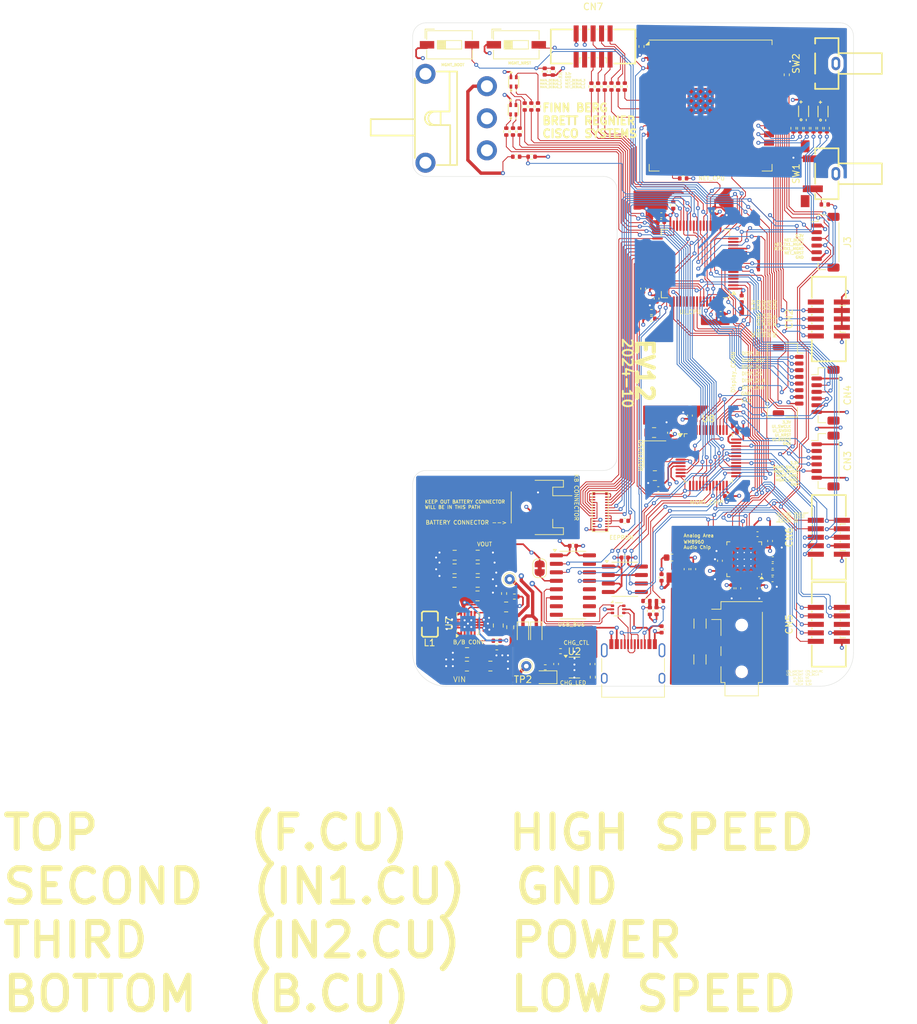
<source format=kicad_pcb>
(kicad_pcb (version 20240108) (generator "pcbnew") (generator_version "8.0")
  (title_block (title "Hactar PCB - Finn Berg, Brett Regnier") (date "2024-11-01") (rev "EV12") (company "CISCO SYSTEMS INC"))
  (layers (0 "F.Cu" signal) (1 "In1.Cu" power) (2 "In2.Cu" power) (31 "B.Cu" signal) (34 "B.Paste" user) (35 "F.Paste" user) (36 "B.SilkS" user "B.Silkscreen") (37 "F.SilkS" user "F.Silkscreen") (38 "B.Mask" user) (39 "F.Mask" user) (44 "Edge.Cuts" user))
  (net 0 "")
  (net 1 "+3.3VA")
  (net 2 "+3.3V")
  (net 3 "VBUS")
  (net 4 "GND")
  (net 5 "Net-(U6-LINPUT2)")
  (net 6 "/UI_BOOT0")
  (net 7 "Net-(U7-VIN)")
  (net 8 "Net-(U6-MICBIAS)")
  (net 9 "Net-(U6-HP_R)")
  (net 10 "/MCLK")
  (net 11 "/MGMT_BOOT")
  (net 12 "/MGMT_NRST")
  (net 13 "Net-(U6-HP_L)")
  (net 14 "/MIC_P")
  (net 15 "/LEDA_R")
  (net 16 "Net-(U6-AMID)")
  (net 17 "/DISP_BL")
  (net 18 "/LEDA_G")
  (net 19 "/BATTERY_MON")
  (net 20 "/LEDA_B")
  (net 21 "/KB_COL3")
  (net 22 "/KB_COL4")
  (net 23 "/DISP_DC")
  (net 24 "/DISP_CS")
  (net 25 "/KB_ROW5")
  (net 26 "/KB_ROW1")
  (net 27 "/KB_ROW2")
  (net 28 "/KB_ROW3")
  (net 29 "/KB_ROW4")
  (net 30 "/KB_ROW6")
  (net 31 "/KB_ROW7")
  (net 32 "/LEDB_R")
  (net 33 "/LEDB_G")
  (net 34 "Net-(U7-VAUX)")
  (net 35 "Net-(J9-CC1)")
  (net 37 "Net-(J9-CC2)")
  (net 39 "/LEDB_B")
  (net 42 "/HP_R")
  (net 43 "/HP_L")
  (net 44 "/KB_COL5")
  (net 45 "/KB_COL2")
  (net 46 "/MIC_N")
  (net 47 "Net-(U11-IO46)")
  (net 48 "/KB_COL1")
  (net 49 "Net-(CN7-Pin_5)")
  (net 50 "Net-(U7-FB)")
  (net 51 "/NET_LED_B")
  (net 52 "/NET_LED_G")
  (net 56 "/USB_DTR")
  (net 57 "/USB_RTS")
  (net 59 "/NET_LED_R")
  (net 65 "/NET_STAT")
  (net 68 "/NET_BOOT")
  (net 69 "Net-(U7-L1)")
  (net 70 "/MGMT_SWDIO")
  (net 71 "/MGMT_SWCLK")
  (net 72 "/I2S_DACLRC")
  (net 73 "Net-(D1-A)")
  (net 74 "/UI_BOOT1")
  (net 75 "Net-(U2-TS)")
  (net 76 "/I2S_BCLK")
  (net 77 "/I2S_ADCDAT")
  (net 78 "Net-(U7-L2)")
  (net 81 "/I2S_DACDAT")
  (net 82 "/USB_TX1_MGMT")
  (net 83 "/USB_RX1_MGMT")
  (net 97 "/KB_LED")
  (net 100 "Net-(D2-A)")
  (net 101 "Net-(U7-EN)")
  (net 102 "Net-(U1-VCAP_1)")
  (net 103 "Net-(U1-VCAP_2)")
  (net 104 "Net-(U2-ISET)")
  (net 105 "/NET_TX1_MGMT")
  (net 106 "/NET_RX1_MGMT")
  (net 109 "/PTT_BTN")
  (net 110 "/PTT_AI_BTN")
  (net 111 "/SPI1_CLK")
  (net 112 "/SPI1_MOSI")
  (net 113 "Net-(U1-PC0)")
  (net 114 "Net-(U6-LINPUT1)")
  (net 116 "Net-(U1-PC1)")
  (net 117 "Net-(CN7-Pin_9)")
  (net 118 "/NET_MTDI")
  (net 119 "/NET_MTCK")
  (net 120 "/NET_MTDO")
  (net 121 "/NET_MTMS")
  (net 129 "unconnected-(U8-PA12-Pad33)")
  (net 131 "/RCC_OSC_IN")
  (net 132 "/RCC_OSC_OUT")
  (net 136 "Net-(U1-PB10)")
  (net 137 "Net-(CN7-Pin_7)")
  (net 138 "/NET_NRST")
  (net 139 "Net-(D3---Pad1)")
  (net 140 "Net-(D3---Pad3)")
  (net 141 "Net-(D3---Pad4)")
  (net 142 "Net-(D4---Pad3)")
  (net 143 "Net-(D4---Pad4)")
  (net 144 "Net-(D4---Pad1)")
  (net 145 "Net-(D5---Pad3)")
  (net 146 "Net-(D5---Pad4)")
  (net 147 "Net-(D5---Pad1)")
  (net 148 "Net-(D7---Pad4)")
  (net 149 "Net-(D7---Pad1)")
  (net 150 "Net-(D7---Pad3)")
  (net 151 "Net-(D2-K)")
  (net 152 "Net-(D1-K)")
  (net 153 "/USB_CC2_DETECT")
  (net 154 "/USB_CC1_DETECT")
  (net 155 "/DISP_RST")
  (net 156 "/Wake up Pin")
  (net 159 "/NET_DEBUG_3")
  (net 160 "/NET_DEBUG_2")
  (net 161 "/NET_DEBUG_1")
  (net 165 "Net-(CN7-Pin_10)")
  (net 166 "Net-(CN7-Pin_8)")
  (net 168 "Net-(CN7-Pin_6)")
  (net 169 "Net-(J9-D--PadA7)")
  (net 170 "Net-(J9-D+-PadA6)")
  (net 171 "Net-(U7-PG)")
  (net 175 "/UI_NRST")
  (net 176 "/UI_SWCLK")
  (net 177 "/UI_SWDIO")
  (net 178 "/UI_SCL")
  (net 179 "/UI_SDA")
  (net 180 "/UI_TX2_NET")
  (net 181 "/UI_TX1_MGMT")
  (net 182 "/UI_RX2_NET")
  (net 183 "/UI_RX1_MGMT")
  (net 184 "/UI_LED_B")
  (net 185 "/UI_LED_G")
  (net 186 "/UI_LED_R")
  (net 187 "/UI_DEBUG_1")
  (net 188 "/UI_DEBUG_2")
  (net 189 "/UI_DEBUG_3")
  (net 190 "/UI_STAT")
  (net 192 "Net-(U3-UD-)")
  (net 193 "Net-(U3-UD+)")
  (net 199 "GNDA")
  (net 200 "/KB_MIC")
  (net 202 "Net-(JP3-A)")
  (net 203 "Net-(SW6-C)")
  (footprint "TestPoint:TestPoint_THTPad_D1.5mm_Drill0.7mm" (layer "F.Cu") (at 128.51 129.29)
    (property "Reference" "TP1" (hide yes))
    (property "Value" "TestPoint")
  )
  (footprint "Capacitor_SMD:C_0805_2012Metric" (layer "F.Cu") (at 120.28 125.69 180)
    (property "Reference" "C45" (hide yes))
    (property "Value" "10u" (hide yes))
  )
  (footprint "Capacitor_SMD:C_0402_1005Metric" (layer "F.Cu") (at 150.51 87.27 -90)
    (property "Reference" "C13" (hide yes))
    (property "Value" "100n" (hide yes))
  )
  (footprint "Resistor_SMD:R_0402_1005Metric" (layer "F.Cu") (at 141.76 55.55 90)
    (property "Reference" "R40" (hide yes))
    (property "Value" "1k0")
  )
  (footprint "Capacitor_SMD:C_0402_1005Metric" (layer "F.Cu") (at 151.26 136.79 -90)
    (property "Reference" "C1" (hide yes))
    (property "Value" "10u" (hide yes))
  )
  (footprint "Capacitor_SMD:C_0805_2012Metric" (layer "F.Cu") (at 126.81 136.21 -90)
    (property "Reference" "C40" (hide yes))
    (property "Value" "100n" (hide yes))
  )
  (footprint "Resistor_SMD:R_0402_1005Metric" (layer "F.Cu") (at 142.76 55.55 90)
    (property "Reference" "R41" (hide yes))
    (property "Value" "1k0")
  )
  (footprint "Capacitor_SMD:C_0402_1005Metric" (layer "F.Cu") (at 148.51 85.79 90)
    (property "Reference" "C19" (hide yes))
    (property "Value" "2u2" (hide yes))
  )
  (footprint "Capacitor_SMD:C_0805_2012Metric" (layer "F.Cu") (at 125.63 142.28)
    (property "Reference" "C39" (hide yes))
    (property "Value" "10u" (hide yes))
  )
  (footprint "Resistor_SMD:R_0402_1005Metric" (layer "F.Cu") (at 144.76 55.55 90)
    (property "Reference" "R37" (hide yes))
    (property "Value" "1k0")
  )
  (footprint "Resistor_SMD:R_0402_1005Metric" (layer "F.Cu") (at 126.59 139.48 180)
    (property "Reference" "R1" (hide yes))
    (property "Value" "100k" (hide yes))
  )
  (footprint "Capacitor_SMD:C_0805_2012Metric" (layer "F.Cu") (at 122.12 142.29 180)
    (property "Reference" "C38" (hide yes))
    (property "Value" "10u" (hide yes))
  )
  (footprint "Resistor_SMD:R_0402_1005Metric" (layer "F.Cu") (at 129.22 131.88 180)
    (property "Reference" "R20" (hide yes))
    (property "Value" "64k9" (hide yes))
  )
  (footprint "Capacitor_SMD:C_0805_2012Metric" (layer "F.Cu") (at 123.7 131.78)
    (property "Reference" "C42" (hide yes))
    (property "Value" "100n" (hide yes))
  )
  (footprint "Capacitor_SMD:C_0402_1005Metric" (layer "F.Cu") (at 151.232428 74.800773 180)
    (property "Reference" "C14" (hide yes))
    (property "Value" "100n" (hide yes))
  )
  (footprint "Capacitor_SMD:C_0805_2012Metric" (layer "F.Cu") (at 150.145 107.3275 180)
    (property "Reference" "C4" (hide yes))
    (property "Value" "33p" (hide yes))
  )
  (footprint "Capacitor_SMD:C_0402_1005Metric" (layer "F.Cu") (at 161.76 130.64 -90)
    (property "Reference" "C3" (hide yes))
    (property "Value" "4u7" (hide yes))
  )
  (footprint "Resistor_SMD:R_0402_1005Metric" (layer "F.Cu") (at 153.01 73.28 90)
    (property "Reference" "R5" (hide yes))
    (property "Value" "4k7" (hide yes))
  )
  (footprint "Resistor_SMD:R_0402_1005Metric" (layer "F.Cu") (at 134.976205 53.312585 90)
    (property "Reference" "R10" (hide yes))
    (property "Value" "4k7" (hide yes))
  )
  (footprint "Resistor_SMD:R_0402_1005Metric" (layer "F.Cu") (at 131.797668 66.04 180)
    (property "Reference" "R35" (hide yes))
    (property "Value" "3k0")
  )
  (footprint "TestPoint:TestPoint_THTPad_D1.5mm_Drill0.7mm" (layer "F.Cu") (at 131.01 142.29)
    (property "Reference" "TP2")
    (property "Value" "TestPoint")
  )
  (footprint "Connector_JST:JST_SHL_SM08B-SHLS-TF_1x08-1MP_P1.00mm_Horizontal" (layer "F.Cu") (at 170.21 99.49 -90)
    (property "Reference" "J10" (hide yes))
    (property "Value" "Conn_01x08_Socket" (hide yes))
  )
  (footprint "Hactar_Footprints:BM14B(0.B)-24DS-0.4V(53)" (layer "F.Cu") (at 143.272653 122.161432 90)
    (property "Reference" "U13" (hide yes))
    (property "Value" "BM14B(0.8)-24DS-0.4V(53)" (hide yes))
  )
  (footprint "Package_QFP:LQFP-64_10x10mm_P0.5mm" (layer "F.Cu") (at 156.335 82.04 180)
    (property "Reference" "U1" (hide yes))
    (property "Value" "STM32F405RGTx" (hide yes))
  )
  (footprint "Resistor_SMD:R_0402_1005Metric" (layer "F.Cu") (at 151.01 132.54 180)
    (property "Reference" "R33" (hide yes))
    (property "Value" "1k0")
  )
  (footprint "Hactar_Footprints:IDC-SMD_10P-P1.27_X1270WVS-2X05B-6TV01" (layer "F.Cu") (at 141.01 49.54)
    (property "Reference" "CN7")
    (property "Value" "Conn_02x05_Male")
  )
  (footprint "Capacitor_SMD:C_0402_1005Metric" (layer "F.Cu") (at 167.51 123.56 -90)
    (property "Reference" "C16" (hide yes))
    (property "Value" "100n" (hide yes))
  )
  (footprint "Connector_JST:JST_PH_S2B-PH-SM4-TB_1x02-1MP_P2.00mm_Horizontal" (layer "F.Cu") (at 133.26 118.54 -90)
    (property "Reference" "J1" (hide yes))
    (property "Value" "Conn_01x02_Socket" (hide yes))
  )
  (footprint "Diode_SMD:D_0805_2012Metric" (layer "F.Cu") (at 133.908901 143.951263 180)
    (property "Reference" "D1" (hide yes))
    (property "Value" "LED" (hide yes))
  )
  (footprint "NetTie:NetTie-4_SMD_Pad0.5mm" (layer "F.Cu") (at 152.76 129.04)
    (property "Reference" "NT1" (hide yes))
    (property "Value" "NetTie_4" (hide yes))
  )
  (footprint "Capacitor_SMD:C_0805_2012Metric" (layer "F.Cu") (at 123.74 127.71)
    (property "Reference" "C48" (hide yes))
    (property "Value" "10u" (hide yes))
  )
  (footprint "Connector_JST:JST_SH_BM06B-SRSS-TB_1x06-1MP_P1.00mm_Vertical" (layer "F.Cu") (at 175.81 111.59 -90)
    (property "Reference" "CN3")
    (property "Value" "Conn_01x06_Female")
  )
  (footprint "Inductor_SMD:L_0603_1608Metric" (layer "F.Cu") (at 152.7975 126.04)
    (property "Reference" "L2" (hide yes))
    (property "Value" "120R1" (hide yes))
  )
  (footprint "Package_TO_SOT_SMD:SOT-23-6" (layer "F.Cu") (at 138.216401 142.501263)
    (property "Reference" "U2")
    (property "Value" "BQ21040DBV")
  )
  (footprint "Resistor_SMD:R_0402_1005Metric" (layer "F.Cu") (at 136.128744 140.052812 180)
    (property "Reference" "R22" (hide yes))
    (property "Value" "10k" (hide yes))
  )
  (footprint "Hactar_Footprints:SW-SMD_L7.5-W8.0-P4.50_TS-1045-A13B3-D2" (layer "F.Cu") (at 175.06 52.09 90)
    (property "Reference" "SW2")
    (property "Value" "SW_Push")
  )
  (footprint "Capacitor_SMD:C_0402_1005Metric" (layer "F.Cu") (at 163.26 87.31 -90)
    (property "Reference" "C56" (hide yes))
    (property "Value" "100n")
  )
  (footprint "Resistor_SMD:R_0402_1005Metric" (layer "F.Cu") (at 172.01 61.79 90)
    (property "Reference" "R17" (hide yes))
    (property "Value" "150R" (hide yes))
  )
  (footprint "Hactar_Footprints:IDC-SMD_10P-P1.27_X1270WVS-2X05B-6TV01" (layer "F.Cu") (at 176.31 123 90)
    (property "Reference" "CN6")
    (property "Value" "Conn_02x05_Male")
  )
  (footprint "Resistor_SMD:R_0402_1005Metric" (layer "F.Cu") (at 132.757326 58.523156 -90)
    (property "Reference" "R13" (hide yes))
    (property "Value" "180" (hide yes))
  )
  (footprint "Resistor_SMD:R_0402_1005Metric" (layer "F.Cu") (at 127.68369 131.419153 90)
    (property "Reference" "R19" (hide yes))
    (property "Value" "360k" (hide yes))
  )
  (footprint "Capacitor_SMD:C_0402_1005Metric" (layer "F.Cu") (at 140.923996 141.977327 -90)
    (property "Reference" "C21" (hide yes))
    (property "Value" "10u")
  )
  (footprint "Resistor_SMD:R_0402_1005Metric" (layer "F.Cu") (at 145.75 120.54 180)
    (property "Reference" "R30" (hide yes))
    (property "Value" "0" (hide yes))
  )
  (footprint "Resistor_SMD:R_0402_1005Metric" (layer "F.Cu") (at 148.26 49.54 -90)
    (property "Reference" "R4" (hide yes))
    (property "Value" "15k" (hide yes))
  )
  (footprint "Resistor_SMD:R_0402_1005Metric" (layer "F.Cu") (at 140.76 55.55 90)
    (property "Reference" "R39" (hide yes))
    (property "Value" "1k0")
  )
  (footprint "Hactar_Footprints:IDC-SMD_10P-P1.27_X1270WVS-2X05B-6TV01" (layer "F.Cu") (at 176.31 136.04 90)
    (property "Reference" "CN5")
    (property "Value" "Conn_02x05_Male")
  )
  (footprint "Jumper:SolderJumper-2_P1.3mm_Bridged_RoundedPad1.0x1.5mm" (layer "F.Cu") (at 133.01 127.64 90)
    (property "Reference" "JP3" (hide yes))
    (property "Value" "SolderJumper_2_Bridged")
  )
  (footprint "Resistor_SMD:R_0402_1005Metric" (layer "F.Cu") (at 149 132.54)
    (property "Reference" "R31" (hide yes))
    (property "Value" "1k0")
  )
  (footprint "Capacitor_SMD:C_0402_1005Metric" (layer "F.Cu") (at 156.01 127.77 -90)
    (property "Reference" "C8" (hide yes))
    (property "Value" "10n" (hide yes))
  )
  (footprint "Capacitor_SMD:C_0805_2012Metric" (layer "F.Cu") (at 123.73 125.68)
    (property "Reference" "C46" (hide yes))
    (property "Value" "10u" (hide yes))
  )
  (footprint "Resistor_SMD:R_0402_1005Metric" (layer "F.Cu") (at 133.843901 142.464222 180)
    (property "Reference" "R27" (hide yes))
    (property "Value" "1k5" (hide yes))
  )
  (footprint "Resistor_SMD:R_0402_1005Metric" (layer "F.Cu") (at 128.013933 62.279493 -90)
    (property "Reference" "R12" (hide yes))
    (property "Value" "150R" (hide yes))
  )
  (footprint "Resistor_SMD:R_0402_1005Metric" (layer "F.Cu") (at 129.01 62.28 -90)
    (property "Reference" "R11" (hide yes))
    (property "Value" "150R" (hide yes))
  )
  (footprint "Capacitor_SMD:C_0402_1005Metric" (layer "F.Cu") (at 151.188244 75.798099)
    (property "Reference" "C17" (hide yes))
    (property "Value" "2u2" (hide yes))
  )
  (footprint "Button_Switch_SMD:SW_DIP_SPSTx01_Slide_6.7x4.1mm_W6.73mm_P2.54mm_LowProfile_JPin" (layer "F.Cu") (at 129.51 49.29)
    (property "Reference" "SW5" (hide yes))
    (property "Value" "SW_Push" (hide yes))
  )
  (footprint "Resistor_SMD:R_0402_1005Metric" (layer "F.Cu") (at 130.010891 62.275114 -90)
    (property "Reference" "R6" (hide yes))
    (property "Value" "180" (hide yes))
  )
  (footprint "Hactar_Footprints:LED-ARRAY-SMD_4P-L1.6-W1.5-TL_NH-B1515RGBA" (layer "F.Cu") (at 172.530133 59.248014 90)
    (property "Reference" "D5" (hide yes))
    (property "Value" "NH-B1515RGBA-HF")
  )
  (footprint "Resistor_SMD:R_0402_1005Metric" (layer "F.Cu") (at 170.01 53.78 90)
    (property "Reference" "R29" (hide yes))
    (property "Value" "1k0")
  )
  (footprint "Resistor_SMD:R_0402_1005Metric" (layer "F.Cu") (at 173.01 61.78 90)
    (property "Reference" "R16" (hide yes))
    (property "Value" "180R" (hide yes))
  )
  (footprint "NetTie:NetTie-2_SMD_Pad0.5mm" (layer "F.Cu") (at 169.26 125.79 90)
    (property "Reference" "JP1" (hide yes))
    (property "Value" "SolderJumper_2_Bridged" (hide yes))
  )
  (footprint "Capacitor_SMD:C_1206_3216Metric" (layer "F.Cu") (at 157.01 141.29 90)
    (property "Reference" "C29" (hide yes))
    (property "Value" "100u" (hide yes))
  )
  (footprint "Resistor_SMD:R_0402_1005Metric" (layer "F.Cu") (at 126.58 138.49)
    (property "Reference" "R21" (hide yes))
    (property "Value" "100k" (hide yes))
  )
  (footprint "Diode_SMD:D_SOD-323" (layer "F.Cu") (at 130.51 137.29 -90)
    (property "Reference" "D2" (hide yes))
    (property "Value" "1N5819WS")
  )
  (footprint "Capacitor_SMD:C_0402_1005Metric" (layer "F.Cu") (at 151.26 129.02 -90)
    (property "Reference" "C10" (hide yes))
    (property "Value" "1u" (hide yes))
  )
  (footprint "Resistor_SMD:R_0402_1005Metric" (layer "F.Cu") (at 175.01 61.78 90)
    (property "Reference" "R25" (hide yes))
    (property "Value" "150R" (hide yes))
  )
  (footprint "Resistor_SMD:R_0402_1005Metric" (layer "F.Cu") (at 145.76 55.54 90)
    (property "Reference" "R38" (hide yes))
    (property "Value" "1k0")
  )
  (footprint "Capacitor_SMD:C_0402_1005Metric" (layer "F.Cu") (at 133.76 53.29 90)
    (property "Reference" "C36" (hide yes))
    (property "Value" "100n" (hide yes))
  )
  (footprint "Capacitor_SMD:C_0402_1005Metric" (layer "F.Cu") (at 145.76 126.04)
    (property "Reference" "C20" (hide yes))
    (property "Value" "100n")
  )
  (footprint "Capacitor_SMD:C_0402_1005Metric" (layer "F.Cu") (at 150.78 115.79 180)
    (property "Reference" "C35" (hide yes))
    (property "Value" "100n" (hide yes))
  )
  (footprint "Capacitor_SMD:C_0402_1005Metric" (layer "F.Cu") (at 160.116702 89.573525 180)
    (property "Reference" "C12" (hide yes))
    (property "Value" "100n" (hide yes))
  )
  (footprint "Resistor_SMD:R_0402_1005Metric" (layer "F.Cu") (at 171.01 61.78 90)
    (property "Reference" "R18" (hide yes))
    (property "Value" "150R" (hide yes))
  )
  (footprint "Capacitor_SMD:C_0402_1005Metric" (layer "F.Cu") (at 161.224411 116.836126)
    (property "Reference" "C25" (hide yes))
    (property "Value" "100n" (hide yes))
  )
  (footprint "Resistor_SMD:R_0402_1005Metric" (layer "F.Cu") (at 154.5 69.29)
    (property "Reference" "R32" (hide yes))
    (property "Value" "4k7" (hide yes))
  )
  (footprint "Hactar_Footprints:LED-ARRAY-SMD_4P-L1.6-W1.5-TL_NH-B1515RGBA" (layer "F.Cu") (at 129.11 54.84 90)
    (property "Reference" "D4" (hide yes))
    (property "Value" "NH-B1515RGBA-HF")
  )
  (footprint "Capacitor_SMD:C_0402_1005Metric" (layer "F.Cu") (at 165.6275 122.54 180)
    (property "Reference" "C15" (hide yes))
    (property "Value" "100n" (hide yes))
  )
  (footprint "Hactar_Footprints:IDC-SMD_10P-P1.27_X1270WVS-2X05B-6TV01" (layer "F.Cu") (at 176.31 90.33 90)
    (property "Reference" "CN2")
    (property "Value" "Conn_05x02_Female")
  )
  (footprint "Resistor_SMD:R_0402_1005Metric" (layer "F.Cu") (at 130.765095 58.531837 -90)
    (property "Reference" "R15" (hide yes))
    (property "Value" "150R" (hide yes))
  )
  (footprint "Package_DFN_QFN:QFN-32-1EP_5x5mm_P0.5mm_EP3.45x3.45mm_ThermalVias" (layer "F.Cu") (at 163.6475 126.29 180)
    (property "Reference" "U6" (hide yes))
    (property "Value" "WM8960CGEFL/RV")
  )
  (footprint "Capacitor_SMD:C_0805_2012Metric" (layer "F.Cu") (at 150.26 113.7775)
    (property "Reference" "C23" (hide yes))
    (property "Value" "33p" (hide yes))
  )
  (footprint "Resistor_SMD:R_0402_1005Metric" (layer "F.Cu") (at 167.8975 128.29 180)
    (property "Reference" "R9" (hide yes))
    (property "Value" "2k2" (hide yes))
  )
  (footprint "Resistor_SMD:R_0402_1005Metric" (layer "F.Cu") (at 131.76 58.53 -90)
    (property "Reference" "R14" (hide yes))
    (property "Value" "150" (hide yes))
  )
  (footprint "Capacitor_SMD:C_1206_3216Metric" (layer "F.Cu") (at 157.024831 135.922413 90)
    (property "Reference" "C30" (hide yes))
    (property "Value" "100u" (hide yes))
  )
  (footprint "Button_Switch_SMD:SW_DIP_SPSTx01_Slide_6.7x4.1mm_W6.73mm_P2.54mm_LowProfile_JPin" (layer "F.Cu") (at 119.51 49.29)
    (property "Reference" "SW4" (hide yes))
    (property "Value" "SW_Push" (hide yes))
  )
  (footprint "Resistor_SMD:R_0402_1005Metric" (layer "F.Cu") (at 175.7 73.19 180)
    (property "Reference" "R28" (hide yes))
    (property "Value" "1k0")
  )
  (footprint "Diode_SMD:D_SOD-323" (layer "F.Cu") (at 132.51 137.29 -90)
    (property "Reference" "D6" (hide yes))
    (property "Value" "1N5819WS" (hide yes))
  )
  (footprint "Package_SO:SOIC-16_3.9x9.9mm_P1.27mm" (layer "F.Cu") (at 137.985 130.155)
    (property "Reference" "U3" (hide yes))
    (property "Value" "CH340C" (hide yes))
  )
  (footprint "Resistor_SMD:R_0402_1005Metric" (layer "F.Cu") (at 176.01 61.78 90)
    (property "Reference" "R23" (hide yes))
    (property "Value" "180R" (hide yes))
  )
  (footprint "Resistor_SMD:R_0402_1005Metric" (layer "F.Cu") (at 149.51 134.04 90)
    (property "Reference" "R3" (hide yes))
    (property "Value" "5k1")
  )
  (footprint "Connector_JST:JST_SH_BM06B-SRSS-TB_1x06-1MP_P1.00mm_Vertical" (layer "F.Cu") (at 175.81 78.84 -90)
    (property "Reference" "J3")
    (property "Value" "Conn_01x06_Socket")
  )
  (footprint "Capacitor_SMD:C_0402_1005Metric" (layer "F.Cu") (at 163.025 107.32)
    (property "Reference" "C34" (hide yes))
    (property "Value" "100n" (hide yes))
  )
  (footprint "Hactar_Footprints:SW-TH_SS-12D11G5R" (layer "F.Cu") (at 120.51 60.29 90)
    (property "Reference" "SW6" (hide yes))
    (property "Value" "SW_SPDT")
  )
  (footprint "Connector_JST:JST_SH_BM06B-SRSS-TB_1x06-1MP_P1.00mm_Vertical" (layer "F.Cu") (at 175.81 101.74 -90)
    (property "Reference" "CN4")
    (property "Value" "Conn_01x06_Female")
  )
  (footprint "Connector_Audio:Jack_3.5mm_PJ320D_Horizontal" (layer "F.Cu") (at 163.26 138.365 90)
    (property "Reference" "J2" (hide yes))
    (property "Value" "AudioJack1")
  )
  (footprint "Hactar_Footprints:MCL2016A1R0MT" (layer "F.Cu") (at 116.575327 136.000688 90)
    (property "Reference" "L1")
    (property "Value" "1uH")
  )
  (footprint "Resistor_SMD:R_0402_1005Metric" (layer "F.Cu") (at 143.76 55.53 90)
    (property "Reference" "R36" (hide yes))
    (property "Value" "1k0")
  )
  (footprint "Hactar_Footprints:LED-ARRAY-SMD_4P-L1.6-W1.5-TL_NH-B1515RGBA" (layer "F.Cu") (at 175.441816 59.284632 90)
    (property "Reference" "D7" (hide yes))
    (property "Value" "NH-B1515RGBA-HF")
  )
  (footprint "Capacitor_SMD:C_0402_1005Metric" (layer "F.Cu") (at 167.8975 127.29)
    (property "Reference" "C18" (hide yes))
    (property "Value" "1u" (hide yes))
  )
  (footprint "Resistor_SMD:R_0402_1005Metric" (layer "F.Cu") (at 149.75 90.29)
    (property "Reference" "R8" (hide yes))
    (property "Value" "1k5")
  )
  (footprint "Hactar_Footprints:LED-ARRAY-SMD_4P-L1.6-W1.5-TL_NH-B1515RGBA" (layer "F.Cu") (at 129.053691 59.00382 90)
    (property "Reference" "D3" (hide yes))
    (property "Value" "NH-B1515RGBA-HF")
  )
  (footprint "Capacitor_SMD:C_0402_1005Metric" (layer "F.Cu") (at 135.471401 141.971263 90)
    (property "Reference" "C2" (hide yes))
    (property "Value" "10u" (hide yes))
  )
  (footprint "Capacitor_SMD:C_0402_1005Metric" (layer "F.Cu") (at 160.01 126.52 90)
    (property "Reference" "C6" (hide yes))
    (property "Value" "4u7" (hide yes))
  )
  (footprint "Resistor_SMD:R_0402_1005Metric" (layer "F.Cu") (at 129.5 66.04 180)
    (property "Reference" "R34" (hide yes))
    (property "Value" "1k0")
  )
  (footprint "Resistor_SMD:R_0402_1005Metric" (layer "F.Cu") (at 149.75 89.29)
    (property "Reference" "R7" (hide yes))
    (property "Value" "1k5")
  )
  (footprint "Capacitor_SMD:C_0805_2012Metric" (layer "F.Cu") (at 127.99 133.43)
    (property "Reference" "C41" (hide yes))
    (property "Value" "2p2" (hide yes))
  )
  (footprint "RF_Module:ESP32-S3-WROOM-1U" (layer "F.Cu") (at 158.61 58.38)
    (property "Reference" "U11" (hide yes))
    (property "Value" "ESP32-S3-WROOM-1-N8R2" (hide yes))
  )
  (footprint "Resistor_SMD:R_0402_1005Metric" (layer "F.Cu") (at 140.971401 143.941263 90)
    (property "Reference" "R26" (hide yes))
    (property "Value" "680" (hide yes))
  )
  (footprint "Capacitor_SMD:C_0402_1005Metric" (layer "F.Cu") (at 165.95 130.64 90)
    (property "Reference" "C7" (hide yes))
    (property "Value" "100n" (hide yes))
  )
  (footprint "Capacitor_SMD:C_0402_1005Metric" (layer "F.Cu") (at 137.99 124.29 180)
    (property "Reference" "C32" (hide yes))
    (property "Value" "100n" (hide yes))
  )
  (footprint "Capacitor_SMD:C_0402_1005Metric" (layer "F.Cu") (at 162.76 130.64 -90)
    (property "Reference" "C31" (hide yes))
    (property "Value" "4.7u" (hide yes))
  )
  (footprint "Capacitor_SMD:C_0805_2012Metric" (layer "F.Cu") (at 120.26 129.75 180)
    (property "Reference" "C43" (hide yes))
    (property "Value" "10u" (hide yes))
  )
  (footprint "Capacitor_SMD:C_0402_1005Metric" (layer "F.Cu") (at 155.01 127.77 -90)
    (property "Reference" "C9" (hide yes))
    (property "Value" "1u" (hide yes))
  )
  (footprint "Capacitor_SMD:C_0402_1005Metric" (layer "F.Cu") (at 152.51475 107.358126 -90)
    (property "Reference" "C24" (hide yes))
    (property "Value" "100n" (hide yes))
  )
  (footprint "Hactar_Footprints:SW-SMD_L7.5-W8.0-P4.50_TS-1045-A13B3-D2" (layer "F.Cu") (at 175.06 68.59 90)
    (property "Reference" "SW1")
    (property "Value" "SW_Push")
  )
  (footprint "Resistor_SMD:R_0603_1608Metric" (layer "F.Cu") (at 128.606346 136.465 -90)
    (property "Reference" "R42" (hide yes))
    (property "Value" "0R1")
  )
  (footprint "Capacitor_SMD:C_0402_1005Metric" (layer "F.Cu") (at 167.9175 126.29)
    (property "Reference" "C5" (hide yes))
    (property "Value" "1u" (hide yes))
  )
  (footprint "Connector_USB:USB_C_Receptacle_HRO_TYPE-C-31-M-12" (layer "F.Cu") (at 147 143.046)
    (property "Reference" "J9" (hide yes))
    (property "Value" "USB_C_Receptacle")
  )
  (footprint "Capacitor_SMD:C_0402_1005Metric" (layer "F.Cu") (at 159.155877 74.163435 90)
    (property "Reference" "C11" (hide yes))
    (property "Value" "100n" (hide yes))
  )
  (footprint "Package_QFP:LQFP-48_7x7mm_P0.5mm" (layer "F.Cu") (at 158.271133 111.117932)
    (property "Reference" "U8")
    (property "Value" "STM32F072CBTx")
  )
  (footprint "Package_TO_SOT_SMD:SOT-666" (layer "F.Cu") (at 144.76 133.79)
    (property "Reference" "U4" (hide yes))
    (property "Value" "USBLC6-2P6" (hide yes))
  )
  (footprint "Capacitor_SMD:C_0805_2012Metric" (layer "F.Cu") (at 122.14 140.26 180)
    (property "Reference" "C37" (hide yes))
    (property "Value" "100n" (hide yes))
  )
  (footprint "Capacitor_SMD:C_0402_1005Metric" (layer "F.Cu") (at 167.8775 129.29)
    (property "Reference" "C28" (hide yes))
    (property "Value" "4.7u" (hide yes))
  )
  (footprint "Package_SON:Texas_S-PWSON-N10_ThermalVias" (layer "F.Cu") (at 122.27 135.93 90)
    (property "Reference" "U7")
    (property "Value" "TPS63060")
  )
  (footprint "Capacitor_SMD:C_0805_2012Metric" (layer "F.Cu") (at 123.73 129.74)
    (property "Reference" "C47" (hide yes))
    (property "Value" "10u" (hide yes))
  )
  (footprint "Capacitor_SMD:C_0805_2012Metric" (layer "F.Cu") (at 120.27 127.72 180)
    (property "Reference" "C44" (hide yes))
    (property "Value" "10u" (hide yes))
  )
  (footprint "Resistor_SMD:R_0402_1005Metric" (layer "F.Cu") (at 150.51 134.03 90)
    (property "Reference" "R2" (hide yes))
    (property "Value" "5k1")
  )
  (footprint "Capacitor_SMD:C_0402_1005Metric" (layer "F.Cu") (at 155.51 104.79 -90)
    (property "Reference" "C26" (hide yes))
    (property "Value" "100n" (hide yes))
  )
  (footprint "Package_SO:SOIC-8_3.9x4.9mm_P1.27mm" (layer "F.Cu") (at 145.76 129.29)
    (property "Reference" "U5" (hide yes))
    (property "Value" "M24C02-RMN6TP")
  )
  (footprint "Resistor_SMD:R_0402_1005Metric" (layer "F.Cu") (at 174.01 61.78 90)
    (property "Reference" "R24" (hide yes))
    (property "Value" "150R" (hide yes))
  )
  (footprint "Crystal:Crystal_SMD_3225-4Pin_3.2x2.5mm" (layer "F.Cu") (at 150.26 110.5775 -90)
    (property "Reference" "Y1" (hide yes))
    (property "Value" "Crystal_GND24" (hide yes))
  )
  (gr_arc (start 142.6 69) (mid 144.014214 69.585786) (end 144.6 71) (stroke (width 0.05)) (layer "Edge.Cuts"))
  (gr_arc (start 178 46) (mid 179.414214 46.585786) (end 180 48) (stroke (width 0.05)) (layer "Edge.Cuts"))
  (gr_line (start 178 46) (end 116 46) (stroke (width 0.05)) (layer "Edge.Cuts"))
  (gr_arc (start 119 145.3) (mid 115.464466 143.835534) (end 114 140.3) (stroke (width 0.05)) (layer "Edge.Cuts"))
  (gr_line (start 144.6 71) (end 144.6 111) (stroke (width 0.05)) (layer "Edge.Cuts"))
  (gr_arc (start 180 140.3) (mid 178.535534 143.835534) (end 175 145.3) (stroke (width 0.05)) (layer "Edge.Cuts"))
  (gr_line (start 116 69) (end 142.6 69) (stroke (width 0.05)) (layer "Edge.Cuts"))
  (gr_arc (start 114 115) (mid 114.585785 113.585785) (end 116 113) (stroke (width 0.05)) (layer "Edge.Cuts"))
  (gr_arc (start 144.6 111) (mid 144.014214 112.414214) (end 142.6 113) (stroke (width 0.05)) (layer "Edge.Cuts"))
  (gr_line (start 142.6 113) (end 116 113) (stroke (width 0.05)) (layer "Edge.Cuts"))
  (gr_line (start 180 48) (end 180 140.3) (stroke (width 0.05)) (layer "Edge.Cuts"))
  (gr_line (start 119 145.3) (end 175 145.3) (stroke (width 0.05)) (layer "Edge.Cuts"))
  (gr_arc (start 114 48) (mid 114.585786 46.585786) (end 116 46) (stroke (width 0.05)) (layer "Edge.Cuts"))
  (gr_arc (start 116 69) (mid 114.585786 68.414214) (end 114 67) (stroke (width 0.05)) (layer "Edge.Cuts"))
  (gr_line (start 114 115) (end 114 140.3) (stroke (width 0.05)) (layer "Edge.Cuts"))
  (gr_line (start 114 48) (end 114 67) (stroke (width 0.05)) (layer "Edge.Cuts"))
  (gr_text "VIN" (at 121.01 144.29 0) (layer "F.SilkS") (effects (font (size 0.8 0.8) (thickness 0.1))))
  (gr_text "FINN BERG\nBRETT REGNIER\nCISCO SYSTEMS" (at 133.26 63.29 0) (layer "F.SilkS") (effects (font (size 1.2 1.2) (thickness 0.3) (bold yes)) (justify left bottom)))
  (gr_text "GND" (at 163.92 101.51 0) (layer "F.SilkS") (effects (font (size 0.5 0.5) (thickness 0.1))))
  (gr_text "NC" (at 135.76 53.79 0) (layer "F.SilkS") (effects (font (size 0.3 0.3) (thickness 0.075) (bold yes)) (justify left bottom)))
  (gr_text "KEEP OUT BATTERY CONNECTOR \nWILL BE IN THIS PATH" (at 115.76 118.79 0) (layer "F.SilkS") (effects (font (size 0.5 0.5) (thickness 0.1) (bold yes)) (justify left bottom)))
  (gr_text "DISP_DC" (at 164.8 97.56 0) (layer "F.SilkS") (effects (font (size 0.5 0.5) (thickness 0.1))))
  (gr_text "USB_TX1_MGMT\nUI_RX2_NET\nUI_TX2_NET\nGND\n3.3V" (at 171.01 120.04 0) (layer "F.SilkS") (effects (font (size 0.2 0.2) (thickness 0.05) (bold yes)) (justify left)))
  (gr_text "OSCILATOR" (at 148.105 110.75 -90) (layer "F.SilkS") (effects (font (size 0.6 0.6) (thickness 0.1))))
  (gr_text "I2S_DACLRC\nI2S_BCLK\nNC\nGND\n3.3V" (at 172.76 144.04 0) (layer "F.SilkS") (effects (font (size 0.3 0.3) (thickness 0.05) (bold yes)) (justify left)))
  (gr_text "MAIN_DEBUG_2" (at 133.01 55.29 0) (layer "F.SilkS") (effects (font (size 0.3 0.3) (thickness 0.075) (bold yes)) (justify left bottom)))
  (gr_text "NET_DEBUG_2" (at 136.76 55.29 0) (layer "F.SilkS") (effects (font (size 0.3 0.3) (thickness 0.075) (bold yes)) (justify left bottom)))
  (gr_text "USB_BUS" (at 137.76 136.04 0) (layer "F.SilkS") (effects (font (size 0.6 0.6) (thickness 0.1))))
  (gr_text "Analog Area" (at 154.51 123.04 0) (layer "F.SilkS") (effects (font (size 0.5 0.5) (thickness 0.1) (bold yes)) (justify left bottom)))
  (gr_text "KB CONNECTOR" (at 138.51 117.04 -90) (layer "F.SilkS") (effects (font (size 0.6 0.6) (thickness 0.1))))
  (gr_text "DISP_DIN" (at 164.92 100.6 0) (layer "F.SilkS") (effects (font (size 0.5 0.5) (thickness 0.1))))
  (gr_text "NET_DEBUG_1" (at 136.76 55.79 0) (layer "F.SilkS") (effects (font (size 0.3 0.3) (thickness 0.075) (bold yes)) (justify left bottom)))
  (gr_text "MGMT_BOOT" (at 120.01 52.29 0) (layer "F.SilkS") (effects (font (size 0.4 0.4) (thickness 0.1))))
  (gr_text "WM8960\nAudio Chip" (at 154.51 124.79 0) (layer "F.SilkS") (effects (font (size 0.5 0.5) (thickness 0.1) (bold yes)) (justify left bottom)))
  (gr_text "VOUT" (at 124.76 124.04 0) (layer "F.SilkS") (effects (font (size 0.6 0.6) (thickness 0.1))))
  (gr_text "CHG_CTL" (at 138.51 138.79 0) (layer "F.SilkS") (effects (font (size 0.6 0.6) (thickness 0.1))))
  (gr_text "DISP_CS" (at 164.79 98.52 0) (layer "F.SilkS") (effects (font (size 0.5 0.5) (thickness 0.1))))
  (gr_text "3.3V\nUI_SWCLK\nUI_SWDIO\nUI_NRST\nUI_BOOT0\nGND" (at 170.71 107.39 0) (layer "F.SilkS") (effects (font (size 0.4 0.4) (thickness 0.1) (bold yes)) (justify right)))
  (gr_text "NC        3.3V\nNET_MTMS GND\nNET_MTCK GND\nNET_MTDO GND\nNET_MTDI  GND" (at 168.51 90.29 90) (layer "F.SilkS") (effects (font (size 0.5 0.5) (thickness 0.1) (bold yes)) (justify bottom)))
  (gr_text "3.3V\nMGMT_SWCLK\nMGMT_SWDIO\nMGMT_NRST\nMGMT_BOOT\nGND" (at 171.871595 113.484019 0) (layer "F.SilkS") (effects (font (size 0.4 0.4) (thickness 0.1) (bold yes)) (justify right)))
  (gr_text "MGMT_CHIP" (at 158.01 117.79 0) (layer "F.SilkS") (effects (font (size 0.6 0.6) (thickness 0.1))))
  (gr_text "DISP_BL" (at 164.77 95.51 0) (layer "F.SilkS") (effects (font (size 0.5 0.5) (thickness 0.1))))
  (gr_text "VCC" (at 164.01 102.54 0) (layer "F.SilkS") (effects (font (size 0.6 0.6) (thickness 0.1))))
  (gr_text "EV12" (at 147.26 93.04 270) (layer "F.SilkS") (effects (font (size 2.5 2.5) (thickness 0.625) (bold yes)) (justify left bottom)))
  (gr_text "TOP      (F.CU)    HIGH SPEED\nSECOND  (IN1.CU)  GND\nTHIRD    (IN2.CU)  POWER\nBOTTOM  (B.CU)    LOW SPEED" (at 52.2 179.3 0) (layer "F.SilkS") (effects (font (size 5 5) (thickness 0.9)) (justify left)))
  (gr_text "3.3v" (at 136.76 53.79 0) (layer "F.SilkS") (effects (font (size 0.3 0.3) (thickness 0.075) (bold yes)) (justify left bottom)))
  (gr_text "NET_DEBUG_3" (at 136.76 54.79 0) (layer "F.SilkS") (effects (font (size 0.3 0.3) (thickness 0.075) (bold yes)) (justify left bottom)))
  (gr_text "GND" (at 136.76 54.29 0) (layer "F.SilkS") (effects (font (size 0.3 0.3) (thickness 0.075) (bold yes)) (justify left bottom)))
  (gr_text "BATTERY CONNECTOR -->" (at 122.01 120.79 0) (layer "F.SilkS") (effects (font (size 0.6 0.6) (thickness 0.1))))
  (gr_text "NET_CPU" (at 158.76 69.29 0) (layer "F.SilkS") (effects (font (size 0.6 0.6) (thickness 0.1))))
  (gr_text "B/B CONV" (at 122.37 138.7 0) (layer "F.SilkS") (effects (font (size 0.6 0.6) (thickness 0.1))))
  (gr_text "UI_CPU" (at 155.56 89.27 0) (layer "F.SilkS") (effects (font (size 0.6 0.6) (thickness 0.1))))
  (gr_text "3.3V\nNET_BOOT\nNET_TX1_MGMT\nNET_RX1_MGMT\nNET_NRST\nGND" (at 172.61 79.49 0) (layer "F.SilkS") (effects (font (size 0.4 0.4) (thickness 0.1) (bold yes)) (justify right)))
  (gr_text "NC" (at 135.76 54.29 0) (layer "F.SilkS") (effects (font (size 0.3 0.3) (thickness 0.075) (bold yes)) (justify left bottom)))
  (gr_text "EEPROM" (at 145.26 123.04 0) (layer "F.SilkS") (effects (font (size 0.6 0.6) (thickness 0.1))))
  (gr_text "2024-10" (at 145.26 93.04 270) (layer "F.SilkS") (effects (font (size 1.5 1.5) (thickness 0.3) (bold yes)) (justify left bottom)))
  (gr_text "I2S_ADCDAT\nI2S_DACDAT\nUI_SCL\nUI_SDA\nMCLK" (at 172.51 144.04 0) (layer "F.SilkS") (effects (font (size 0.3 0.3) (thickness 0.05) (bold yes)) (justify right)))
  (gr_text "DISP_CLK" (at 165.01 99.54 0) (layer "F.SilkS") (effects (font (size 0.5 0.5) (thickness 0.1))))
  (gr_text "CHG_LED" (at 138.01 144.79 0) (layer "F.SilkS") (effects (font (size 0.6 0.6) (thickness 0.1))))
  (gr_text "NET_TX1_MGMT\nNET_RX1_MGMT\nUI_TX1_MGMT\nUI_RX1_MGMT\nUSB_RX1_MGMT" (at 170.76 120.04 0) (layer "F.SilkS") (effects (font (size 0.2 0.2) (thickness 0.05) (bold yes)) (justify right)))
  (gr_text "MAIN_DEBUG_1" (at 133.01 54.79 0) (layer "F.SilkS") (effects (font (size 0.3 0.3) (thickness 0.075) (bold yes)) (justify left bottom)))
  (gr_text "DISP_RST" (at 165 96.56 0) (layer "F.SilkS") (effects (font (size 0.5 0.5) (thickness 0.1))))
  (gr_text "Display_CONN" (at 162.01 98.29 90) (layer "F.SilkS") (effects (font (size 0.6 0.6) (thickness 0.1))))
  (gr_text "MGMT_NRST" (at 130.01 52.04 0) (layer "F.SilkS") (effects (font (size 0.4 0.4) (thickness 0.1))))
  (gr_text "MAIN_DEBUG_3" (at 133.01 55.79 0) (layer "F.SilkS") (effects (font (size 0.3 0.3) (thickness 0.075) (bold yes)) (justify left bottom)))
  (segment (start 165.3975 128.7275) (end 165.3975 129.2375) (width 0.254) (layer "F.Cu") (net 1))
  (segment (start 160.05 127) (end 160.51 126.54) (width 0.254) (layer "F.Cu") (net 1))
  (segment (start 162.3975 129.393694) (end 161.76 130.031194) (width 0.254) (layer "F.Cu") (net 1))
  (segment (start 160.51 126.54) (end 161.21 126.54) (width 0.254) (layer "F.Cu") (net 1))
  (segment (start 164.01 79.79) (end 164.26 79.54) (width 0.254) (layer "F.Cu") (net 1))
  (segment (start 161.01 130.16) (end 161.76 130.16) (width 0.254) (layer "F.Cu") (net 1))
  (segment (start 155.26 126.04) (end 155.51 126.04) (width 0.254) (layer "F.Cu") (net 1))
  (segment (start 153.585 126.04) (end 156.26 126.04) (width 0.254) (layer "F.Cu") (net 1))
  (segment (start 155.01 127.29) (end 155.01 126.29) (width 0.254) (layer "F.Cu") (net 1))
  (segment (start 161.76 130.031194) (end 161.76 130.16) (width 0.254) (layer "F.Cu") (net 1))
  (segment (start 162.3975 128.7275) (end 162.3975 129.393694) (width 0.254) (layer "F.Cu") (net 1))
  (segment (start 155.01 126.29) (end 155.26 126.04) (width 0.254) (layer "F.Cu") (net 1))
  (segment (start 156.01 126.29) (end 156.26 126.04) (width 0.254) (layer "F.Cu") (net 1))
  (segment (start 165.3975 129.2375) (end 165.95 129.79) (width 0.254) (layer "F.Cu") (net 1))
  (segment (start 159.76 128.04) (end 160.01 127.79) (width 0.254) (layer "F.Cu") (net 1))
  (segment (start 166.91533 130.38467) (end 166.69066 130.16) (width 0.254) (layer "F.Cu") (net 1))
  (segment (start 160.01 127.79) (end 160.01 127) (width 0.254) (layer "F.Cu") (net 1))
  (segment (start 160.02149 127) (end 160.01 127) (width 0.254) (layer "F.Cu") (net 1))
  (segment (start 166.69066 130.16) (end 165.95 130.16) (width 0.254) (layer "F.Cu") (net 1))
  (segment (start 165.95 129.79) (end 165.95 130.16) (width 0.254) (layer "F.Cu") (net 1))
  (segment (start 158.51 128.04) (end 159.76 128.04) (width 0.254) (layer "F.Cu") (net 1))
  (segment (start 156.01 127.29) (end 156.01 126.29) (width 0.254) (layer "F.Cu") (net 1))
  (segment (start 162.01 79.79) (end 164.01 79.79) (width 0.254) (layer "F.Cu") (net 1))
  (segment (start 160.01 127) (end 160.05 127) (width 0.254) (layer "F.Cu") (net 1))
  (via (at 164.26 79.54) (size 0.6) (drill 0.3) (layers "F.Cu" "B.Cu") (net 1))
  (via (at 158.51 128.04) (size 0.6) (drill 0.3) (layers "F.Cu" "B.Cu") (net 1))
  (via (at 156.26 126.04) (size 0.6) (drill 0.3) (layers "F.Cu" "B.Cu") (net 1))
  (via (at 166.91533 130.38467) (size 0.6) (drill 0.3) (layers "F.Cu" "B.Cu") (net 1))
  (via (at 161.01 130.16) (size 0.6) (drill 0.3) (layers "F.Cu" "B.Cu") (net 1))
  (segment (start 163.432068 108.367932) (end 163.51 108.29) (width 0.254) (layer "F.Cu") (net 2))
  (segment (start 172.130133 58.548014) (end 172.130133 58.364381) (width 0.254) (layer "F.Cu") (net 2))
  (segment (start 121.77 134.455) (end 121.77 132.76) (width 0.254) (layer "F.Cu") (net 2))
  (segment (start 175.76 76.89) (end 175.21 76.34) (width 0.254) (layer "F.Cu") (net 2))
  (segment (start 178.26 139.54) (end 178.26 138.58) (width 0.254) (layer "F.Cu") (net 2))
  (segment (start 159.085 76.365) (end 159.085 74.714312) (width 0.254) (layer "F.Cu") (net 2))
  (segment (start 150.66 85.79) (end 149.634677 85.79) (width 0.254) (layer "F.Cu") (net 2))
  (segment (start 160.085 87.715) (end 160.085 88.865) (width 0.254) (layer "F.Cu") (net 2))
  (segment (start 152.597432 108.367932) (end 154.108633 108.367932) (width 0.254) (layer "F.Cu") (net 2))
  (segment (start 160.596702 89.573525) (end 160.596702 89.391479) (width 0.254) (layer "F.Cu") (net 2))
  (segment (start 178.26 126.54) (end 178.26 125.54) (width 0.254) (layer "F.Cu") (net 2))
  (segment (start 114.76 51.29) (end 115.51 51.29) (width 0.254) (layer "F.Cu") (net 2))
  (segment (start 164.8975 122.79) (end 164.8975 123.8525) (width 0.254) (layer "F.Cu") (net 2))
  (segment (start 162.838874 116.836126) (end 161.704411 116.836126) (width 0.254) (layer "F.Cu") (net 2))
  (segment (start 178.06 106.585995) (end 178.055995 106.59) (width 0.254) (layer "F.Cu") (net 2))
  (segment (start 122.01 124.29) (end 122.26 124.04) (width 0.254) (layer "F.Cu") (net 2))
  (segment (start 163.505 105.795) (end 163.51 105.8) (width 0.254) (layer "F.Cu") (net 2))
  (segment (start 178.26 93.79) (end 178.26 92.87) (width 0.254) (layer "F.Cu") (net 2))
  (segment (start 152.585 74.79) (end 152.585 76.365) (width 0.25) (layer "F.Cu") (net 2))
  (segment (start 174.842092 57.5035) (end 175.041816 57.703224) (width 0.25) (layer "F.Cu") (net 2))
  (segment (start 146.24 127.02) (end 146.605 127.385) (width 0.254) (layer "F.Cu") (net 2))
  (segment (start 161.348394 89.29) (end 161.064869 89.573525) (width 0.254) (layer "F.Cu") (net 2))
  (segment (start 153.01 74.365) (end 152.585 74.79) (width 0.25) (layer "F.Cu") (net 2))
  (segment (start 165.1475 121.1525) (end 165.1475 122.54) (width 0.254) (layer "F.Cu") (net 2))
  (segment (start 154.108633 112.367932) (end 153.035938 112.367932) (width 0.2) (layer "F.Cu") (net 2))
  (segment (start 128.653691 58.30382) (end 128.653691 57.433691) (width 0.254) (layer "F.Cu") (net 2))
  (segment (start 159.979881 74.259881) (end 159.596327 74.643435) (width 0.254) (layer "F.Cu") (net 2))
  (segment (start 170.26 102.79) (end 170.46 102.99) (width 0.2) (layer "F.Cu") (net 2))
  (segment (start 174.71 106.59) (end 174.51 106.79) (width 0.254) (layer "F.Cu") (net 2))
  (segment (start 138.47 49.25) (end 138.51 49.29) (width 0.254) (layer "F.Cu") (net 2))
  (segment (start 114.76 49.79) (end 114.51 50.04) (width 0.254) (layer "F.Cu") (net 2))
  (segment (start 151.712428 74.800773) (end 152.574227 74.800773) (width 0.25) (layer "F.Cu") (net 2))
  (segment (start 114.51 51.04) (end 114.76 51.29) (width 0.254) (layer "F.Cu") (net 2))
  (segment (start 141.91 121.39) (end 141.13 121.39) (width 0.127) (layer "F.Cu") (net 2))
  (segment (start 138.47 125.25) (end 138.93 125.71) (width 0.254) (layer "F.Cu") (net 2))
  (segment (start 170.46 102.99) (end 171.885 102.99) (width 0.2) (layer "F.Cu") (net 2))
  (segment (start 155.51 106.944299) (end 155.521133 106.955432) (width 0.254) (layer "F.Cu") (net 2))
  (segment (start 138.47 124.29) (end 138.47 125.25) (width 0.254) (layer "F.Cu") (net 2))
  (segment (start 162.01 85.79) (end 163.26 85.79) (width 0.254) (layer "F.Cu") (net 2))
  (segment (start 153.26 107.54) (end 152.961874 107.838126) (width 0.254) (layer "F.Cu") (net 2))
  (segment (start 152.574227 74.800773) (end 152.585 74.79) (width 0.25) (layer "F.Cu") (net 2))
  (segment (start 149.24 90.29) (end 148.76 90.29) (width 0.254) (layer "F.Cu") (net 2))
  (segment (start 142.01 121.29) (end 141.91 121.39) (width 0.127) (layer "F.Cu") (net 2))
  (segment (start 163.505 108.285) (end 163.505 107.32) (width 0.254) (layer "F.Cu") (net 2))
  (segment (start 162.885 116.79) (end 162.838874 116.836126) (width 0.254) (layer "F.Cu") (net 2))
  (segment (start 148.51 91.169332) (end 148.525297 91.184629) (width 0.254) (layer "F.Cu") (net 2))
  (segment (start 175.041816 57.703224) (end 175.041816 58.584632) (width 0.25) (layer "F.Cu") (net 2))
  (segment (start 178.055995 106.59) (end 174.71 106.59) (width 0.254) (layer "F.Cu") (net 2))
  (segment (start 138.47 124.29) (end 139.51 124.29) (width 0.254) (layer "F.Cu") (net 2))
  (segment (start 161.704411 116.821808) (end 161.704411 116.836126) (width 0.254) (layer "F.Cu") (net 2))
  (segment (start 132.1475 125.29) (end 131.785 125.29) (width 0.254) (layer "F.Cu") (net 2))
  (segment (start 146.24 126.04) (end 146.24 127.02) (width 0.254) (layer "F.Cu") (net 2))
  (segment (start 127.76 53.3535) (end 128.5735 53.3535) (width 0.254) (layer "F.Cu") (net 2))
  (segment (start 128.01 56.79) (end 127.76 56.79) (width 0.254) (layer "F.Cu") (net 2))
  (segment (start 172.01 57.5035) (end 172.130133 57.623633) (width 0.25) (layer "F.Cu") (net 2))
  (segment (start 152.687 112.71687) (end 152.687 113.967) (width 0.2) (layer "F.Cu") (net 2))
  (segment (start 133.01 126.99) (end 133.01 126.1525) (width 0.254) (layer "F.Cu") (net 2))
  (segment (start 127.68369 130.909153) (end 125.509843 133.083) (width 0.254) (layer "F.Cu") (net 2))
  (segment (start 178.01 99.24) (end 174.485 99.24) (width 0.254) (layer "F.Cu") (net 2))
  (segment (start 172.01 57.5035) (end 174.842092 57.5035) (width 0.25) (layer "F.Cu") (net 2))
  (segment (start 159.596327 74.643435) (end 159.155877 74.643435) (width 0.254) (layer "F.Cu") (net 2))
  (segment (start 162.521133 108.367932) (end 163.432068 108.367932) (width 0.254) (layer "F.Cu") (net 2))
  (segment (start 150.51 86.79) (end 149.76 86.79) (width 0.254) (layer "F.Cu") (net 2))
  (segment (start 148.677494 89.29) (end 149.24 89.29) (width 0.254) (layer "F.Cu") (net 2))
  (segment (start 114.51 50.04) (end 114.51 51.04) (width 0.254) (layer "F.Cu") (net 2))
  (segment (start 116.145 49.79) (end 114.76 49.79) (width 0.254) (layer "F.Cu") (net 2))
  (segment (start 178.06 109.04) (end 178.01 109.09) (width 0.254) (layer "F.Cu") (net 2))
  (segment (start 133.01 126.1525) (end 132.1475 125.29) (width 0.254) (layer "F.Cu") (net 2))
  (segment (start 163.26 85.79) (end 163.51 86.04) (width 0.254) (layer "F.Cu") (net 2))
  (segment (start 161.064869 89.573525) (end 160.596702 89.573525) (width 0.254) (layer "F.Cu") (net 2))
  (segment (start 155.51 105.27) (end 155.51 106.944299) (width 0.254) (layer "F.Cu") (net 2))
  (segment (start 163.26 86.83) (end 163.26 86.29) (width 0.254) (layer "F.Cu") (net 2))
  (segment (start 127.09 138.49) (end 127.133594 138.446406) (width 0.254) (layer "F.Cu") (net 2))
  (segment (start 163.26 86.29) (end 163.51 86.04) (width 0.254) (layer "F.Cu") (net 2))
  (segment (start 175.21 76.34) (end 174.485 76.34) (width 0.254) (layer "F.Cu") (net 2))
  (segment (start 138.47 47.59) (end 138.47 49.25) (width 0.254) (layer "F.Cu") (net 2))
  (segment (start 159.085 74.714312) (end 159.155877 74.643435) (width 0.254) (layer "F.Cu") (net 2))
  (segment (start 153.01 73.81) (end 153.01 74.365) (width 0.25) (layer "F.Cu") (net 2))
  (segment (start 125.509843 133.083) (end 122.093 133.083) (width 0.254) (layer "F.Cu") (net 2))
  (segment (start 148.81 51.24) (end 148.51 51.54) (width 0.254) (layer "F.Cu") (net 2))
  (segment (start 128.71 53.49) (end 128.71 54.14) (width 0.254) (layer "F.Cu") (net 2))
  (segment (start 148.51 90.54) (end 148.51 91.169332) (width 0.254) (layer "F.Cu") (net 2))
  (segment (start 130.535 124.04) (end 131.785 125.29) (width 0.254) (layer "F.Cu") (net 2))
  (segment (start 160.596702 89.376702) (end 160.596702 89.573525) (width 0.254) (layer "F.Cu") (net 2))
  (segment (start 178.06 99.29) (end 178.01 99.24) (width 0.254) (layer "F.Cu") (net 2))
  (segment (start 122.26 124.04) (end 130.535 124.04) (width 0.254) (layer "F.Cu") (net 2))
  (segment (start 138.93 125.71) (end 140.46 125.71) (width 0.254) (layer "F.Cu") (net 2))
  (segment (start 146.605 127.385) (end 148.235 127.385) (width 0.254) (layer "F.Cu") (net 2))
  (segment (start 149.634677 85.79) (end 149.51 85.914677) (width 0.254) (layer "F.Cu") (net 2))
  (segment (start 152.51475 107.838126) (end 152.51475 108.28525) (width 0.254) (layer "F.Cu") (net 2))
  (segment (start 163.51 105.8) (end 163.51 107.315) (width 0.254) (layer "F.Cu") (net 2))
  (segment (start 148.51 89.457494) (end 148.677494 89.29) (width 0.254) (layer "F.Cu") (net 2))
  (segment (start 127.133594 138.446406) (end 128.01 138.446406) (width 0.254) (layer "F.Cu") (net 2))
  (segment (start 151.26 127.79) (end 151.26 126.29) (width 0.254) (layer "F.Cu") (net 2))
  (segment (start 128.5735 53.3535) (end 128.71 53.49) (width 0.254) (layer "F.Cu") (net 2))
  (segment (start 165.1475 122.54) (end 164.8975 122.79) (width 0.254) (layer "F.Cu") (net 2))
  (segment (start 151.26 126.29) (end 151.51 126.04) (width 0.254) (layer "F.Cu") (net 2))
  (segment (start 170.9465 57.5035) (end 172.01 57.5035) (width 0.25) (layer "F.Cu") (net 2))
  (segment (start 152.687 113.967) (end 153.51 114.79) (width 0.2) (layer "F.Cu") (net 2))
  (segment (start 149.86 51.24) (end 148.81 51.24) (width 0.254) (layer "F.Cu") (net 2))
  (segment (start 178.01 109.09) (end 174.485 109.09) (width 0.254) (layer "F.Cu") (net 2))
  (segment (start 172.130133 57.623633) (end 172.130133 58.548014) (width 0.25) (layer "F.Cu") (net 2))
  (segment (start 154.53 105.27) (end 154.411823 105.388177) (width 0.25) (layer "F.Cu") (net 2))
  (segment (start 148.76 90.29) (end 148.51 90.54) (width 0.254) (layer "F.Cu") (net 2))
  (segment (start 166.085 124.54) (end 167.51 124.54) (width 0.254) (layer "F.Cu") (net 2))
  (segment (start 149.51 85.914677) (end 149.51 86.54) (width 0.254) (layer "F.Cu") (net 2))
  (segment (start 149.76 86.79) (end 149.51 86.54) (width 0.254) (layer "F.Cu") (net 2))
  (segment (start 148.49 91.149332) (end 148.525297 91.184629) (width 0.254) (layer "F.Cu") (net 2))
  (segment (start 160.085 88.865) (end 160.596702 89.376702) (width 0.254) (layer "F.Cu") (net 2))
  (segment (start 155.51 105.27) (end 154.53 105.27) (width 0.25) (layer "F.Cu") (net 2))
  (segment (start 151.26 127.79) (end 151.26 128.54) (width 0.254) (layer "F.Cu") (net 2))
  (segment (start 147.3695 126.04) (end 146.24 126.04) (width 0.254) (layer "F.Cu") (net 2))
  (segment (start 166.01 120.29) (end 165.1475 121.1525) (width 0.254) (layer "F.Cu") (net 2))
  (segment (start 151.51 126.04) (end 152.01 126.04) (width 0.254) (layer "F.Cu") (net 2))
  (segment (start 153.035938 112.367932) (end 152.687 112.71687) (width 0.2) (layer "F.Cu") (net 2))
  (segment (start 163.51 107.315) (end 163.505 107.32) (width 0.254) (layer "F.Cu") (net 2))
  (segment (start 148.51 90.54) (end 148.51 89.457494) (width 0.254) (layer "F.Cu") (net 2))
  (segment (start 122.093 133.083) (end 121.77 132.76) (width 0.254) (layer "F.Cu") (net 2))
  (segment (start 170.91 57.54) (end 170.9465 57.5035) (width 0.25) (layer "F.Cu") (net 2))
  (segment (start 167.51 124.04) (end 167.51 125.04) (width 0.254) (layer "F.Cu") (net 2))
  (segment (start 152.961874 107.838126) (end 152.51475 107.838126) (width 0.254) (layer "F.Cu") (net 2))
  (segment (start 152.51475 108.28525) (end 152.597432 108.367932) (width 0.254) (layer "F.Cu") (net 2))
  (segment (start 161.021133 116.13853) (end 161.704411 116.821808) (width 0.254) (layer "F.Cu") (net 2))
  (segment (start 161.021133 115.280432) (end 161.021133 116.13853) (width 0.254) (layer "F.Cu") (net 2))
  (segment (start 121.77 132.76) (end 122.75 131.78) (width 0.254) (layer "F.Cu") (net 2))
  (segment (start 128.653691 57.433691) (end 128.01 56.79) (width 0.254) (layer "F.Cu") (net 2))
  (segment (start 163.51 108.29) (end 163.505 108.285) (width 0.254) (layer "F.Cu") (net 2))
  (via (at 148.525297 91.184629) (size 0.6) (drill 0.3) (layers "F.Cu" "B.Cu") (net 2))
  (via (at 178.26 139.54) (size 0.6) (drill 0.3) (layers "F.Cu" "B.Cu") (net 2))
  (via (at 138.51 49.29) (size 0.6) (drill 0.3) (layers "F.Cu" "B.Cu") (net 2))
  (via (at 175.76 76.89) (size 0.6) (drill 0.3) (layers "F.Cu" "B.Cu") (net 2))
  (via (at 170.26 102.79) (size 0.6) (drill 0.3) (layers "F.Cu" "B.Cu") (net 2))
  (via (at 161.348394 89.29) (size 0.6) (drill 0.3) (layers "F.Cu" "B.Cu") (net 2))
  (via (at 163.51 86.04) (size 0.6) (drill 0.3) (layers "F.Cu" "B.Cu") (net 2))
  (via (at 121.77 132.76) (size 0.6) (drill 0.3) (layers "F.Cu" "B.Cu") (net 2))
  (via (at 166.01 120.29) (size 0.6) (drill 0.3) (layers "F.Cu" "B.Cu") (net 2))
  (via (at 139.51 124.29) (size 0.6) (drill 0.3) (layers "F.Cu" "B.Cu") (net 2))
  (via (at 167.51 125.04) (size 0.6) (drill 0.3) (layers "F.Cu" "B.Cu") (net 2))
  (via (at 178.06 106.585995) (size 0.6) (drill 0.3) (layers "F.Cu" "B.Cu") (net 2))
  (via (at 127.76 56.79) (size 0.6) (drill 0.3) (layers "F.Cu" "B.Cu") (net 2))
  (via (at 178.06 109.04) (size 0.6) (drill 0.3) (layers "F.Cu" "B.Cu") (net 2))
  (via (at 153.51 114.79) (size 0.6) (drill 0.3) (layers "F.Cu" "B.Cu") (net 2))
  (via (at 178.06 99.29) (size 0.6) (drill 0.3) (layers "F.Cu" "B.Cu") (net 2))
  (via (at 159.979881 74.259881) (size 0.6) (drill 0.3) (layers "F.Cu" "B.Cu") (net 2))
  (via (at 178.26 126.54) (size 0.6) (drill 0.3) (layers "F.Cu" "B.Cu") (net 2))
  (via (at 151.26 127.79) (size 0.6) (drill 0.3) (layers "F.Cu" "B.Cu") (net 2))
  (via (at 153.26 107.54) (size 0.6) (drill 0.3) (layers "F.Cu" "B.Cu") (net 2))
  (via (at 170.91 57.54) (size 0.6) (drill 0.3) (layers "F.Cu" "B.Cu") (net 2))
  (via (at 148.51 51.54) (size 0.6) (drill 0.3) (layers "F.Cu" "B.Cu") (net 2))
  (via (at 131.785 125.29) (size 0.6) (drill 0.3) (layers "F.Cu" "B.Cu") (net 2))
  (via (at 128.01 138.446406) (size 0.6) (drill 0.3) (layers "F.Cu" "B.Cu") (net 2))
  (via (at 152.585 74.79) (size 0.6) (drill 0.3) (layers "F.Cu" "B.Cu") (net 2))
  (via (at 147.3695 126.04) (size 0.6) (drill 0.3) (layers "F.Cu" "B.Cu") (net 2))
  (via (at 127.76 53.3535) (size 0.6) (drill 0.3) (layers "F.Cu" "B.Cu") (net 2))
  (via (at 142.01 121.29) (size 0.6) (drill 0.3) (layers "F.Cu" "B.Cu") (net 2))
  (via (at 163.51 105.79) (size 0.6) (drill 0.3) (layers "F.Cu" "B.Cu") (net 2))
  (via (at 115.51 51.29) (size 0.6) (drill 0.3) (layers "F.Cu" "B.Cu") (net 2))
  (via (at 162.885 116.79) (size 0.6) (drill 0.3) (layers "F.Cu" "B.Cu") (net 2))
  (via (at 154.411823 105.388177) (size 0.6) (drill 0.3) (layers "F.Cu" "B.Cu") (net 2))
  (via (at 149.51 86.54) (size 0.6) (drill 0.3) (layers "F.Cu" "B.Cu") (net 2))
  (via (at 174.51 106.79) (size 0.6) (drill 0.3) (layers "F.Cu" "B.Cu") (net 2))
  (via (at 178.26 93.79) (size 0.6) (drill 0.3) (layers "F.Cu" "B.Cu") (net 2))
  (segment (start 123.97 137.4) (end 123.97 134.52) (width 0.254) (layer "B.Cu") (net 2))
  (segment (start 125.016406 138.446406) (end 123.97 137.4) (width 0.254) (layer "B.Cu") (net 2))
  (segment (start 123.97 134.52) (end 122.21 132.76) (width 0.254) (layer "B.Cu") (net 2))
  (segment (start 122.21 132.76) (end 121.77 132.76) (width 0.254) (layer "B.Cu") (net 2))
  (segment (start 128.01 138.446406) (end 125.016406 138.446406) (width 0.254) (layer "B.Cu") (net 2))
  (segment (start 149.010661 136.54) (end 149.45 136.979339) (width 0.254) (layer "F.Cu") (net 3))
  (segment (start 134.01 136.347276) (end 140.817276 136.347276) (width 0.254) (layer "F.Cu") (net 3))
  (segment (start 141.51 140.911323) (end 141.51 137.04) (width 0.254) (layer "F.Cu") (net 3))
  (segment (start 134.01 139.29) (end 134.01 136.347276) (width 0.254) (layer "F.Cu") (net 3))
  (segment (start 151.24 136.29) (end 149.949339 136.29) (width 0.254) (layer "F.Cu") (net 3))
  (segment (start 140.971401 141.471263) (end 139.551401 141.471263) (width 0.25) (layer "F.Cu") (net 3))
  (segment (start 139.551401 141.471263) (end 139.471401 141.551263) (width 0.25) (layer "F.Cu") (net 3))
  (segment (start 147.1405 134.4205) (end 146.51 133.79) (width 0.2) (layer "F.Cu") (net 3))
  (segment (start 146.51 133.79) (end 145.685 133.79) (width 0.2) (layer "F.Cu") (net 3))
  (segment (start 144.55 136.54) (end 142.01 136.54) (width 0.254) (layer "F.Cu") (net 3))
  (segment (start 132.51 139.29) (end 134.01 139.29) (width 0.254) (layer "F.Cu") (net 3))
  (segment (start 151.26 136.31) (end 151.24 136.29) (width 0.254) (layer "F.Cu") (net 3))
  (segment (start 149.949339 136.29) (end 149.45 136.789339) (width 0.254) (layer "F.Cu") (net 3))
  (segment (start 141.51 137.04) (end 141.01 136.54) (width 0.254) (layer "F.Cu") (net 3))
  (segment (start 140.923996 141.497327) (end 141.51 140.911323) (width 0.254) (layer "F.Cu") (net 3))
  (segment (start 144.55 136.54) (end 144.55 139.001) (width 0.254) (layer "F.Cu") (net 3))
  (segment (start 149.45 136.979339) (end 149.45 139.001) (width 0.254) (layer "F.Cu") (net 3))
  (segment (start 147.1405 136.54) (end 147.1405 134.4205) (width 0.2) (layer "F.Cu") (net 3))
  (segment (start 149.45 136.789339) (end 149.45 136.979339) (width 0.254) (layer "F.Cu") (net 3))
  (segment (start 147.1405 136.54) (end 149.010661 136.54) (width 0.254) (layer "F.Cu") (net 3))
  (segment (start 132.51 138.34) (end 132.51 139.29) (width 0.254) (layer "F.Cu") (net 3))
  (segment (start 140.817276 136.347276) (end 141.01 136.54) (width 0.254) (layer "F.Cu") (net 3))
  (segment (start 142.01 136.54) (end 141.01 136.54) (width 0.254) (layer "F.Cu") (net 3))
  (via (at 144.55 136.54) (size 0.6) (drill 0.3) (layers "F.Cu" "B.Cu") (net 3))
  (via (at 147.1405 136.54) (size 0.6) (drill 0.3) (layers "F.Cu" "B.Cu") (net 3))
  (segment (start 143.75 137.3) (end 143.75 139.001) (width 0.254) (layer "F.Cu") (net 4))
  (segment (start 151.095 107.3275) (end 151.095 106.205) (width 0.254) (layer "F.Cu") (net 4))
  (segment (start 151.96625 105.83375) (end 152.05375 105.83375) (width 0.254) (layer "F.Cu") (net 4))
  (segment (start 149.78 50.05) (end 149.86 49.97) (width 0.254) (layer "F.Cu") (net 4))
  (segment (start 123.695 135.33) (end 125.163331 135.33) (width 0.2) (layer "F.Cu") (net 4))
  (segment (start 161.98 107.32) (end 161.26 108.04) (width 0.254) (layer "F.Cu") (net 4))
  (segment (start 136.257688 139.282812) (end 135.618744 139.921756) (width 0.254) (layer "F.Cu") (net 4))
  (segment (start 178.26 124.27) (end 176.28 124.27) (width 0.254) (layer "F.Cu") (net 4))
  (segment (start 149.51 87.75) (end 149.51 88.29) (width 0.254) (layer "F.Cu") (net 4))
  (segment (start 167.51 121.79) (end 166.76 122.54) (width 0.254) (layer "F.Cu") (net 4))
  (segment (start 145.28 128.79) (end 145.145 128.655) (width 0.254) (layer "F.Cu") (net 4))
  (segment (start 138.216401 142.501263) (end 139.353901 142.501263) (width 0.254) (layer "F.Cu") (net 4))
  (segment (start 178.96 104.24) (end 179.01 104.29) (width 0.254) (layer "F.Cu") (net 4))
  (segment (start 141.5935 117.8265) (end 141.5935 120.1535) (width 0.127) (layer "F.Cu") (net 4))
  (segment (start 159.585 76.365) (end 159.585 75.522236) (width 0.25) (layer "F.Cu") (net 4))
  (segment (start 121.77 135.555) (end 121.71 135.495) (width 0.2) (layer "F.Cu") (net 4))
  (segment (start 178.26 87.79) (end 178.26 91.6) (width 0.254) (layer "F.Cu") (net 4))
  (segment (start 160.521133 116.612848) (end 160.744411 116.836126) (width 0.254) (layer "F.Cu") (net 4))
  (segment (start 134.976205 53.822585) (end 135.477415 53.822585) (width 0.254) (layer "F.Cu") (net 4))
  (segment (start 161.26 108.610899) (end 161.517033 108.867932) (width 0.254) (layer "F.Cu") (net 4))
  (segment (start 119.326668 136.53) (end 119.102134 136.754534) (width 0.2) (layer "F.Cu") (net 4))
  (segment (start 150.26 135.54) (end 150.01 135.54) (width 0.254) (layer "F.Cu") (net 4))
  (segment (start 138.216401 143.977171) (end 138.216401 142.501263) (width 0.254) (layer "F.Cu") (net 4))
  (segment (start 159.155877 73.683435) (end 159.206431 73.632881) (width 0.254) (layer "F.Cu") (net 4))
  (segment (start 149.01 74.79) (end 150.741655 74.79) (width 0.254) (layer "F.Cu") (net 4))
  (segment (start 140.01 121.79) (end 140.115 121.895) (width 0.127) (layer "F.Cu") (net 4))
  (segment (start 139.74 47.59) (end 139.74 49.27) (width 0.254) (layer "F.Cu") (net 4))
  (segment (start 162.545 107.32) (end 162.545 106.325) (width 0.254) (layer "F.Cu") (net 4))
  (segment (start 149.51 135.04) (end 149.51 134.55) (width 0.254) (layer "F.Cu") (net 4))
  (segment (start 162.521133 108.867932) (end 161.842569 108.867932) (width 0.254) (layer "F.Cu") (net 4))
  (segment (start 132.307668 66.04) (end 134.26 66.04) (width 0.254) (layer "F.Cu") (net 4))
  (segment (start 166.76 122.54) (end 166.1075 122.54) (width 0.254) (layer "F.Cu") (net 4))
  (segment (start 140.573719 117.39) (end 140.473719 117.29) (width 0.127) (layer "F.Cu") (net 4))
  (segment (start 150.51 135.29) (end 150.26 135.54) (width 0.254) (layer "F.Cu") (net 4))
  (segment (start 141.13 120.19) (end 140.700924 120.19) (width 0.127) (layer "F.Cu") (net 4))
  (segment (start 166.1075 122.6925) (end 166.1075 122.54) (width 0.254) (layer "F.Cu") (net 4))
  (segment (start 124.76 49.54) (end 124.76 50.29) (width 0.254) (layer "F.Cu") (net 4))
  (segment (start 150.51 137.29) (end 151.24 137.29) (width 0.254) (layer "F.Cu") (net 4))
  (segment (start 163.26 87.79) (end 163.26 88.54) (width 0.254) (layer "F.Cu") (net 4))
  (segment (start 162.545 106.325) (end 162.51 106.29) (width 0.254) (layer "F.Cu") (net 4))
  (segment (start 159.585 89.521823) (end 159.585 87.715) (width 0.254) (layer "F.Cu") (net 4))
  (segment (start 137.51 125.29) (end 137.09 125.71) (width 0.254) (layer "F.Cu") (net 4))
  (segment (start 151.26 130.54) (end 151.76 130.54) (width 0.381) (layer "F.Cu") (net 4))
  (segment (start 120.845 136.13) (end 119.6 136.13) (width 0.2) (layer "F.Cu") (net 4))
  (segment (start 160.317236 74.79) (end 161.01 74.79) (width 0.25) (layer "F.Cu") (net 4))
  (segment (start 123.695 136.13) (end 125.05325 136.13) (width 0.2) (layer "F.Cu") (net 4))
  (segment (start 167.51 120.54) (end 167.51 121.79) (width 0.254) (layer "F.Cu") (net 4))
  (segment (start 120.845 136.53) (end 119.326668 136.53) (width 0.2) (layer "F.Cu") (net 4))
  (segment (start 140.765448 117.79) (end 141.13 117.79) (width 0.127) (layer "F.Cu") (net 4))
  (segment (start 120.845 135.73) (end 119.32 135.73) (width 0.2) (layer "F.Cu") (net 4))
  (segment (start 161.01 74.403288) (end 161.01 74.79) (width 0.254) (layer "F.Cu") (net 4))
  (segment (start 172.16 49.84) (end 170.51 51.49) (width 0.254) (layer "F.Cu") (net 4))
  (segment (start 121.77 136.43) (end 122.27 135.93) (width 0.2) (layer "F.Cu") (net 4))
  (segment (start 152.26 112.54) (end 152.26 114.362813) (width 0.254) (layer "F.Cu") (net 4))
  (segment (start 130.01 133.29) (end 130.26 133.29) (width 0.254) (layer "F.Cu") (net 4))
  (segment (start 141.5935 120.1535) (end 141.557 120.19) (width 0.127) (layer "F.Cu") (net 4))
  (segment (start 119.32 135.73) (end 119.26 135.79) (width 0.127) (layer "F.Cu") (net 4))
  (segment (start 149.518099 75.798099) (end 150.708244 75.798099) (width 0.254) (layer "F.Cu") (net 4))
  (segment (start 139.353901 142.501263) (end 140.901401 142.501263) (width 0.254) (layer "F.Cu") (net 4))
  (segment (start 149.31 113.7775) (end 149.31 111.7775) (width 0.254) (layer "F.Cu") (net 4))
  (segment (start 126.81 137.16) (end 125.799165 137.16) (width 0.254) (layer "F.Cu") (net 4))
  (segment (start 122.77 135.555) (end 122.83 135.495) (width 0.2) (layer "F.Cu") (net 4))
  (segment (start 145.415 128.655) (end 148.235 128.655) (width 0.254) (layer "F.Cu") (net 4))
  (segment (start 171.01 66.19) (end 173.76 66.19) (width 0.254) (layer "F.Cu") (net 4))
  (segment (start 163.26 88.54) (end 163.01 88.79) (width 0.254) (layer "F.Cu") (net 4))
  (segment (start 150.26 137.04) (end 150.51 137.29) (width 0.254) (layer "F.Cu") (net 4))
  (segment (start 145.28 126.04) (end 145.28 127.79) (width 0.254) (layer "F.Cu") (net 4))
  (segment (start 179.01 86.29) (end 178.26 87.04) (width 0.254) (layer "F.Cu") (net 4))
  (segment (start 140.803 121.895) (end 141.13 121.895) (width 0.127) (layer "F.Cu") (net 4))
  (segment (start 140.115 121.895) (end 141.13 121.895) (width 0.127) (layer "F.Cu") (net 4))
  (segment (start 136.01 123.54) (end 136.76 124.29) (width 0.254) (layer "F.Cu") (net 4))
  (segment (start 155.51 104.31) (end 154.53 104.31) (width 0.254) (layer "F.Cu") (net 4))
  (segment (start 124.76 50.29) (end 125.01 50.54) (width 0.254) (layer "F.Cu") (net 4))
  (segment (start 145.28 128.79) (end 145.415 128.655) (width 0.254) (layer "F.Cu") (net 4))
  (segment (start 144.1965 126.04) (end 145.28 126.04) (width 0.254) (layer "F.Cu") (net 4))
  (segment (start 151.739063 114.88375) (end 149.26 114.88375) (width 0.254) (layer "F.Cu") (net 4))
  (segment (start 148.01 50.79) (end 148.26 50.54) (width 0.254) (layer "F.Cu") (net 4))
  (segment (start 130.51 133.04) (end 130.51 132.04) (width 0.254) (layer "F.Cu") (net 4))
  (segment (start 170.51 51.49) (end 170.51 51.79) (width 0.254) (layer "F.Cu") (net 4))
  (segment (start 143.835 133.79) (end 142.76 133.79) (width 0.254) (layer "F.Cu") (net 4))
  (segment (start 120.845 136.13) (end 120.10618 136.13) (width 0.2) (layer "F.Cu") (net 4))
  (segment (start 170.51 51.79) (end 168.69 49.97) (width 0.254) (layer "F.Cu") (net 4))
  (segment (start 130.51 132.04) (end 130.35 131.88) (width 0.254) (layer "F.Cu") (net 4))
  (segment (start 130.26 133.29) (end 130.51 133.04) (width 0.254) (layer "F.Cu") (net 4))
  (segment (start 144.915 129.925) (end 143.285 129.925) (width 0.254) (layer "F.Cu") (net 4))
  (segment (start 135.477415 53.822585) (end 136.51 52.79) (width 0.254) (layer "F.Cu") (net 4))
  (segment (start 143.01 116.485) (end 141.13 116.485) (width 0.127) (layer "F.Cu") (net 4))
  (segment (start 125.01 50.54) (end 125.51 50.54) (width 0.254) (layer "F.Cu") (net 4))
  (segment (start 140.6665 120.224424) (end 140.6665 121.7585) (width 0.127) (layer "F.Cu") (net 4))
  (segment (start 140.473719 116.54) (end 140.528719 116.485) (width 0.127) (layer "F.Cu") (net 4))
  (segment (start 149.26 114.88375) (end 149.26 115.54) (width 0.254) (layer "F.Cu") (net 4))
  (segment (start 148.26 50.05) (end 149.78 50.05) (width 0.254) (layer "F.Cu") (net 4))
  (segment (start 154.53 104.31) (end 154.51 104.29) (width 0.254) (layer "F.Cu") (net 4))
  (segment (start 141.13 116.99) (end 140.473719 116.99) (width 0.127) (layer "F.Cu") (net 4))
  (segment (start 140.528719 116.485) (end 141.13 116.485) (width 0.127) (layer "F.Cu") (net 4))
  (segment (start 143.646719 116.554759) (end 143.646719 116.904552) (width 0.127) (layer "F.Cu") (net 4))
  (segment (start 139.74 49.27) (end 139.76 49.29) (width 0.254) (layer "F.Cu") (net 4))
  (segment (start 138.216401 139.756263) (end 137.74295 139.282812) (width 0.254) (layer "F.Cu") (net 4))
  (segment (start 120.10618 136.13) (end 119.84158 136.3946) (width 0.2) (layer "F.Cu") (net 4))
  (segment (start 143.76 137.29) (end 143.75 137.3) (width 0.254) (layer "F.Cu") (net 4))
  (segment (start 134.01 117.54) (end 132.76 116.29) (width 0.254) (layer "F.Cu") (net 4))
  (segment (start 122.27 135.93) (end 122.77 136.43) (width 0.2) (layer "F.Cu") (net 4))
  (segment (start 174.485 114.09) (end 178.81 114.09) (width 0.254) (layer "F.Cu") (net 4))
  (segment (start 159.636702 89.573525) (end 159.585 89.521823) (width 0.254) (layer "F.Cu") (net 4))
  (segment (start 130.01 133.29) (end 129.87 133.43) (width 0.254) (layer "F.Cu") (net 4))
  (segment (start 176.51 137.31) (end 178.26 137.31) (width 0.254) (layer "F.Cu") (net 4))
  (segment (start 119.97698 136.53) (end 119.84158 136.3946) (width 0.2) (layer "F.Cu") (net 4))
  (segment (start 150.25 137.05) (end 150.25 139.001) (width 0.254) (layer "F.Cu") (net 4))
  (segment (start 159.81675 90.37544) (end 159.81675 89.753573) (width 0.254) (layer "F.Cu") (net 4))
  (segment (start 154.108633 111.867932) (end 152.932068 111.867932) (width 0.254) (layer "F.Cu") (net 4))
  (segment (start 134.976205 53.822585) (end 133.812585 53.822585) (width 0.254) (layer "F.Cu") (net 4))
  (segment (start 140.473719 117.498271) (end 140.765448 117.79) (width 0.127) (layer "F.Cu") (net 4))
  (segment (start 151.095 106.205) (end 151.51 105.79) (width 0.254) (layer "F.Cu") (net 4))
  (segment (start 160.521133 115.280432) (end 160.521133 116.612848) (width 0.254) (layer "F.Cu") (net 4))
  (segment (start 149.26 113.8275) (end 149.31 113.7775) (width 0.254) (layer "F.Cu") (net 4))
  (segment (start 143.646719 116.904552) (end 143.561271 116.99) (width 0.127) (layer "F.Cu") (net 4))
  (segment (start 141.557 117.79) (end 141.5935 117.8265) (width 0.127) (layer "F.Cu") (net 4))
  (segment (start 143.57696 116.485) (end 143.646719 116.554759) (width 0.127) (layer "F.Cu") (net 4))
  (segment (start 156.51 105.658473) (end 156.021133 106.14734) (width 0.254) (layer "F.Cu") (net 4))
  (segment (start 160.239593 73.632881) (end 161.01 74.403288) (width 0.254) (layer "F.Cu") (net 4))
  (segment (start 129.87 133.43) (end 128.94 133.43) (width 0.254) (layer "F.Cu") (net 4))
  (segment (start 144.875 127.385) (end 143.285 127.385) (width 0.254) (layer "F.Cu") (net 4))
  (segment (start 152.622876 106.77) (end 152.51475 106.878126) (width 0.2) (layer "F.Cu") (net 4))
  (segment (start 125.799165 137.16) (end 125.470505 136.83134) (width 0.254) (layer "F.Cu") (net 4))
  (segment (start 137.09 125.71) (end 135.51 125.71) (width 0.254) (layer "F.Cu") (net 4))
  (segment (start 140.700924 120.19) (end 140.6665 120.224424) (width 0.127) (layer "F.Cu") (net 4))
  (segment (start 135.471401 140.200155) (end 135.618744 140.052812) (width 0.254) (layer "F.Cu") (net 4))
  (segment (start 125.06675 135.73) (end 125.26 135.92325) (width 0.2) (layer "F.Cu") (net 4))
  (segment (start 161.517033 108.867932) (end 162.433633 108.867932) (width 0.254) (layer "F.Cu") (net 4))
  (segment (start 145.28 130.29) (end 144.915 129.925) (width 0.254) (layer "F.Cu") (net 4))
  (segment (start 161.26 108.04) (end 161.26 108.610899) (width 0.254) (layer "F.Cu") (net 4))
  (segment (start 160.744411 117.439497) (end 161.01 117.705086) (width 0.254) (layer "F.Cu") (net 4))
  (segment (start 137.51 125.29) (end 137.51 124.29) (width 0.254) (layer "F.Cu") (net 4))
  (segment (start 140.473719 117.29) (end 140.473719 117.498271) (width 0.127) (layer "F.Cu") (net 4))
  (segment (start 120.845 135.33) (end 119.377412 135.33) (width 0.2) (layer "F.Cu") (net 4))
  (segment (start 121.835 135.495) (end 121.77 135.43) (width 0.2) (layer "F.Cu") (net 4))
  (segment (start 151.51 105.79) (end 152.01 105.79) (width 0.254) (layer "F.Cu") (net 4))
  (segment (start 170.76 102.04) (end 170.81 101.99) (width 0.254) (layer "F.Cu") (net 4))
  (segment (start 149.01 75.29) (end 149.518099 75.798099) (width 0.254) (layer "F.Cu") (net 4))
  (segment (start 178.81 114.09) (end 179.01 114.29) (width 0.254) (layer "F.Cu") (net 4))
  (segment (start 145.145 128.655) (end 143.285 128.655) (width 0.254) (layer "F.Cu") (net 4))
  (segment (start 141.557 120.19) (end 141.13 120.19) (width 0.127) (layer "F.Cu") (net 4))
  (segment (start 173.76 66.19) (end 173.91 66.34) (width 0.254) (layer "F.Cu") (net 4))
  (segment (start 162.545 107.32) (end 161.98 107.32) (width 0.254) (layer "F.Cu") (net 4))
  (segment (start 119.377412 135.33) (end 119.022511 134.975099) (width 0.2) (layer "F.Cu") (net 4))
  (segment (start 174.485 104.24) (end 178.96 104.24) (width 0.254) (layer "F.Cu") (net 4))
  (segment (start 122.83 135.495) (end 121.835 135.495) (width 0.2) (layer "F.Cu") (net 4))
  (segment (start 119.6 136.13) (end 119.26 135.79) (width 0.2) (layer "F.Cu") (net 4))
  (segment (start 152.26 114.362813) (end 151.739063 114.88375) (width 0.254) (layer "F.Cu") (net 4))
  (segment (start 121.71 136.365) (end 121.835 136.365) (width 0.2) (layer "F.Cu") (net 4))
  (segment (start 150.51 87.75) (end 149.51 87.75) (width 0.254) (layer "F.Cu") (net 4))
  (segment (start 152.05375 105.83375) (end 152.51475 106.29475) (width 0.254) (layer "F.Cu") (net 4))
  (segment (start 149.26 115.54) (end 149.51 115.79) (width 0.254) (layer "F.Cu") (net 4))
  (segment (start 135.618744 139.921756) (end 135.618744 140.052812) (width 0.254) (layer "F.Cu") (net 4))
  (segment (start 141.13 117.39) (end 140.573719 117.39) (width 0.127) (layer "F.Cu") (net 4))
  (segment (start 151.26 129.5) (end 151.26 130.54) (width 0.254) (layer "F.Cu") (net 4))
  (segment (start 151.11 109.4775) (end 151.11 107.3425) (width 0.254) (layer "F.Cu") (net 4))
  (segment (start 145.28 127.79) (end 144.875 127.385) (width 0.254) (layer "F.Cu") (net 4))
  (segment (start 149.26 114.88375) (end 149.26 113.8275) (width 0.254) (layer "F.Cu") (net 4))
  (segment (start 168.69 49.97) (end 167.36 49.97) (width 0.254) (layer "F.Cu") (net 4))
  (segment (start 138.216401 140.133763) (end 138.216401 139.756263) (width 0.254) (layer "F.Cu") (net 4))
  (segment (start 121.835 136.365) (end 122.77 135.43) (width 0.2) (layer "F.Cu") (net 4))
  (segment (start 152.26 130.04) (end 151.76 130.54) (width 0.381) (layer "F.Cu") (net 4))
  (segment (start 141.13 117.79) (end 141.557 117.79) (width 0.127) (layer "F.Cu") (net 4))
  (segment (start 123.695 135.73) (end 125.06675 135.73) (width 0.2) (layer "F.Cu") (net 4))
  (segment (start 137.74295 139.282812) (end 136.257688 139.282812) (width 0.254) (layer "F.Cu") (net 4))
  (segment (start 135.51 125.71) (end 136.09 125.71) (width 0.254) (layer "F.Cu") (net 4))
  (segment (start 155.01 69.29) (end 156.01 69.29) (width 0.127) (layer "F.Cu") (net 4))
  (segment (start 150.741655 74.79) (end 150.752428 74.800773) (width 0.254) (layer "F.Cu") (net 4))
  (segment (start 122.77 135.435) (end 122.83 135.495) (width 0.2) (layer "F.Cu") (net 4))
  (segment (start 140.6665 121.7585) (end 140.803 121.895) (width 0.127) (layer "F.Cu") (net 4))
  (segment (start 143.01 121.895) (end 141.13 121.895) (width 0.127) (layer "F.Cu") (net 4))
  (segment (start 148.51 87.29) (end 148.51 86.27) (width 0.254) (layer "F.Cu") (net 4))
  (segment (start 156.021133 106.14734) (end 156.021133 106.955432) (width 0.254) (layer "F.Cu") (net 4))
  (segment (start 145.28 128.79) (end 145.28 130.29) (width 0.254) (layer "F.Cu") (net 4))
  (segment (start 149.31 111.7775) (end 149.41 111.6775) (width 0.254) (layer "F.Cu") (net 4))
  (segment (start 133.812585 53.822585) (end 133.76 53.77) (width 0.254) (layer "F.Cu") (net 4))
  (segment (start 159.81675 89.753573) (end 159.636702 89.573525) (width 0.254) (layer "F.Cu") (net 4))
  (segment (start 125.05325 136.13) (end 125.26 135.92325) (width 0.2) (layer "F.Cu") (net 4))
  (segment (start 165.3975 123.4025) (end 166.1075 122.6925) (width 0.254) (layer "F.Cu") (net 4))
  (segment (start 150.26 137.04) (end 150.25 137.05) (width 0.254) (layer "F.Cu") (net 4))
  (segment (start 149.01 74.79) (end 149.01 75.29) (width 0.254) (layer "F.Cu") (net 4))
  (segment (start 126.145 49.29) (end 125.01 49.29) (width 0.254) (layer "F.Cu") (net 4))
  (segment (start 167.51 121.79) (end 167.51 123.08) (width 0.254) (layer "F.Cu") (net 4))
  (segment (start 149.01 73.8155) (end 149.01 74.79) (width 0.254) (layer "F.Cu") (net 4))
  (segment (start 138.216401 140.133763) (end 138.216401 142.501263) (width 0.254) (layer "F.Cu") (net 4))
  (segment (start 174.96 81.34) (end 174.485 81.34) (width 0.254) (layer "F.Cu") (net 4))
  (segment (start 152.51475 106.29475) (end 152.51475 106.878126) (width 0.254) (layer "F.Cu") (net 4))
  (segment (start 176.28 124.27) (end 176.26 124.29) (width 0.254) (layer "F.Cu") (net 4))
  (segment (start 120.845 135.73) (end 120.333139 135.73) (width 0.2) (layer "F.Cu") (net 4))
  (segment (start 152.932068 111.867932) (end 152.26 112.54) (width 0.254) (layer "F.Cu") (net 4))
  (segment (start 164.229669 80.570331) (end 163.949338 80.29) (width 0.254) (layer "F.Cu") (net 4))
  (segment (start 150.51 134.54) (end 150.51 135.29) (width 0.254) (layer "F.Cu") (net 4))
  (segment (start 173.91 66.34) (end 173.1715 66.34) (width 0.254) (layer "F.Cu") (net 4))
  (segment (start 122.77 136.43) (end 122.77 135.555) (width 0.2) (layer "F.Cu") (net 4))
  (segment (start 130.35 131.88) (end 129.73 131.88) (width 0.254) (layer "F.Cu") (net 4))
  (segment (start 120.333139 135.73) (end 119.893139 135.29) (width 0.2) (layer "F.Cu") (net 4))
  (segment (start 173.1715 49.84) (end 172.16 49.84) (width 0.254) (layer "F.Cu") (net 4))
  (segment (start 140.473719 117.29) (end 140.473719 116.54) (width 0.127) (layer "F.Cu") (net 4))
  (segment (start 159.585 75.522236) (end 160.317236 74.79) (width 0.25) (layer "F.Cu") (net 4))
  (segment (start 152.26 129.54) (end 152.26 130.04) (width 0.381) (layer "F.Cu") (net 4))
  (segment (start 167.26 120.29) (end 167.51 120.54) (width 0.254) (layer "F.Cu") (net 4))
  (segment (start 145.28 130.29) (end 144.375 131.195) (width 0.254) (layer "F.Cu") (net 4))
  (segment (start 121.77 136.43) (end 121.77 135.555) (width 0.2) (layer "F.Cu") (net 4))
  (segment (start 170.81 101.99) (end 171.885 101.99) (width 0.254) (layer "F.Cu") (net 4))
  (segment (start 145.28 127.79) (end 145.28 128.79) (width 0.254) (layer "F.Cu") (net 4))
  (segment (start 136.76 124.29) (end 137.51 124.29) (width 0.254) (layer "F.Cu") (net 4))
  (segment (start 152.26 129.54) (end 152.26 128.54) (width 0.127) (layer "F.Cu") (net 4))
  (segment (start 178.26 87.04) (end 178.26 87.79) (width 0.254) (layer "F.Cu") (net 4))
  (segment (start 125.01 49.29) (end 124.76 49.54) (width 0.254) (layer "F.Cu") (net 4))
  (segment (start 148.26 50.54) (end 148.26 50.05) (width 0.254) (layer "F.Cu") (net 4))
  (segment (start 143.01 116.485) (end 143.57696 116.485) (width 0.127) (layer "F.Cu") (net 4))
  (segment (start 140.901401 142.501263) (end 140.971401 142.571263) (width 0.254) (layer "F.Cu") (net 4))
  (segment (start 176.01 80.29) (end 174.96 81.34) (width 0.254) (layer "F.Cu") (net 4))
  (segment (start 165.3975 123.8525) (end 165.3975 123.4025) (width 0.254) (layer "F.Cu") (net 4))
  (segment (start 135.471401 141.491263) (end 135.471401 140.200155) (width 0.254) (layer "F.Cu") (net 4))
  (segment (start 136.11 117.54) (end 134.01 117.54) (width 0.254) (layer "F.Cu") (net 4))
  (segment (start 151.24 137.29) (end 151.26 137.27) (width 0.254) (layer "F.Cu") (net 4))
  (segment (start 123.695 136.53) (end 125.169165 136.53) (width 0.2) (layer "F.Cu") (net 4))
  (segment (start 160.744411 116.836126) (end 160.744411 117.439497) (width 0.254) (layer "F.Cu") (net 4))
  (segment (start 120.845 136.53) (end 119.97698 136.53) (width 0.2) (layer "F.Cu") (net 4))
  (segment (start 149.51 115.79) (end 150.3 115.79) (width 0.254) (layer "F.Cu") (net 4))
  (segment (start 140.971401 142.571263) (end 140.971401 143.431263) (width 0.254) (layer "F.Cu") (net 4))
  (segment (start 125.163331 135.33) (end 125.427655 135.065676) (width 0.2) (layer "F.Cu") (net 4))
  (segment (start 163.949338 80.29) (end 162.01 80.29) (width 0.254) (layer "F.Cu") (net 4))
  (segment (start 159.206431 73.632881) (end 160.239593 73.632881) (width 0.254) (layer "F.Cu") (net 4))
  (segment (start 138.199644 143.993928) (end 138.216401 143.977171) (width 0.254) (layer "F.Cu") (net 4))
  (segment (start 144.375 131.195) (end 143.285 131.195) (width 0.254) (layer "F.Cu") (net 4))
  (segment (start 148.97 87.75) (end 148.51 87.29) (width 0.254) (layer "F.Cu") (net 4))
  (segment (start 122.77 134.455) (end 122.77 135.435) (width 0.2) (layer "F.Cu") (net 4))
  (segment (start 122.77 137.405) (end 122.77 136.43) (width 0.254) (layer "F.Cu") (net 4))
  (segment (start 125.169165 136.53) (end 125.470505 136.83134) (width 0.2) (layer "F.Cu") (net 4))
  (segment (start 156.51 105.000001) (end 156.51 105.658473) (width 0.254) (layer "F.Cu") (net 4))
  (segment (start 150.01 135.54) (end 149.51 135.04) (width 0.254) (layer "F.Cu") (net 4))
  (segment (start 122.77 135.43) (end 122.27 135.93) (width 0.2) (layer "F.Cu") (net 4))
  (segment (start 143.561271 116.99) (end 143.01 116.99) (width 0.127) (layer "F.Cu") (net 4))
  (segment (start 149.51 87.75) (end 148.97 87.75) (width 0.254) (layer "F.Cu") (net 4))
  (segment (start 155.51 104.31) (end 155.819999 104.31) (width 0.254) (layer "F.Cu") (net 4))
  (segment (start 155.819999 104.31) (end 156.51 105.000001) (width 0.254) (layer "F.Cu") (net 4))
  (via (at 119.01 141.29) (size 0.6) (drill 0.3) (layers "F.Cu" "B.Cu") (net 4))
  (via (at 179.01 114.29) (size 0.6) (drill 0.3) (layers "F.Cu" "B.Cu") (net 4))
  (via (at 159.81675 90.37544) (size 0.6) (drill 0.3) (layers "F.Cu" "B.Cu") (net 4))
  (via (at 142.76 133.79) (size 0.6) (drill 0.3) (layers "F.Cu" "B.Cu") (net 4))
  (via (at 148.01 50.79) (size 0.6) (drill 0.3) (layers "F.Cu" "B.Cu") (net 4))
  (via (at 152.01 105.79) (size 0.6) (drill 0.3) (layers "F.Cu" "B.Cu") (net 4))
  (via (at 125.51 50.54) (size 0.6) (drill 0.3) (layers "F.Cu" "B.Cu") (net 4))
  (via (at 154.51 104.29) (size 0.6) (drill 0.3) (layers "F.Cu" "B.Cu") (net 4))
  (via (at 179.01 86.29) (size 0.6) (drill 0.3) (layers "F.Cu" "B.Cu") (net 4))
  (via (at 118.01 125.29) (size 0.6) (drill 0.3) (layers "F.Cu" "B.Cu") (net 4))
  (via (at 125.26 135.92325) (size 0.6) (drill 0.3) (layers "F.Cu" "B.Cu") (net 4))
  (via (at 161.01 74.79) (size 0.6) (drill 0.3) (layers "F.Cu" "B.Cu") (net 4))
  (via (at 120.01 141.29) (size 0.6) (drill 0.3) (layers "F.Cu" "B.Cu") (net 4))
  (via (at 128.261398 142.686062) (size 0.6) (drill 0.3) (layers "F.Cu" "B.Cu") (net 4))
  (via (at 151.26 130.54) (size 0.6) (drill 0.3) (layers "F.Cu" "B.Cu") (net 4))
  (via (at 149.51 88.29) (size 0.6) (drill 0.3) (layers "F.Cu" "B.Cu") (net 4))
  (via (at 162.51 106.29) (size 0.6) (drill 0.3) (layers "F.Cu" "B.Cu") (net 4))
  (via (at 138.199644 143.993928) (size 0.6) (drill 0.3) (layers "F.Cu" "B.Cu") (net 4))
  (via (at 136.01 123.54) (size 0.6) (drill 0.3) (layers "F.Cu" "B.Cu") (net 4))
  (via (at 126.26 126.79) (size 0.6) (drill 0.3) (layers "F.Cu" "B.Cu") (net 4))
  (via (at 143.76 137.29) (size 0.6) (drill 0.3) (layers "F.Cu" "B.Cu") (net 4))
  (via (at 176.26 124.29) (size 0.6) (drill 0.3) (layers "F.Cu" "B.Cu") (net 4))
  (via (at 119.893139 135.29) (size 0.6) (drill 0.3) (layers "F.Cu" "B.Cu") (net 4))
  (via (at 119.022511 134.975099) (size 0.6) (drill 0.3) (layers "F.Cu" "B.Cu") (net 4))
  (via (at 127.42027 140.674873) (size 0.6) (drill 0.3) (layers "F.Cu" "B.Cu") (net 4))
  (via (at 170.51 51.79) (size 0.6) (drill 0.3) (layers "F.Cu" "B.Cu") (net 4))
  (via (at 132.76 116.29) (size 0.6) (drill 0.3) (layers "F.Cu" "B.Cu") (net 4))
  (via (at 164.229669 80.570331) (size 0.6) (drill 0.3) (layers "F.Cu" "B.Cu") (net 4))
  (via (at 120.01 142.29) (size 0.6) (drill 0.3) (layers "F.Cu" "B.Cu") (net 4))
  (via (at 156.01 69.29) (size 0.6) (drill 0.3) (layers "F.Cu" "B.Cu") (net 4))
  (via (at 179.01 104.29) (size 0.6) (drill 0.3) (layers "F.Cu" "B.Cu") (net 4))
  (via (at 138.216401 140.133763) (size 0.6) (drill 0.3) (layers "F.Cu" "B.Cu") (net 4))
  (via (at 119.84158 136.3946) (size 0.6) (drill 0.3) (layers "F.Cu" "B.Cu") (net 4))
  (via (at 117.501096 126.031811) (size 0.6) (drill 0.3) (layers "F.Cu" "B.Cu") (net 4))
  (via (at 144.1965 126.04) (size 0.6) (drill 0.3) (layers "F.Cu" "B.Cu") (net 4))
  (via (at 149.26 114.88375) (size 0.6) (drill 0.3) (layers "F.Cu" "B.Cu") (net 4))
  (via (at 126.5392 140.686621) (size 0.6) (drill 0.3) (layers "F.Cu" "B.Cu") (net 4))
  (via (at 150.26 137.04) (size 0.6) (drill 0.3) (layers "F.Cu" "B.Cu") (net 4))
  (via (at 128.263748 140.681922) (size 0.6) (drill 0.3) (layers "F.Cu" "B.Cu") (net 4))
  (via (at 150.26 135.54) (size 0.6) (drill 0.3) (layers "F.Cu" "B.Cu") (net 4))
  (via (at 138.216401 142.883763) (size 0.6) (drill 0.3) (layers "F.Cu" "B.Cu") (net 4))
  (via (at 124.657571 135.353492) (size 0.6) (drill 0.3) (layers "F.Cu" "B.Cu") (net 4))
  (via (at 140.01 121.79) (size 0.6) (drill 0.3) (layers "F.Cu" "B.Cu") (net 4))
  (via (at 138.213558 142.054511) (size 0.6) (drill 0.3) (layers "F.Cu" "B.Cu") (net 4))
  (via (at 170.76 102.04) (size 0.6) (drill 0.3) (layers "F.Cu" "B.Cu") (net 4))
  (via (at 126.51 130.29) (size 0.6) (drill 0.3) (layers "F.Cu" "B.Cu") (net 4))
  (via (at 118.01 126.79) (size 0.6) (drill 0.3) (layers "F.Cu" "B.Cu") (net 4))
  (via (at 125.427655 135.065676) (size 0.6) (drill 0.3) (layers "F.Cu" "B.Cu") (net 4))
  (via (at 161.01 117.705086) (size 0.6) (drill 0.3) (layers "F.Cu" "B.Cu") (net 4))
  (via (at 126.01 131.29) (size 0.6) (drill 0.3) (layers "F.Cu" "B.Cu") (net 4))
  (via (at 118.01 128.79) (size 0.6) (drill 0.3) (layers "F.Cu" "B.Cu") (net 4))
  (via (at 176.01 80.29) (size 0.6) (drill 0.3) (layers "F.Cu" "B.Cu") (net 4))
  (via (at 163.01 88.79) (size 0.6) (drill 0.3) (layers "F.Cu" "B.Cu") (net 4))
  (via (at 119.01 142.29) (size 0.6) (drill 0.3) (layers "F.Cu" "B.Cu") (net 4))
  (via (at 128.261398 141.57239) (size 0.6) (drill 0.3) (layers "F.Cu" "B.Cu") (net 4))
  (via (at 117.51 127.79) (size 0.6) (drill 0.3) (layers "F.Cu" "B.Cu") (net 4))
  (via (at 130.01 133.29) (size 0.6) (drill 0.3) (layers "F.Cu" "B.Cu") (net 4))
  (via (at 126.51 128.29) (size 0.6) (drill 0.3) (layers "F.Cu" "B.Cu") (net 4))
  (via (at 139.76 49.29) (size 0.6) (drill 0.3) (layers "F.Cu" "B.Cu") (net 4))
  (via (at 171.01 66.19) (size 0.6) (drill 0.3) (layers "F.Cu" "B.Cu") (net 4))
  (via (at 119.102134 136.754534) (size 0.6) (drill 0.3) (layers "F.Cu" "B.Cu") (net 4))
  (via (at 138.228495 141.131883) (size 0.6) (drill 0.3) (layers "F.Cu" "B.Cu") (net 4))
  (via (at 149.01 73.8155) (size 0.6) (drill 0.3) (layers "F.Cu" "B.Cu") (net 4))
  (via (at 134.26 66.04) (size 0.6) (drill 0.3) (layers "F.Cu" "B.Cu") (net 4))
  (via (at 125.470505 136.83134) (size 0.6) (drill 0.3) (layers "F.Cu" "B.Cu") (net 4))
  (via (at 126.01 125.29) (size 0.6) (drill 0.3) (layers "F.Cu" "B.Cu") (net 4))
  (via (at 136.51 52.79) (size 0.6) (drill 0.3) (layers "F.Cu" "B.Cu") (net 4))
  (via (at 120.01 140.29) (size 0.6) (drill 0.3) (layers "F.Cu" "B.Cu") (net 4))
  (via (at 176.51 137.31) (size 0.6) (drill 0.3) (layers "F.Cu" "B.Cu") (net 4))
  (via (at 124.695164 136.598738) (size 0.6) (drill 0.3) (layers "F.Cu" "B.Cu") (net 4))
  (via (at 167.26 120.29) (size 0.6) (drill 0.3) (layers "F.Cu" "B.Cu") (net 4))
  (via (at 119.26 135.79) (size 0.6) (drill 0.3) (layers "F.Cu" "B.Cu") (net 4))
  (via (at 126.01 129.29) (size 0.6) (drill 0.3) (layers "F.Cu" "B.Cu") (net 4))
  (segment (start 166.749177 127.04) (end 166.085 127.04) (width 0.127) (layer "F.Cu") (net 5))
  (segment (start 166.999177 127.29) (end 166.749177 127.04) (width 0.127) (layer "F.Cu") (net 5))
  (segment (start 167.4175 127.29) (end 166.999177 127.29) (width 0.127) (layer "F.Cu") (net 5))
  (segment (start 161.26 87.79) (end 161.26 87.220686) (width 0.127) (layer "F.Cu") (net 6))
  (segment (start 160.521133 106.955432) (end 160.521133 105.316419) (width 0.127) (layer "F.Cu") (net 6))
  (segment (start 162.51 104.196169) (end 163.416169 104.196169) (width 0.127) (layer "F.Cu") (net 6))
  (segment (start 175.81309 103.24) (end 174.485 103.24) (width 0.127) (layer "F.Cu") (net 6))
  (segment (start 174.535 103.29) (end 174.485 103.24) (width 0.127) (layer "F.Cu") (net 6))
  (segment (start 161.641383 104.196169) (end 162.51 104.196169) (width 0.127) (layer "F.Cu") (net 6))
  (segment (start 161.26 87.220686) (end 160.715814 86.6765) (width 0.127) (layer "F.Cu") (net 6))
  (segment (start 160.521133 105.316419) (end 161.641383 104.196169) (width 0.127) (layer "F.Cu") (net 6))
  (segment (start 175.886545 103.166545) (end 175.81309 103.24) (width 0.127) (layer "F.Cu") (net 6))
  (segment (start 158.348501 86.6765) (end 158.085 86.940001) (width 0.127) (layer "F.Cu") (net 6))
  (segment (start 160.715814 86.6765) (end 158.348501 86.6765) (width 0.127) (layer "F.Cu") (net 6))
  (segment (start 163.416169 104.196169) (end 163.51 104.29) (width 0.127) (layer "F.Cu") (net 6))
  (segment (start 158.085 86.940001) (end 158.085 87.715) (width 0.127) (layer "F.Cu") (net 6))
  (via (at 161.26 87.79) (size 0.6) (drill 0.3) (layers "F.Cu" "B.Cu") (net 6))
  (via (at 175.886545 103.166545) (size 0.6) (drill 0.3) (layers "F.Cu" "B.Cu") (net 6))
  (via (at 163.51 104.29) (size 0.6) (drill 0.3) (layers "F.Cu" "B.Cu") (net 6))
  (segment (start 162.006246 88.536246) (end 162.006246 88.583156) (width 0.127) (layer "B.Cu") (net 6))
  (segment (start 164.51 89.79) (end 164.9965 90.2765) (width 0.127) (layer "B.Cu") (net 6))
  (segment (start 173.82659 105.2265) (end 175.886545 103.166545) (width 0.127) (layer "B.Cu") (net 6))
  (segment (start 176.76 102.33691) (end 175.930365 103.166545) (width 0.127) (layer "B.Cu") (net 6))
  (segment (start 175.699924 97.65482) (end 175.699924 100.976834) (width 0.127) (layer "B.Cu") (net 6))
  (segment (start 175.699924 100.976834) (end 176.76 102.03691) (width 0.127) (layer "B.Cu") (net 6))
  (segment (start 176.76 102.03691) (end 176.76 102.33691) (width 0.127) (layer "B.Cu") (net 6))
  (segment (start 165.855552 95.098) (end 173.143104 95.098) (width 0.127) (layer "B.Cu") (net 6))
  (segment (start 164.4465 105.2265) (end 173.82659 105.2265) (width 0.127) (layer "B.Cu") (net 6))
  (segment (start 175.930365 103.166545) (end 175.886545 103.166545) (width 0.127) (layer "B.Cu") (net 6))
  (segment (start 164.9965 94.238948) (end 165.855552 95.098) (width 0.127) (layer "B.Cu") (net 6))
  (segment (start 161.26 87.79) (end 162.006246 88.536246) (width 0.127) (layer "B.Cu") (net 6))
  (segment (start 164.9965 90.2765) (end 164.9965 94.238948) (width 0.127) (layer "B.Cu") (net 6))
  (segment (start 162.006246 88.583156) (end 163.21309 89.79) (width 0.127) (layer "B.Cu") (net 6))
  (segment (start 163.21309 89.79) (end 164.51 89.79) (width 0.127) (layer "B.Cu") (net 6))
  (segment (start 163.51 104.29) (end 164.4465 105.2265) (width 0.127) (layer "B.Cu") (net 6))
  (segment (start 173.143104 95.098) (end 175.699924 97.65482) (width 0.127) (layer "B.Cu") (net 6))
  (segment (start 129.51 139.54) (end 129.51 143.79) (width 0.5) (layer "F.Cu") (net 7))
  (segment (start 129.01 144.29) (end 124.26 144.29) (width 0.5) (layer "F.Cu") (net 7))
  (segment (start 128.351161 139.48) (end 127.1 139.48) (width 0.5) (layer "F.Cu") (net 7))
  (segment (start 121.77 138.46) (end 123.09 139.78) (width 0.2) (layer "F.Cu") (net 7))
  (segment (start 124.26 144.29) (end 123.76 143.79) (width 0.5) (layer "F.Cu") (net 7))
  (segment (start 128.76 137.443654) (end 128.606346 137.29) (width 0.5) (layer "F.Cu") (net 7))
  (segment (start 128.76 138.79) (end 128.76 137.443654) (width 0.5) (layer "F.Cu") (net 7))
  (segment (start 121.77 137.405) (end 121.77 138.46) (width 0.2) (layer "F.Cu") (net 7))
  (segment (start 128.76 139.071161) (end 128.351161 139.48) (width 0.5) (layer "F.Cu") (net 7))
  (segment (start 123.09 139.78) (end 123.09 140.26) (width 0.2) (layer "F.Cu") (net 7))
  (segment (start 128.76 138.79) (end 128.76 139.071161) (width 0.5) (layer "F.Cu") (net 7))
  (segment (start 129.51 143.79) (end 131.01 142.29) (width 0.5) (layer "F.Cu") (net 7))
  (segment (start 129.51 143.79) (end 129.01 144.29) (width 0.5) (layer "F.Cu") (net 7))
  (segment (start 128.76 138.79) (end 129.51 139.54) (width 0.5) (layer "F.Cu") (net 7))
  (segment (start 167.3975 128.3) (end 167.3875 128.29) (width 0.127) (layer "F.Cu") (net 8))
  (segment (start 166.697109 128.04) (end 166.947109 128.29) (width 0.127) (layer "F.Cu") (net 8))
  (segment (start 167.3975 129.29) (end 167.3975 128.3) (width 0.127) (layer "F.Cu") (net 8))
  (segment (start 166.085 128.04) (end 166.697109 128.04) (width 0.127) (layer "F.Cu") (net 8))
  (segment (start 166.947109 128.29) (end 167.3875 128.29) (width 0.127) (layer "F.Cu") (net 8))
  (segment (start 154.683 141.963) (end 155.485 142.765) (width 0.127) (layer "F.Cu") (net 9))
  (segment (start 154.683 133.154552) (end 154.683 141.963) (width 0.127) (layer "F.Cu") (net 9))
  (segment (start 163.8975 128.7275) (end 163.8975 132.552552) (width 0.127) (layer "F.Cu") (net 9))
  (segment (start 155.124552 132.713) (end 154.683 133.154552) (width 0.127) (layer "F.Cu") (net 9))
  (segment (start 163.8975 132.552552) (end 163.737052 132.713) (width 0.127) (layer "F.Cu") (net 9))
  (segment (start 163.737052 132.713) (end 155.124552 132.713) (width 0.127) (layer "F.Cu") (net 9))
  (segment (start 155.485 142.765) (end 157.01 142.765) (width 0.127) (layer "F.Cu") (net 9))
  (segment (start 166.549 84.079) (end 166.26 83.79) (width 0.127) (layer "F.Cu") (net 10))
  (segment (start 167.869495 111.911696) (end 167.238656 111.280857) (width 0.127) (layer "F.Cu") (net 10))
  (segment (start 164.3975 119.502292) (end 164.3975 123.8525) (width 0.127) (layer "F.Cu") (net 10))
  (segment (start 172.05 138.58) (end 174.36 138.58) (width 0.127) (layer "F.Cu") (net 10))
  (segment (start 166.549 103.95659) (end 166.549 84.079) (width 0.127) (layer "F.Cu") (net 10))
  (segment (start 166.26 83.79) (end 162.01 83.79) (width 0.127) (layer "F.Cu") (net 10))
  (segment (start 171.478054 122.057) (end 171.478054 138.008054) (width 0.127) (layer "F.Cu") (net 10))
  (segment (start 167.896911 118.483179) (end 167.904233 118.483179) (width 0.127) (layer "F.Cu") (net 10))
  (segment (start 166.684896 117.271164) (end 167.896911 118.483179) (width 0.127) (layer "F.Cu") (net 10))
  (segment (start 167.238656 108.243902) (end 167.022 108.027246) (width 0.127) (layer "F.Cu") (net 10))
  (segment (start 167.869495 111.911696) (end 168.183 112.225201) (width 0.127) (layer "F.Cu") (net 10))
  (segment (start 164.713156 111.911696) (end 164.67896 111.8775) (width 0.127) (layer "F.Cu") (net 10))
  (segment (start 171.478054 138.008054) (end 172.05 138.58) (width 0.127) (layer "F.Cu") (net 10))
  (segment (start 166.684896 117.214896) (end 166.684896 117.271164) (width 0.127) (layer "F.Cu") (net 10))
  (segment (start 167.904233 118.483179) (end 171.478054 122.057) (width 0.127) (layer "F.Cu") (net 10))
  (segment (start 166.684896 117.214896) (end 164.3975 119.502292) (width 0.127) (layer "F.Cu") (net 10))
  (segment (start 168.183 112.225201) (end 168.183 115.716792) (width 0.127) (layer "F.Cu") (net 10))
  (segment (start 164.67896 111.8775) (end 162.4225 111.8775) (width 0.127) (layer "F.Cu") (net 10))
  (segment (start 167.238656 111.280857) (end 167.238656 108.243902) (width 0.127) (layer "F.Cu") (net 10))
  (segment (start 167.022 108.027246) (end 167.022 104.42959) (width 0.127) (layer "F.Cu") (net 10))
  (segment (start 167.022 104.42959) (end 166.549 103.95659) (width 0.127) (layer "F.Cu") (net 10))
  (segment (start 168.183 115.716792) (end 166.684896 117.214896) (width 0.127) (layer "F.Cu") (net 10))
  (via (at 167.869495 111.911696) (size 0.6) (drill 0.3) (layers "F.Cu" "B.Cu") (net 10))
  (via (at 164.713156 111.911696) (size 0.6) (drill 0.3) (layers "F.Cu" "B.Cu") (net 10))
  (segment (start 164.713156 111.911696) (end 164.747352 111.8775) (width 0.127) (layer "B.Cu") (net 10))
  (segment (start 167.835299 111.8775) (end 167.869495 111.911696) (width 0.127) (layer "B.Cu") (net 10))
  (segment (start 164.747352 111.8775) (end 167.835299 111.8775) (width 0.127) (layer "B.Cu") (net 10))
  (segment (start 168.624552 103.7265) (end 167.203 102.304948) (width 0.127) (layer "F.Cu") (net 11))
  (segment (start 167.0765 77.543) (end 163.8235 74.29) (width 0.127) (layer "F.Cu") (net 11))
  (segment (start 170.58892 109.41417) (end 170.88583 109.41417) (width 0.127) (layer "F.Cu") (net 11))
  (segment (start 167.203 102.304948) (end 167.203 83.808104) (width 0.127) (layer "F.Cu") (net 11))
  (segment (start 167.203 83.808104) (end 167.0765 83.681604) (width 0.127) (layer "F.Cu") (net 11))
  (segment (start 157.521133 105.514459) (end 157.521133 106.867932) (width 0.127) (layer "F.Cu") (net 11))
  (segment (start 132.522585 52.802585) (end 132.51 52.79) (width 0.127) (layer "F.Cu") (net 11))
  (segment (start 170.88583 109.41417) (end 171.26 109.04) (width 0.127) (layer "F.Cu") (net 11))
  (segment (start 122.875 49.29) (end 122.875 51.655) (width 0.127) (layer "F.Cu") (net 11))
  (segment (start 174.135 113.09) (end 172.56 113.09) (width 0.127) (layer "F.Cu") (net 11))
  (segment (start 171.26 109.04) (end 171.26 104.252448) (width 0.127) (layer "F.Cu") (net 11))
  (segment (start 134.976205 52.802585) (end 132.522585 52.802585) (width 0.127) (layer "F.Cu") (net 11))
  (segment (start 169.01 110.54) (end 169.05691 110.49309) (width 0.127) (layer "F.Cu") (net 11))
  (segment (start 167.0765 83.681604) (end 167.0765 77.543) (width 0.127) (layer "F.Cu") (net 11))
  (segment (start 172.56 113.09) (end 172.51 113.04) (width 0.127) (layer "F.Cu") (net 11))
  (segment (start 169.05691 110.49309) (end 169.51 110.49309) (width 0.127) (layer "F.Cu") (net 11))
  (segment (start 122.875 51.655) (end 123.51 52.29) (width 0.127) (layer "F.Cu") (net 11))
  (segment (start 171.26 104.252448) (end 170.734052 103.7265) (width 0.127) (layer "F.Cu") (net 11))
  (segment (start 160.682092 102.3535) (end 157.521133 105.514459) (width 0.127) (layer "F.Cu") (net 11))
  (segment (start 169.51 110.49309) (end 170.58892 109.41417) (width 0.127) (layer "F.Cu") (net 11))
  (segment (start 170.734052 103.7265) (end 168.624552 103.7265) (width 0.127) (layer "F.Cu") (net 11))
  (via (at 160.682092 102.3535) (size 0.6) (drill 0.3) (layers "F.Cu" "B.Cu") (net 11))
  (via (at 170.88583 109.41417) (size 0.6) (drill 0.3) (layers "F.Cu" "B.Cu") (net 11))
  (via (at 132.51 52.79) (size 0.6) (drill 0.3) (layers "F.Cu" "B.Cu") (net 11))
  (via (at 163.8235 74.29) (size 0.6) (drill 0.3) (layers "F.Cu" "B.Cu") (net 11))
  (via (at 172.51 113.04) (size 0.6) (drill 0.3) (layers "F.Cu" "B.Cu") (net 11))
  (via (at 123.51 52.29) (size 0.6) (drill 0.3) (layers "F.Cu" "B.Cu") (net 11))
  (via (at 169.01 110.54) (size 0.6) (drill 0.3) (layers "F.Cu" "B.Cu") (net 11))
  (segment (start 169.01 110.54) (end 171.51 113.04) (width 0.127) (layer "B.Cu") (net 11))
  (segment (start 147.51 71.29) (end 156.160208 71.29) (width 0.127) (layer "B.Cu") (net 11))
  (segment (start 156.160208 71.29) (end 157.896708 73.0265) (width 0.127) (layer "B.Cu") (net 11))
  (segment (start 170.01166 108.54) (end 170.88583 109.41417) (width 0.127) (layer "B.Cu") (net 11))
  (segment (start 171.51 113.04) (end 172.51 113.04) (width 0.127) (layer "B.Cu") (net 11))
  (segment (start 162.56 73.0265) (end 163.8235 74.29) (width 0.127) (layer "B.Cu") (net 11))
  (segment (start 163.51 108.54) (end 170.01166 108.54) (width 0.127) (layer "B.Cu") (net 11))
  (segment (start 135.01 50.29) (end 144.51 50.29) (width 0.127) (layer "B.Cu") (net 11))
  (segment (start 144.51 50.29) (end 146.68036 52.46036) (width 0.127) (layer "B.Cu") (net 11))
  (segment (start 157.896708 73.0265) (end 162.56 73.0265) (width 0.127) (layer "B.Cu") (net 11))
  (segment (start 132.51 52.79) (end 135.01 50.29) (width 0.127) (layer "B.Cu") (net 11))
  (segment (start 160.682092 102.3535) (end 160.682092 105.712092) (width 0.127) (layer "B.Cu") (net 11))
  (segment (start 160.682092 105.712092) (end 163.51 108.54) (width 0.127) (layer "B.Cu") (net 11))
  (segment (start 123.51 52.29) (end 124.01 52.79) (width 0.127) (layer "B.Cu") (net 11))
  (segment (start 146.68036 52.46036) (end 146.68036 70.46036) (width 0.127) (layer "B.Cu") (net 11))
  (segment (start 124.01 52.79) (end 132.51 52.79) (width 0.127) (layer "B.Cu") (net 11))
  (segment (start 146.68036 70.46036) (end 147.51 71.29) (width 0.127) (layer "B.Cu") (net 11))
  (segment (start 152.26 115.79) (end 151.26 115.79) (width 0.127) (layer "F.Cu") (net 12))
  (segment (start 135.262005 49.7265) (end 135.198505 49.79) (width 0.127) (layer "F.Cu") (net 12))
  (segment (start 167.53 83.672656) (end 167.4035 83.546156) (width 0.127) (layer "F.Cu") (net 12))
  (segment (start 171.587 104.117) (end 170.8235 103.3535) (width 0.127) (layer "F.Cu") (net 12))
  (segment (start 152.51 115.54) (end 152.26 115.79) (width 0.127) (layer "F.Cu") (net 12))
  (segment (start 135.198505 49.79) (end 132.875 49.79) (width 0.127) (layer "F.Cu") (net 12))
  (segment (start 167.53 102.1695) (end 167.53 83.672656) (width 0.127) (layer "F.Cu") (net 12))
  (segment (start 171.587 109.50991) (end 171.587 104.117) (width 0.127) (layer "F.Cu") (net 12))
  (segment (start 155.541069 111.674469) (end 155.234532 111.367932) (width 0.127) (layer "F.Cu") (net 12))
  (segment (start 167.4035 83.546156) (end 167.4035 76.721052) (width 0.127) (layer "F.Cu") (net 12))
  (segment (start 170.63583 110.46108) (end 171.587 109.50991) (width 0.127) (layer "F.Cu") (net 12))
  (segment (start 167.4035 76.721052) (end 164.241224 73.558776) (width 0.127) (layer "F.Cu") (net 12))
  (segment (start 154.107068 111.367932) (end 154.0975 111.3775) (width 0.127) (layer "F.Cu") (net 12))
  (segment (start 155.234532 111.367932) (end 154.108633 111.367932) (width 0.127) (layer "F.Cu") (net 12))
  (segment (start 173.26 112.04) (end 174.435 112.04) (width 0.127) (layer "F.Cu") (net 12))
  (segment (start 168.714 103.3535) (end 167.53 102.1695) (width 0.127) (layer "F.Cu") (net 12))
  (segment (start 170.8235 103.3535) (end 168.714 103.3535) (width 0.127) (layer "F.Cu") (net 12))
  (segment (start 174.435 112.04) (end 174.485 112.09) (width 0.127) (layer "F.Cu") (net 12))
  (segment (start 170.33892 110.46108) (end 170.63583 110.46108) (width 0.127) (layer "F.Cu") (net 12))
  (segment (start 152.51 115.54) (end 152.51 115.04) (width 0.127) (layer "F.Cu") (net 12))
  (via (at 155.541069 111.674469) (size 0.6) (drill 0.3) (layers "F.Cu" "B.Cu") (net 12))
  (via (at 170.33892 110.46108) (size 0.6) (drill 0.3) (layers "F.Cu" "B.Cu") (net 12))
  (via (at 135.262005 49.7265) (size 0.6) (drill 0.3) (layers "F.Cu" "B.Cu") (net 12))
  (via (at 152.51 115.04) (size 0.6) (drill 0.3) (layers "F.Cu" "B.Cu") (net 12))
  (via (at 164.241224 73.558776) (size 0.6) (drill 0.3) (layers "F.Cu" "B.Cu") (net 12))
  (via (at 173.26 112.04) (size 0.6) (drill 0.3) (layers "F.Cu" "B.Cu") (net 12))
  (segment (start 163.381949 72.6995) (end 158.032156 72.6995) (width 0.127) (layer "B.Cu") (net 12))
  (segment (start 160.436916 110.650636) (end 160.436916 110.113084) (width 0.127) (layer "B.Cu") (net 12))
  (segment (start 152.26 112.04) (end 152.26 114.79) (width 0.127) (layer "B.Cu") (net 12))
  (segment (start 158.797552 112.29) (end 160.436916 110.650636) (width 0.127) (layer "B.Cu") (net 12))
  (segment (start 147.58674 70.904292) (end 147.00736 70.324912) (width 0.127) (layer "B.Cu") (net 12))
  (segment (start 155.541069 111.821069) (end 156.01 112.29) (width 0.127) (layer "B.Cu") (net 12))
  (segment (start 152.26 114.79) (end 152.51 115.04) (width 0.127) (layer "B.Cu") (net 12))
  (segment (start 135.498505 49.963) (end 135.262005 49.7265) (width 0.127) (layer "B.Cu") (net 12))
  (segment (start 169.76884 109.891) (end 170.33892 110.46108) (width 0.127) (layer "B.Cu") (net 12))
  (segment (start 147.00736 70.324912) (end 147.00736 52.324912) (width 0.127) (layer "B.Cu") (net 12))
  (segment (start 155.541069 111.674469) (end 152.625531 111.674469) (width 0.127) (layer "B.Cu") (net 12))
  (segment (start 160.436916 110.113084) (end 160.659 109.891) (width 0.127) (layer "B.Cu") (net 12))
  (segment (start 170.33892 110.46108) (end 171.91784 112.04) (width 0.127) (layer "B.Cu") (net 12))
  (segment (start 164.241224 73.558775) (end 163.381949 72.6995) (width 0.127) (layer "B.Cu") (net 12))
  (segment (start 156.01 112.29) (end 158.797552 112.29) (width 0.127) (layer "B.Cu") (net 12))
  (segment (start 144.645448 49.963) (end 135.498505 49.963) (width 0.127) (layer "B.Cu") (net 12))
  (segment (start 156.236948 70.904292) (end 147.58674 70.904292) (width 0.127) (layer "B.Cu") (net 12))
  (segment (start 155.541069 111.674469) (end 155.541069 111.821069) (width 0.127) (layer "B.Cu") (net 12))
  (segment (start 171.91784 112.04) (end 173.26 112.04) (width 0.127) (layer "B.Cu") (net 12))
  (segment (start 152.625531 111.674469) (end 152.26 112.04) (width 0.127) (layer "B.Cu") (net 12))
  (segment (start 160.659 109.891) (end 169.76884 109.891) (width 0.127) (layer "B.Cu") (net 12))
  (segment (start 158.032156 72.6995) (end 156.236948 70.904292) (width 0.127) (layer "B.Cu") (net 12))
  (segment (start 147.00736 52.324912) (end 144.645448 49.963) (width 0.127) (layer "B.Cu") (net 12))
  (segment (start 164.241224 73.558776) (end 164.241224 73.558775) (width 0.127) (layer "B.Cu") (net 12))
  (segment (start 155.26 133.04) (end 155.01 133.29) (width 0.127) (layer "F.Cu") (net 13))
  (segment (start 155.01 133.29) (end 155.01 136.79) (width 0.127) (layer "F.Cu") (net 13))
  (segment (start 164.8975 132.1525) (end 164.01 133.04) (width 0.127) (layer "F.Cu") (net 13))
  (segment (start 155.617413 137.397413) (end 157.024831 137.397413) (width 0.127) (layer "F.Cu") (net 13))
  (segment (start 155.01 136.79) (end 155.617413 137.397413) (width 0.127) (layer "F.Cu") (net 13))
  (segment (start 164.01 133.04) (end 155.26 133.04) (width 0.127) (layer "F.Cu") (net 13))
  (segment (start 164.8975 128.7275) (end 164.8975 132.1525) (width 0.127) (layer "F.Cu") (net 13))
  (segment (start 168.3775 127.29) (end 168.3775 128.26) (width 0.127) (layer "F.Cu") (net 14))
  (segment (start 168.4075 128.29) (end 169.01 128.29) (width 0.127) (layer "F.Cu") (net 14))
  (segment (start 166.61 133.44) (end 166.51 133.34) (width 0.127) (layer "F.Cu") (net 14))
  (segment (start 168.3775 128.26) (end 168.4075 128.29) (width 0.127) (layer "F.Cu") (net 14))
  (segment (start 169.01 128.29) (end 169.177767 128.457767) (width 0.127) (layer "F.Cu") (net 14))
  (segment (start 169.177767 132.586785) (end 168.324552 133.44) (width 0.127) (layer "F.Cu") (net 14))
  (segment (start 168.324552 133.44) (end 166.61 133.44) (width 0.127) (layer "F.Cu") (net 14))
  (segment (start 169.177767 128.457767) (end 169.177767 132.586785) (width 0.127) (layer "F.Cu") (net 14))
  (segment (start 148.01 77.7265) (end 147.646851 77.363351) (width 0.127) (layer "F.Cu") (net 15))
  (segment (start 128.76 65.29) (end 128.013933 64.543933) (width 0.127) (layer "F.Cu") (net 15))
  (segment (start 144.51 65.29) (end 128.76 65.29) (width 0.127) (layer "F.Cu") (net 15))
  (segment (start 157.387 112.674133) (end 156.021133 114.04) (width 0.127) (layer "F.Cu") (net 15))
  (segment (start 157.387 111.7265) (end 157.387 112.674133) (width 0.127) (layer "F.Cu") (net 15))
  (segment (start 156.021133 114.04) (end 156.021133 115.367932) (width 0.127) (layer "F.Cu") (net 15))
  (segment (start 147.646851 77.363351) (end 145.333351 77.363351) (width 0.127) (layer "F.Cu") (net 15))
  (segment (start 144.8635 76.8935) (end 144.8635 65.6435) (width 0.127) (layer "F.Cu") (net 15))
  (segment (start 144.8635 65.6435) (end 144.51 65.29) (width 0.127) (layer "F.Cu") (net 15))
  (segment (start 128.013933 64.543933) (end 128.013933 62.789493) (width 0.127) (layer "F.Cu") (net 15))
  (segment (start 145.333351 77.363351) (end 144.8635 76.8935) (width 0.127) (layer "F.Cu") (net 15))
  (via (at 157.387 111.7265) (size 0.6) (drill 0.3) (layers "F.Cu" "B.Cu") (net 15))
  (via (at 148.01 77.7265) (size 0.6) (drill 0.3) (layers "F.Cu" "B.Cu") (net 15))
  (segment (start 157.476395 100.531083) (end 157.476395 110.776695) (width 0.127) (layer "B.Cu") (net 15))
  (segment (start 151.76 78.04) (end 153.913454 80.193454) (width 0.127) (layer "B.Cu") (net 15))
  (segment (start 153.913454 80.193454) (end 153.913454 96.968142) (width 0.127) (layer "B.Cu") (net 15))
  (segment (start 148.01 77.7265) (end 149.63426 77.7265) (width 0.127) (layer "B.Cu") (net 15))
  (segment (start 149.94776 78.04) (end 151.76 78.04) (width 0.127) (layer "B.Cu") (net 15))
  (segment (start 149.63426 77.7265) (end 149.94776 78.04) (width 0.127) (layer "B.Cu") (net 15))
  (segment (start 157.476395 110.776695) (end 157.387 110.86609) (width 0.127) (layer "B.Cu") (net 15))
  (segment (start 157.387 110.86609) (end 157.387 111.7265) (width 0.127) (layer "B.Cu") (net 15))
  (segment (start 153.913454 96.968142) (end 157.476395 100.531083) (width 0.127) (layer "B.Cu") (net 15))
  (segment (start 162.76 129.635064) (end 162.8975 129.497564) (width 0.2) (layer "F.Cu") (net 16))
  (segment (start 162.8975 129.497564) (end 162.8975 128.7275) (width 0.2) (layer "F.Cu") (net 16))
  (segment (start 162.76 130.16) (end 162.76 129.635064) (width 0.2) (layer "F.Cu") (net 16))
  (segment (start 164.189575 91.110425) (end 164.51 90.79) (width 0.127) (layer "F.Cu") (net 17))
  (segment (start 164.51 90.79) (end 164.51 85.29) (width 0.127) (layer "F.Cu") (net 17))
  (segment (start 164.51 85.29) (end 164.01 84.79) (width 0.127) (layer "F.Cu") (net 17))
  (segment (start 171.885 95.99) (end 170.81 95.99) (width 0.127) (layer "F.Cu") (net 17))
  (segment (start 164.01 84.79) (end 162.01 84.79) (width 0.127) (layer "F.Cu") (net 17))
  (segment (start 170.81 95.99) (end 170.76 96.04) (width 0.127) (layer "F.Cu") (net 17))
  (via (at 164.189575 91.110425) (size 0.6) (drill 0.3) (layers "F.Cu" "B.Cu") (net 17))
  (via (at 170.76 96.04) (size 0.6) (drill 0.3) (layers "F.Cu" "B.Cu") (net 17))
  (segment (start 163.606 96.04) (end 170.76 96.04) (width 0.127) (layer "B.Cu") (net 17))
  (segment (start 164.189575 91.110425) (end 163.133 92.167) (width 0.127) (layer "B.Cu") (net 17))
  (segment (start 163.133 92.167) (end 163.133 95.567) (width 0.127) (layer "B.Cu") (net 17))
  (segment (start 163.133 95.567) (end 163.606 96.04) (width 0.127) (layer "B.Cu") (net 17))
  (segment (start 129.433 64.963) (end 129.01 64.54) (width 0.127) (layer "F.Cu") (net 18))
  (segment (start 146.256351 77.036351) (end 145.1905 75.9705) (width 0.127) (layer "F.Cu") (net 18))
  (segment (start 158.01 113.04) (end 157.021133 114.028867) (width 0.127) (layer "F.Cu") (net 18))
  (segment (start 148.883351 77.036351) (end 146.256351 77.036351) (width 0.127) (layer "F.Cu") (net 18))
  (segment (start 157.021133 114.028867) (end 157.021133 115.367932) (width 0.127) (layer "F.Cu") (net 18))
  (segment (start 157.021133 115.278867) (end 157.01 115.29) (width 0.127) (layer "F.Cu") (net 18))
  (segment (start 145.1905 75.9705) (end 145.1905 65.508052) (width 0.127) (layer "F.Cu") (net 18))
  (segment (start 145.1905 65.508052) (end 144.645448 64.963) (width 0.127) (layer "F.Cu") (net 18))
  (segment (start 144.645448 64.963) (end 129.433 64.963) (width 0.127) (layer "F.Cu") (net 18))
  (segment (start 149.01 77.163) (end 148.883351 77.036351) (width 0.127) (layer "F.Cu") (net 18))
  (segment (start 158.01 111.04) (end 158.01 113.04) (width 0.127) (layer "F.Cu") (net 18))
  (segment (start 129.01 64.54) (end 129.01 62.79) (width 0.127) (layer "F.Cu") (net 18))
  (via (at 158.01 111.04) (size 0.6) (drill 0.3) (layers "F.Cu" "B.Cu") (net 18))
  (via (at 149.01 77.163) (size 0.6) (drill 0.3) (layers "F.Cu" "B.Cu") (net 18))
  (segment (start 157.803395 110.833395) (end 158.01 111.04) (width 0.127) (layer "B.Cu") (net 18))
  (segment (start 154.240454 96.832694) (end 157.803395 100.395635) (width 0.127) (layer "B.Cu") (net 18))
  (segment (start 149.01 77.163) (end 149.533208 77.163) (width 0.127) (layer "B.Cu") (net 18))
  (segment (start 151.895448 77.713) (end 154.240454 80.058006) (width 0.127) (layer "B.Cu") (net 18))
  (segment (start 154.240454 80.058006) (end 154.240454 96.832694) (width 0.127) (layer "B.Cu") (net 18))
  (segment (start 157.803395 100.395635) (end 157.803395 110.833395) (width 0.127) (layer "B.Cu") (net 18))
  (segment (start 149.533208 77.163) (end 150.083208 77.713) (width 0.127) (layer "B.Cu") (net 18))
  (segment (start 150.083208 77.713) (end 151.895448 77.713) (width 0.127) (layer "B.Cu") (net 18))
  (segment (start 156.235855 74.79) (end 156.585 75.139145) (width 0.127) (layer "F.Cu") (net 19))
  (segment (start 131.232332 66.04) (end 130.01 66.04) (width 0.127) (layer "F.Cu") (net 19))
  (segment (start 131.26 66.067668) (end 131.232332 66.04) (width 0.127) (layer "F.Cu") (net 19))
  (segment (start 156.1485 74.79) (end 156.235855 74.79) (width 0.127) (layer "F.Cu") (net 19))
  (segment (start 156.585 75.139145) (end 156.585 76.365) (width 0.127) (layer "F.Cu") (net 19))
  (segment (start 131.26 67.04) (end 131.26 66.067668) (width 0.127) (layer "F.Cu") (net 19))
  (via (at 131.26 67.04) (size 0.6) (drill 0.3) (layers "F.Cu" "B.Cu") (net 19))
  (via (at 156.1485 74.79) (size 0.6) (drill 0.3) (layers "F.Cu" "B.Cu") (net 19))
  (segment (start 145.378581 67.158581) (end 145.26 67.04) (width 0.127) (layer "B.Cu") (net 19))
  (segment (start 156.02476 71.617) (end 145.907728 71.617) (width 0.127) (layer "B.Cu") (net 19))
  (segment (start 156.1485 71.74074) (end 156.02476 71.617) (width 0.127) (layer "B.Cu") (net 19))
  (segment (start 156.1485 74.79) (end 156.1485 71.74074) (width 0.127) (layer "B.Cu") (net 19))
  (segment (start 145.907728 71.617) (end 145.378581 71.087853) (width 0.127) (layer "B.Cu") (net 19))
  (segment (start 145.26 67.04) (end 131.26 67.04) (width 0.127) (layer "B.Cu") (net 19))
  (segment (start 145.378581 71.087853) (end 145.378581 67.158581) (width 0.127) (layer "B.Cu") (net 19))
  (segment (start 158.630321 111.660321) (end 158.630321 112.919679) (width 0.127) (layer "F.Cu") (net 20))
  (segment (start 144.780896 64.636) (end 130.356 64.636) (width 0.127) (layer "F.Cu") (net 20))
  (segment (start 157.521133 115.278867) (end 157.51 115.29) (width 0.127) (layer "F.Cu") (net 20))
  (segment (start 130.010891 64.290891) (end 130.010891 62.785114) (width 0.127) (layer "F.Cu") (net 20))
  (segment (start 146.298143 76.472851) (end 145.5175 75.692208) (width 0.127) (layer "F.Cu") (net 20))
  (segment (start 145.5175 75.692208) (end 145.5175 65.372604) (width 0.127) (layer "F.Cu") (net 20))
  (segment (start 157.521133 114.028867) (end 157.521133 115.367932) (width 0.127) (layer "F.Cu") (net 20))
  (segment (start 158.630321 112.919679) (end 157.521133 114.028867) (width 0.127) (layer "F.Cu") (net 20))
  (segment (start 130.356 64.636) (end 130.010891 64.290891) (width 0.127) (layer "F.Cu") (net 20))
  (segment (start 145.5175 65.372604) (end 144.780896 64.636) (width 0.127) (layer "F.Cu") (net 20))
  (segment (start 148.01 76.472851) (end 146.298143 76.472851) (width 0.127) (layer "F.Cu") (net 20))
  (via (at 148.01 76.472851) (size 0.6) (drill 0.3) (layers "F.Cu" "B.Cu") (net 20))
  (via (at 158.630321 111.660321) (size 0.6) (drill 0.3) (layers "F.Cu" "B.Cu") (net 20))
  (segment (start 158.130395 108.835291) (end 158.630321 109.335217) (width 0.127) (layer "B.Cu") (net 20))
  (segment (start 149.305507 76.472851) (end 150.199656 77.367) (width 0.127) (layer "B.Cu") (net 20))
  (segment (start 154.567454 79.922558) (end 154.567454 96.697246) (width 0.127) (layer "B.Cu") (net 20))
  (segment (start 158.630321 109.335217) (end 158.630321 111.660321) (width 0.127) (layer "B.Cu") (net 20))
  (segment (start 152.011896 77.367) (end 154.567454 79.922558) (width 0.127) (layer "B.Cu") (net 20))
  (segment (start 154.567454 96.697246) (end 158.130395 100.260187) (width 0.127) (layer "B.Cu") (net 20))
  (segment (start 150.199656 77.367) (end 152.011896 77.367) (width 0.127) (layer "B.Cu") (net 20))
  (segment (start 158.130395 100.260187) (end 158.130395 108.835291) (width 0.127) (layer "B.Cu") (net 20))
  (segment (start 148.01 76.472851) (end 149.305507 76.472851) (width 0.127) (layer "B.Cu") (net 20))
  (segment (start 140.534771 116.0165) (end 144.534771 116.0165) (width 0.127) (layer "F.Cu") (net 21))
  (segment (start 146.51 80.29) (end 150.66 80.29) (width 0.127) (layer "F.Cu") (net 21))
  (segment (start 140.146719 116.404552) (end 140.534771 116.0165) (width 0.127) (layer "F.Cu") (net 21))
  (segment (start 140.703 118.19) (end 140.146719 117.633719) (width 0.127) (layer "F.Cu") (net 21))
  (segment (start 144.534771 116.0165) (end 146.1715 114.379771) (width 0.127) (layer "F.Cu") (net 21))
  (segment (start 146.1715 80.6285) (end 146.51 80.29) (width 0.127) (layer "F.Cu") (net 21))
  (segment (start 146.1715 114.379771) (end 146.1715 80.6285) (width 0.127) (layer "F.Cu") (net 21))
  (segment (start 141.13 118.19) (end 140.703 118.19) (width 0.127) (layer "F.Cu") (net 21))
  (segment (start 140.146719 117.633719) (end 140.146719 116.404552) (width 0.127) (layer "F.Cu") (net 21))
  (segment (start 146.51 81.04) (end 146.76 80.79) (width 0.127) (layer "F.Cu") (net 22))
  (segment (start 146.51 114.503719) (end 146.51 81.04) (width 0.127) (layer "F.Cu") (net 22))
  (segment (start 143.623719 117.39) (end 146.51 114.503719) (width 0.127) (layer "F.Cu") (net 22))
  (segment (start 143.01 117.39) (end 143.623719 117.39) (width 0.127) (layer "F.Cu") (net 22))
  (segment (start 146.76 80.79) (end 150.66 80.79) (width 0.127) (layer "F.Cu") (net 22))
  (segment (start 171.885 97.99) (end 170.81 97.99) (width 0.127) (layer "F.Cu") (net 23))
  (segment (start 158.639431 89.287802) (end 159.085 88.842233) (width 0.127) (layer "F.Cu") (net 23))
  (segment (start 159.166018 87.796018) (end 159.085 87.715) (width 0.127) (layer "F.Cu") (net 23))
  (segment (start 158.639431 89.660569) (end 158.639431 89.287802) (width 0.127) (layer "F.Cu") (net 23))
  (segment (start 159.085 88.842233) (end 159.085 87.715) (width 0.127) (layer "F.Cu") (net 23))
  (segment (start 170.81 97.99) (end 170.76 98.04) (width 0.127) (layer "F.Cu") (net 23))
  (via (at 158.639431 89.660569) (size 0.6) (drill 0.3) (layers "F.Cu" "B.Cu") (net 23))
  (via (at 170.76 98.04) (size 0.6) (drill 0.3) (layers "F.Cu" "B.Cu") (net 23))
  (segment (start 158.639431 89.995032) (end 158.639431 89.660569) (width 0.127) (layer "B.Cu") (net 23))
  (segment (start 158.639431 89.995032) (end 160.184399 91.54) (width 0.127) (layer "B.Cu") (net 23))
  (segment (start 160.184399 91.54) (end 162.26 91.54) (width 0.127) (layer "B.Cu") (net 23))
  (segment (start 169.414 96.694) (end 170.76 98.04) (width 0.127) (layer "B.Cu") (net 23))
  (segment (start 162.479 91.759) (end 162.479 95.837896) (width 0.127) (layer "B.Cu") (net 23))
  (segment (start 162.26 91.54) (end 162.479 91.759) (width 0.127) (layer "B.Cu") (net 23))
  (segment (start 163.335104 96.694) (end 169.414 96.694) (width 0.127) (layer "B.Cu") (net 23))
  (segment (start 162.479 95.837896) (end 163.335104 96.694) (width 0.127) (layer "B.Cu") (net 23))
  (segment (start 158.585 88.47079) (end 158.585 87.715) (width 0.127) (layer "F.Cu") (net 24))
  (segment (start 170.81 98.99) (end 170.76 99.04) (width 0.127) (layer "F.Cu") (net 24))
  (segment (start 171.885 98.99) (end 170.81 98.99) (width 0.127) (layer "F.Cu") (net 24))
  (segment (start 157.950669 89.105121) (end 158.585 88.47079) (width 0.127) (layer "F.Cu") (net 24))
  (via (at 157.9005 89.083608) (size 0.6) (drill 0.3) (layers "F.Cu" "B.Cu") (net 24))
  (via (at 170.76 99.04) (size 0.6) (drill 0.3) (layers "F.Cu" "B.Cu") (net 24))
  (segment (start 161.837 91.867) (end 162.152 92.182) (width 0.127) (layer "B.Cu") (net 24))
  (segment (start 162.152 95.973344) (end 163.199656 97.021) (width 0.127) (layer "B.Cu") (net 24))
  (segment (start 157.9005 89.083608) (end 157.9005 89.718549) (width 0.127) (layer "B.Cu") (net 24))
  (segment (start 162.152 92.182) (end 162.152 95.973344) (width 0.127) (layer "B.Cu") (net 24))
  (segment (start 168.741 97.021) (end 170.76 99.04) (width 0.127) (layer "B.Cu") (net 24))
  (segment (start 157.9005 89.718549) (end 160.048951 91.867) (width 0.127) (layer "B.Cu") (net 24))
  (segment (start 163.199656 97.021) (end 168.741 97.021) (width 0.127) (layer "B.Cu") (net 24))
  (segment (start 160.048951 91.867) (end 161.837 91.867) (width 0.127) (layer "B.Cu") (net 24))
  (segment (start 155.585 74.312306) (end 155.585 76.365) (width 0.127) (layer "F.Cu") (net 25))
  (segment (start 155.7005 74.196806) (end 155.585 74.312306) (width 0.127) (layer "F.Cu") (net 25))
  (segment (start 145.1279 118.79) (end 144.9279 118.99) (width 0.127) (layer "F.Cu") (net 25))
  (segment (start 155.137 72.993374) (end 155.137 73.166486) (width 0.127) (layer "F.Cu") (net 25))
  (segment (start 155.7005 73.729986) (end 155.7005 74.196806) (width 0.127) (layer "F.Cu") (net 25))
  (segment (start 144.9279 118.99) (end 143.01 118.99) (width 0.127) (layer "F.Cu") (net 25))
  (segment (start 155.137 73.166486) (end 155.7005 73.729986) (width 0.127) (layer "F.Cu") (net 25))
  (via (at 145.1279 118.79) (size 0.6) (drill 0.3) (layers "F.Cu" "B.Cu") (net 25))
  (via (at 155.137 72.993374) (size 0.6) (drill 0.3) (layers "F.Cu" "B.Cu") (net 25))
  (segment (start 145.680979 72.581469) (end 145.680979 118.236921) (width 0.127) (layer "B.Cu") (net 25))
  (segment (start 145.991448 72.271) (end 145.680979 72.581469) (width 0.127) (layer "B.Cu") (net 25))
  (segment (start 154.414626 72.271) (end 145.991448 72.271) (width 0.127) (layer "B.Cu") (net 25))
  (segment (start 155.137 72.993374) (end 154.414626 72.271) (width 0.127) (layer "B.Cu") (net 25))
  (segment (start 145.680979 118.236921) (end 145.1279 118.79) (width 0.127) (layer "B.Cu") (net 25))
  (segment (start 139.954156 114.7085) (end 143.76 114.7085) (width 0.127) (layer "F.Cu") (net 26))
  (segment (start 144.8635 78.4365) (end 145.01 78.29) (width 0.127) (layer "F.Cu") (net 26))
  (segment (start 138.838719 118.175511) (end 138.838719 115.823937) (width 0.127) (layer "F.Cu") (net 26))
  (segment (start 143.76 114.7085) (end 144.8635 113.605) (width 0.127) (layer "F.Cu") (net 26))
  (segment (start 138.838719 115.823937) (end 139.954156 114.7085) (width 0.127) (layer "F.Cu") (net 26))
  (segment (start 145.01 78.29) (end 150.66 78.29) (width 0.127) (layer "F.Cu") (net 26))
  (segment (start 144.8635 113.605) (end 144.8635 78.4365) (width 0.127) (layer "F.Cu") (net 26))
  (segment (start 140.453208 119.79) (end 138.838719 118.175511) (width 0.127) (layer "F.Cu") (net 26))
  (segment (start 141.13 119.79) (end 140.453208 119.79) (width 0.127) (layer "F.Cu") (net 26))
  (segment (start 141.13 118.99) (end 140.578104 118.99) (width 0.127) (layer "F.Cu") (net 27))
  (segment (start 140.578104 118.99) (end 139.492719 117.904615) (width 0.127) (layer "F.Cu") (net 27))
  (segment (start 139.492719 117.904615) (end 139.492719 116.094833) (width 0.127) (layer "F.Cu") (net 27))
  (segment (start 145.5175 79.5325) (end 145.76 79.29) (width 0.127) (layer "F.Cu") (net 27))
  (segment (start 144.263875 115.3625) (end 145.5175 114.108875) (width 0.127) (layer "F.Cu") (net 27))
  (segment (start 139.492719 116.094833) (end 140.225052 115.3625) (width 0.127) (layer "F.Cu") (net 27))
  (segment (start 145.5175 114.108875) (end 145.5175 79.5325) (width 0.127) (layer "F.Cu") (net 27))
  (segment (start 145.76 79.29) (end 150.66 79.29) (width 0.127) (layer "F.Cu") (net 27))
  (segment (start 140.225052 115.3625) (end 144.263875 115.3625) (width 0.127) (layer "F.Cu") (net 27))
  (segment (start 143.01 117.79) (end 143.723719 117.79) (width 0.127) (layer "F.Cu") (net 28))
  (segment (start 146.837 81.463) (end 147.01 81.29) (width 0.127) (layer "F.Cu") (net 28))
  (segment (start 146.837 114.676719) (end 146.837 81.463) (width 0.127) (layer "F.Cu") (net 28))
  (segment (start 143.723719 117.79) (end 146.837 114.676719) (width 0.127) (layer "F.Cu") (net 28))
  (segment (start 147.01 81.29) (end 150.66 81.29) (width 0.127) (layer "F.Cu") (net 28))
  (segment (start 155.196823 78.853177) (end 155.196823 78.359493) (width 0.127) (layer "F.Cu") (net 29))
  (segment (start 151.76 82.29) (end 155.196823 78.853177) (width 0.127) (layer "F.Cu") (net 29))
  (segment (start 144.183077 118.59) (end 143.01 118.59) (width 0.127) (layer "F.Cu") (net 29))
  (segment (start 144.478398 118.294679) (end 144.183077 118.59) (width 0.127) (layer "F.Cu") (net 29))
  (segment (start 151.76 82.29) (end 150.66 82.29) (width 0.127) (layer "F.Cu") (net 29))
  (via (at 144.478398 118.294679) (size 0.6) (drill 0.3) (layers "F.Cu" "B.Cu") (net 29))
  (via (at 155.196823 78.359493) (size 0.6) (drill 0.3) (layers "F.Cu" "B.Cu") (net 29))
  (segment (start 145.353979 72.446021) (end 145.856 71.944) (width 0.127) (layer "B.Cu") (net 29))
  (segment (start 155.196823 74.700483) (end 155.196823 78.359493) (width 0.127) (layer "B.Cu") (net 29))
  (segment (start 155.55485 71.944) (end 155.7005 72.08965) (width 0.127) (layer "B.Cu") (net 29))
  (segment (start 145.353979 117.419098) (end 145.353979 72.446021) (width 0.127) (layer "B.Cu") (net 29))
  (segment (start 145.856 71.944) (end 155.55485 71.944) (width 0.127) (layer "B.Cu") (net 29))
  (segment (start 144.478398 118.294679) (end 144.473719 118.29) (width 0.127) (layer "B.Cu") (net 29))
  (segment (start 155.7005 72.08965) (end 155.7005 74.196806) (width 0.127) (layer "B.Cu") (net 29))
  (segment (start 155.7005 74.196806) (end 155.196823 74.700483) (width 0.127) (layer "B.Cu") (net 29))
  (segment (start 144.478398 118.294679) (end 145.353979 117.419098) (width 0.127) (layer "B.Cu") (net 29))
  (segment (start 145.573719 119.39) (end 143.01 119.39) (width 0.127) (layer "F.Cu") (net 30))
  (segment (start 145.721719 119.538) (end 145.573719 119.39) (width 0.127) (layer "F.Cu") (net 30))
  (segment (start 155.137 73.963396) (end 155.085 74.015396) (width 0.127) (layer "F.Cu") (net 30))
  (segment (start 155.085 74.015396) (end 155.085 76.365) (width 0.127) (layer "F.Cu") (net 30))
  (via (at 145.721719 119.538) (size 0.6) (drill 0.3) (layers "F.Cu" "B.Cu") (net 30))
  (via (at 155.137 73.963396) (size 0.6) (drill 0.3) (layers "F.Cu" "B.Cu") (net 30))
  (segment (start 153.771604 72.598) (end 146.202 72.598) (width 0.127) (layer "B.Cu") (net 30))
  (segment (start 146.01 119.249719) (end 145.721719 119.538) (width 0.127) (layer "B.Cu") (net 30))
  (segment (start 146.202 72.598) (end 146.01 72.79) (width 0.127) (layer "B.Cu") (net 30))
  (segment (start 146.01 72.79) (end 146.01 119.249719) (width 0.127) (layer "B.Cu") (net 30))
  (segment (start 155.137 73.963396) (end 153.771604 72.598) (width 0.127) (layer "B.Cu") (net 30))
  (segment (start 153.51 74.79) (end 153.51 75.068134) (width 0.127) (layer "F.Cu") (net 31))
  (segment (start 145.51 122.04) (end 144.86 121.39) (width 0.127) (layer "F.Cu") (net 31))
  (segment (start 153.585 75.143134) (end 153.585 76.365) (width 0.127) (layer "F.Cu") (net 31))
  (segment (start 153.51 75.068134) (end 153.585 75.143134) (width 0.127) (layer "F.Cu") (net 31))
  (segment (start 144.86 121.39) (end 143.01 121.39) (width 0.127) (layer "F.Cu") (net 31))
  (via (at 153.51 74.79) (size 0.6) (drill 0.3) (layers "F.Cu" "B.Cu") (net 31))
  (via (at 145.51 122.04) (size 0.6) (drill 0.3) (layers "F.Cu" "B.Cu") (net 31))
  (segment (start 151.972 73.252) (end 146.859652 73.252) (width 0.127) (layer "B.Cu") (net 31))
  (segment (start 146.664 118.590378) (end 147.26 119.186378) (width 0.127) (layer "B.Cu") (net 31))
  (segment (start 147.26 121.04) (end 146.26 122.04) (width 0.127) (layer "B.Cu") (net 31))
  (segment (start 146.26 122.04) (end 145.51 122.04) (width 0.127) (layer "B.Cu") (net 31))
  (segment (start 146.664 73.447652) (end 146.664 118.590378) (width 0.127) (layer "B.Cu") (net 31))
  (segment (start 146.859652 73.252) (end 146.664 73.447652) (width 0.127) (layer "B.Cu") (net 31))
  (segment (start 147.26 119.186378) (end 147.26 121.04) (width 0.127) (layer "B.Cu") (net 31))
  (segment (start 153.51 74.79) (end 151.972 73.252) (width 0.127) (layer "B.Cu") (net 31))
  (segment (start 146.463852 75.909352) (end 145.8445 75.29) (width 0.127) (layer "F.Cu") (net 32))
  (segment (start 148.74264 75.909352) (end 146.463852 75.909352) (width 0.127) (layer "F.Cu") (net 32))
  (segment (start 159.305321 110.985321) (end 159.305321 112.744679) (width 0.127) (layer "F.Cu") (net 32))
  (segment (start 145.8445 75.29) (end 145.8445 65.237156) (width 0.127) (layer "F.Cu") (net 32))
  (segment (start 130.765095 63.795095) (end 130.765095 59.041837) (width 0.127) (layer "F.Cu") (net 32))
  (segment (start 145.8445 65.237156) (end 144.897344 64.29) (width 0.127) (layer "F.Cu") (net 32))
  (segment (start 159.305321 112.744679) (end 158.021133 114.028867) (width 0.127) (layer "F.Cu") (net 32))
  (segment (start 144.897344 64.29) (end 131.26 64.29) (width 0.127) (layer "F.Cu") (net 32))
  (segment (start 131.26 64.29) (end 130.765095 63.795095) (width 0.127) (layer "F.Cu") (net 32))
  (segment (start 158.021133 114.028867) (end 158.021133 115.367932) (width 0.127) (layer "F.Cu") (net 32))
  (segment (start 158.026864 115.273136) (end 158.01 115.29) (width 0.127) (layer "F.Cu") (net 32))
  (via (at 148.74264 75.909352) (size 0.6) (drill 0.3) (layers "F.Cu" "B.Cu") (net 32))
  (via (at 159.305321 110.985321) (size 0.6) (drill 0.3) (layers "F.Cu" "B.Cu") (net 32))
  (segment (start 148.74264 75.909352) (end 149.204456 75.909352) (width 0.127) (layer "B.Cu") (net 32))
  (segment (start 150.335104 77.04) (end 152.147344 77.04) (width 0.127) (layer "B.Cu") (net 32))
  (segment (start 154.894454 96.561798) (end 158.457395 100.124739) (width 0.127) (layer "B.Cu") (net 32))
  (segment (start 158.457395 108.699843) (end 159.305321 109.547769) (width 0.127) (layer "B.Cu") (net 32))
  (segment (start 154.894454 80.569254) (end 154.894454 96.561798) (width 0.127) (layer "B.Cu") (net 32))
  (segment (start 149.204456 75.909352) (end 150.335104 77.04) (width 0.127) (layer "B.Cu") (net 32))
  (segment (start 158.457395 100.124739) (end 158.457395 108.699843) (width 0.127) (layer "B.Cu") (net 32))
  (segment (start 152.147344 77.04) (end 154.894454 79.78711) (width 0.127) (layer "B.Cu") (net 32))
  (segment (start 154.894454 79.78711) (end 154.894454 80.674454) (width 0.127) (layer "B.Cu") (net 32))
  (segment (start 159.305321 109.547769) (end 159.305321 110.985321) (width 0.127) (layer "B.Cu") (net 32))
  (segment (start 159.873416 112.178602) (end 160.562746 112.867932) (width 0.127) (layer "F.Cu") (net 33))
  (segment (start 159.873416 110.417226) (end 159.873416 112.178602) (width 0.127) (layer "F.Cu") (net 33))
  (segment (start 147.326063 74.860404) (end 146.617956 74.860404) (width 0.127) (layer "F.Cu") (net 33))
  (segment (start 131.76 63.54) (end 131.76 59.04) (width 0.127) (layer "F.Cu") (net 33))
  (segment (start 146.1715 65.101708) (end 145.032792 63.963) (width 0.127) (layer "F.Cu") (net 33))
  (segment (start 145.032792 63.963) (end 132.183 63.963) (width 0.127) (layer "F.Cu") (net 33))
  (segment (start 147.768106 75.302447) (end 147.326063 74.860404) (width 0.127) (layer "F.Cu") (net 33))
  (segment (start 146.617956 74.860404) (end 146.1715 74.413948) (width 0.127) (layer "F.Cu") (net 33))
  (segment (start 160.562746 112.867932) (end 162.521133 112.867932) (width 0.127) (layer "F.Cu") (net 33))
  (segment (start 132.183 63.963) (end 131.76 63.54) (width 0.127) (layer "F.Cu") (net 33))
  (segment (start 146.1715 74.413948) (end 146.1715 65.101708) (width 0.127) (layer "F.Cu") (net 33))
  (via (at 147.768106 75.302447) (size 0.6) (drill 0.3) (layers "F.Cu" "B.Cu") (net 33))
  (via (at 159.873416 110.417226) (size 0.6) (drill 0.3) (layers "F.Cu" "B.Cu") (net 33))
  (segment (start 149.059999 75.302447) (end 150.470552 76.713) (width 0.127) (layer "B.Cu") (net 33))
  (segment (start 159.873416 109.653416) (end 159.873416 110.417226) (width 0.127) (layer "B.Cu") (net 33))
  (segment (start 158.784395 99.989291) (end 158.784395 108.564395) (width 0.127) (layer "B.Cu") (net 33))
  (segment (start 155.221454 80.704702) (end 155.221454 96.42635) (width 0.127) (layer "B.Cu") (net 33))
  (segment (start 158.784395 108.564395) (end 159.873416 109.653416) (width 0.127) (layer "B.Cu") (net 33))
  (segment (start 147.768106 75.302447) (end 149.059999 75.302447) (width 0.127) (layer "B.Cu") (net 33))
  (segment (start 152.282792 76.713) (end 155.221454 79.651662) (width 0.127) (layer "B.Cu") (net 33))
  (segment (start 150.470552 76.713) (end 152.282792 76.713) (width 0.127) (layer "B.Cu") (net 33))
  (segment (start 155.221454 79.651662) (end 155.221454 80.79) (width 0.127) (layer "B.Cu") (net 33))
  (segment (start 155.221454 96.42635) (end 158.784395 99.989291) (width 0.127) (layer "B.Cu") (net 33))
  (segment (start 125.84 134.29) (end 126.81 135.26) (width 0.2) (layer "F.Cu") (net 34))
  (segment (start 123.435 134.29) (end 125.84 134.29) (width 0.2) (layer "F.Cu") (net 34))
  (segment (start 123.27 134.455) (end 123.435 134.29) (width 0.2) (layer "F.Cu") (net 34))
  (segment (start 145.3 137.29) (end 145.75 137.74) (width 0.127) (layer "F.Cu") (net 35))
  (segment (start 149.51 133.53) (end 148.52 133.53) (width 0.127) (layer "F.Cu") (net 35))
  (segment (start 148.52 133.53) (end 148.51 133.54) (width 0.127) (layer "F.Cu") (net 35))
  (segment (start 145.75 137.74) (end 145.75 139.001) (width 0.127) (layer "F.Cu") (net 35))
  (segment (start 149.51 132.54) (end 149.51 133.53) (width 0.5) (layer "F.Cu") (net 35))
  (via (at 145.3 137.29) (size 0.6) (drill 0.3) (layers "F.Cu" "B.Cu") (net 35))
  (via (at 148.51 133.54) (size 0.6) (drill 0.3) (layers "F.Cu" "B.Cu") (net 35))
  (segment (start 147.76 137.29) (end 148.51 136.54) (width 0.127) (layer "B.Cu") (net 35))
  (segment (start 148.51 136.54) (end 148.51 133.54) (width 0.127) (layer "B.Cu") (net 35))
  (segment (start 145.3 137.29) (end 147.76 137.29) (width 0.127) (layer "B.Cu") (net 35))
  (segment (start 150.5 133.51) (end 150.51 133.52) (width 0.5) (layer "F.Cu") (net 37))
  (segment (start 148.7 138.951) (end 148.75 139.001) (width 0.127) (layer "F.Cu") (net 37))
  (segment (start 150.53 133.54) (end 150.51 133.52) (width 0.127) (layer "F.Cu") (net 37))
  (segment (start 151.51 133.54) (end 150.53 133.54) (width 0.127) (layer "F.Cu") (net 37))
  (segment (start 150.5 132.54) (end 150.5 133.51) (width 0.5) (layer "F.Cu") (net 37))
  (segment (start 148.7 137.29) (end 148.7 138.951) (width 0.127) (layer "F.Cu") (net 37))
  (via (at 148.7 137.29) (size 0.6) (drill 0.3) (layers "F.Cu" "B.Cu") (net 37))
  (via (at 151.51 133.54) (size 0.6) (drill 0.3) (layers "F.Cu" "B.Cu") (net 37))
  (segment (start 149.7 136.29) (end 150.66533 136.29) (width 0.127) (layer "B.Cu") (net 37))
  (segment (start 148.7 137.29) (end 149.7 136.29) (width 0.127) (layer "B.Cu") (net 37))
  (segment (start 151.51 135.44533) (end 151.51 133.54) (width 0.127) (layer "B.Cu") (net 37))
  (segment (start 150.66533 136.29) (end 151.51 135.44533) (width 0.127) (layer "B.Cu") (net 37))
  (segment (start 146.4985 74.2785) (end 146.4985 64.96626) (width 0.127) (layer "F.Cu") (net 39))
  (segment (start 146.753404 74.533404) (end 146.4985 74.2785) (width 0.127) (layer "F.Cu") (net 39))
  (segment (start 160.469955 109.441904) (end 160.469955 111.445776) (width 0.127) (layer "F.Cu") (net 39))
  (segment (start 160.412383 109.384332) (end 160.469955 109.441904) (width 0.127) (layer "F.Cu") (net 39))
  (segment (start 160.469955 111.445776) (end 161.392111 112.367932) (width 0.127) (layer "F.Cu") (net 39))
  (segment (start 145.16824 63.636) (end 133.106 63.636) (width 0.127) (layer "F.Cu") (net 39))
  (segment (start 132.757326 63.287326) (end 132.757326 59.033156) (width 0.127) (layer "F.Cu") (net 39))
  (segment (start 146.4985 64.96626) (end 145.16824 63.636) (width 0.127) (layer "F.Cu") (net 39))
  (segment (start 161.392111 112.367932) (end 162.433633 112.367932) (width 0.127) (layer "F.Cu") (net 39))
  (segment (start 133.106 63.636) (end 132.757326 63.287326) (width 0.127) (layer "F.Cu") (net 39))
  (segment (start 148.383 74.711005) (end 148.205399 74.533404) (width 0.127) (layer "F.Cu") (net 39))
  (segment (start 148.205399 74.533404) (end 146.753404 74.533404) (width 0.127) (layer "F.Cu") (net 39))
  (via (at 160.412383 109.384332) (size 0.6) (drill 0.3) (layers "F.Cu" "B.Cu") (net 39))
  (via (at 148.383 74.711005) (size 0.6) (drill 0.3) (layers "F.Cu" "B.Cu") (net 39))
  (segment (start 150.606 76.386) (end 152.41824 76.386) (width 0.127) (layer "B.Cu") (net 39))
  (segment (start 159.111395 108.428947) (end 160.06678 109.384332) (width 0.127) (layer "B.Cu") (net 39))
  (segment (start 159.111395 99.853843) (end 159.111395 108.428947) (width 0.127) (layer "B.Cu") (net 39))
  (segment (start 155.548454 79.516214) (end 155.548454 96.290902) (width 0.127) (layer "B.Cu") (net 39))
  (segment (start 148.383 74.711005) (end 148.634995 74.963) (width 0.127) (layer "B.Cu") (net 39))
  (segment (start 149.183 74.963) (end 150.606 76.386) (width 0.127) (layer "B.Cu") (net 39))
  (segment (start 155.548454 96.290902) (end 159.111395 99.853843) (width 0.127) (layer "B.Cu") (net 39))
  (segment (start 160.06678 109.384332) (end 160.412383 109.384332) (width 0.127) (layer "B.Cu") (net 39))
  (segment (start 152.41824 76.386) (end 155.548454 79.516214) (width 0.127) (layer "B.Cu") (net 39))
  (segment (start 148.634995 74.963) (end 149.183 74.963) (width 0.127) (layer "B.Cu") (net 39))
  (segment (start 158.285 138.54) (end 160.01 138.54) (width 0.5) (layer "F.Cu") (net 42))
  (segment (start 157.01 139.815) (end 158.285 138.54) (width 0.5) (layer "F.Cu") (net 42))
  (segment (start 159.917413 134.447413) (end 160.01 134.54) (width 0.5) (layer "F.Cu") (net 43))
  (segment (start 157.377587 134.447413) (end 159.917413 134.447413) (width 0.5) (layer "F.Cu") (net 43))
  (segment (start 157.26 134.565) (end 157.377587 134.447413) (width 0.5) (layer "F.Cu") (net 43))
  (segment (start 147.164 114.812167) (end 147.164 82.088) (width 0.127) (layer "F.Cu") (net 44))
  (segment (start 143.786167 118.19) (end 147.164 114.812167) (width 0.127) (layer "F.Cu") (net 44))
  (segment (start 147.462 81.79) (end 150.66 81.79) (width 0.127) (layer "F.Cu") (net 44))
  (segment (start 147.164 82.088) (end 147.462 81.79) (width 0.127) (layer "F.Cu") (net 44))
  (segment (start 143.01 118.19) (end 143.786167 118.19) (width 0.127) (layer "F.Cu") (net 44))
  (segment (start 141.13 118.59) (end 140.640552 118.59) (width 0.127) (layer "F.Cu") (net 45))
  (segment (start 146.01 79.79) (end 150.66 79.79) (width 0.127) (layer "F.Cu") (net 45))
  (segment (start 140.3605 115.6895) (end 144.399323 115.6895) (width 0.127) (layer "F.Cu") (net 45))
  (segment (start 140.640552 118.59) (end 139.819719 117.769167) (width 0.127) (layer "F.Cu") (net 45))
  (segment (start 145.8445 114.244323) (end 145.8445 79.9555) (width 0.127) (layer "F.Cu") (net 45))
  (segment (start 139.819719 116.230281) (end 140.3605 115.6895) (width 0.127) (layer "F.Cu") (net 45))
  (segment (start 139.819719 117.769167) (end 139.819719 116.230281) (width 0.127) (layer "F.Cu") (net 45))
  (segment (start 145.8445 79.9555) (end 146.01 79.79) (width 0.127) (layer "F.Cu") (net 45))
  (segment (start 144.399323 115.6895) (end 145.8445 114.244323) (width 0.127) (layer "F.Cu") (net 45))
  (segment (start 169.51 139.79) (end 167.76 141.54) (width 0.127) (layer "F.Cu") (net 46))
  (segment (start 167.76 141.54) (end 160.11 141.54) (width 0.127) (layer "F.Cu") (net 46))
  (segment (start 169.51 127.04) (end 169.51 139.79) (width 0.127) (layer "F.Cu") (net 46))
  (segment (start 168.3975 126.29) (end 169.26 126.29) (width 0.127) (layer "F.Cu") (net 46))
  (segment (start 160.11 141.54) (end 160.01 141.44) (width 0.127) (layer "F.Cu") (net 46))
  (segment (start 169.26 126.29) (end 169.26 126.79) (width 0.127) (layer "F.Cu") (net 46))
  (segment (start 169.26 126.79) (end 169.51 127.04) (width 0.127) (layer "F.Cu") (net 46))
  (segment (start 152.895 69.175) (end 152.895 67.73) (width 0.127) (layer "F.Cu") (net 47))
  (segment (start 153.01 69.29) (end 152.895 69.175) (width 0.127) (layer "F.Cu") (net 47))
  (segment (start 153.99 69.29) (end 153.01 69.29) (width 0.127) (layer "F.Cu") (net 47))
  (segment (start 145.1905 113.973427) (end 145.1905 78.94975) (width 0.127) (layer "F.Cu") (net 48))
  (segment (start 145.35025 78.79) (end 150.66 78.79) (width 0.127) (layer "F.Cu") (net 48))
  (segment (start 145.1905 78.94975) (end 145.35025 78.79) (width 0.127) (layer "F.Cu") (net 48))
  (segment (start 140.089604 115.0355) (end 144.128427 115.0355) (width 0.127) (layer "F.Cu") (net 48))
  (segment (start 139.165719 118.040063) (end 139.165719 115.959385) (width 0.127) (layer "F.Cu") (net 48))
  (segment (start 144.128427 115.0355) (end 145.1905 113.973427) (width 0.127) (layer "F.Cu") (net 48))
  (segment (start 139.165719 115.959385) (end 140.089604 115.0355) (width 0.127) (layer "F.Cu") (net 48))
  (segment (start 141.13 119.39) (end 140.515656 119.39) (width 0.127) (layer "F.Cu") (net 48))
  (segment (start 140.515656 119.39) (end 139.165719 118.040063) (width 0.127) (layer "F.Cu") (net 48))
  (segment (start 140.76 55.04) (end 140.76 53.29) (width 0.127) (layer "F.Cu") (net 49))
  (segment (start 140.76 53.29) (end 141.01 53.04) (width 0.127) (layer "F.Cu") (net 49))
  (segment (start 141.01 53.04) (end 141.01 51.49) (width 0.127) (layer "F.Cu") (net 49))
  (segment (start 127.04 132.572843) (end 127.68369 131.929153) (width 0.2) (layer "F.Cu") (net 50))
  (segment (start 128.660847 131.929153) (end 128.71 131.88) (width 0.2) (layer "F.Cu") (net 50))
  (segment (start 126.96 133.51) (end 127.04 133.43) (width 0.2) (layer "F.Cu") (net 50))
  (segment (start 122.27 133.79) (end 122.55 133.51) (width 0.2) (layer "F.Cu") (net 50))
  (segment (start 127.68369 131.929153) (end 128.660847 131.929153) (width 0.2) (layer "F.Cu") (net 50))
  (segment (start 122.55 133.51) (end 126.96 133.51) (width 0.2) (layer "F.Cu") (net 50))
  (segment (start 127.04 133.43) (end 127.04 132.572843) (width 0.2) (layer "F.Cu") (net 50))
  (segment (start 122.27 134.455) (end 122.27 133.79) (width 0.2) (layer "F.Cu") (net 50))
  (segment (start 173.01 62.29) (end 173.01 63.04) (width 0.127) (layer "F.Cu") (net 51))
  (segment (start 165.780819 63.94) (end 167.36 63.94) (width 0.127) (layer "F.Cu") (net 51))
  (segment (start 165.76 63.960819) (end 165.780819 63.94) (width 0.127) (layer "F.Cu") (net 51))
  (via (at 165.76 63.960819) (size 0.6) (drill 0.3) (layers "F.Cu" "B.Cu") (net 51))
  (via (at 173.01 63.04) (size 0.6) (drill 0.3) (layers "F.Cu" "B.Cu") (net 51))
  (segment (start 173.01 63.04) (end 172.089181 63.960819) (width 0.127) (layer "B.Cu") (net 51))
  (segment (start 172.089181 63.960819) (end 165.76 63.960819) (width 0.127) (layer "B.Cu") (net 51))
  (segment (start 165.76 62.673134) (end 166.410766 62.673134) (width 0.127) (layer "F.Cu") (net 52))
  (segment (start 166.410766 62.673134) (end 166.4139 62.67) (width 0.127) (layer "F.Cu") (net 52))
  (segment (start 172.01 62.3) (end 172.01 63.04) (width 0.127) (layer "F.Cu") (net 52))
  (segment (start 166.4139 62.67) (end 167.36 62.67) (width 0.127) (layer "F.Cu") (net 52))
  (via (at 165.76 62.673134) (size 0.6) (drill 0.3) (layers "F.Cu" "B.Cu") (net 52))
  (via (at 172.01 63.04) (size 0.6) (drill 0.3) (layers "F.Cu" "B.Cu") (net 52))
  (segment (start 172.01 63.04) (end 171.416181 63.633819) (width 0.127) (layer "B.Cu") (net 52))
  (segment (start 171.416181 63.633819) (end 166.720685 63.633819) (width 0.127) (layer "B.Cu") (net 52))
  (segment (start 166.720685 63.633819) (end 165.76 62.673134) (width 0.127) (layer "B.Cu") (net 52))
  (segment (start 151.548064 117.867) (end 157.882354 117.867) (width 0.127) (layer "F.Cu") (net 56))
  (segment (start 139.28 129.52) (end 140.46 129.52) (width 0.127) (layer "F.Cu") (net 56))
  (segment (start 139.01 129.54) (end 139.26 129.54) (width 0.127) (layer "F.Cu") (net 56))
  (segment (start 157.882354 117.867) (end 158.957633 116.791721) (width 0.127) (layer "F.Cu") (net 56))
  (segment (start 149.3045 122.4955) (end 149.3045 120.110564) (width 0.127) (layer "F.Cu") (net 56))
  (segment (start 146.76 125.04) (end 149.3045 122.4955) (width 0.127) (layer "F.Cu") (net 56))
  (segment (start 160.854681 113.367932) (end 160.76 113.462613) (width 0.127) (layer "F.Cu") (net 56))
  (segment (start 149.3045 120.110564) (end 151.548064 117.867) (width 0.127) (layer "F.Cu") (net 56))
  (segment (start 162.521133 113.367932) (end 160.854681 113.367932) (width 0.127) (layer "F.Cu") (net 56))
  (segment (start 139.26 129.54) (end 139.28 129.52) (width 0.127) (layer "F.Cu") (net 56))
  (via (at 158.957633 116.791721) (size 0.6) (drill 0.3) (layers "F.Cu" "B.Cu") (net 56))
  (via (at 139.01 129.54) (size 0.6) (drill 0.3) (layers "F.Cu" "B.Cu") (net 56))
  (via (at 146.76 125.04) (size 0.6) (drill 0.3) (layers "F.Cu" "B.Cu") (net 56))
  (via (at 160.76 113.462613) (size 0.6) (drill 0.3) (layers "F.Cu" "B.Cu") (net 56))
  (segment (start 146.76 127.04) (end 144.26 129.54) (width 0.127) (layer "B.Cu") (net 56))
  (segment (start 160.76 114.077552) (end 160.76 113.462613) (width 0.127) (layer "B.Cu") (net 56))
  (segment (start 144.26 129.54) (end 139.01 129.54) (width 0.127) (layer "B.Cu") (net 56))
  (segment (start 146.76 125.04) (end 146.76 127.04) (width 0.127) (layer "B.Cu") (net 56))
  (segment (start 158.957633 116.791721) (end 158.957633 115.879919) (width 0.127) (layer "B.Cu") (net 56))
  (segment (start 158.957633 115.879919) (end 160.76 114.077552) (width 0.127) (layer "B.Cu") (net 56))
  (segment (start 140.42 128.29) (end 140.46 128.25) (width 0.127) (layer "F.Cu") (net 57))
  (segment (start 158.521133 116.431311) (end 158.521133 115.367932) (width 0.127) (layer "F.Cu") (net 57))
  (segment (start 148.9775 121.8225) (end 148.9775 119.8225) (width 0.127) (layer "F.Cu") (net 57))
  (segment (start 151.26 117.54) (end 157.412444 117.54) (width 0.127) (layer "F.Cu") (net 57))
  (segment (start 145.76 125.04) (end 148.9775 121.8225) (width 0.127) (layer "F.Cu") (net 57))
  (segment (start 148.9775 119.8225) (end 151.26 117.54) (width 0.127) (layer "F.Cu") (net 57))
  (segment (start 157.412444 117.54) (end 158.521133 116.431311) (width 0.127) (layer "F.Cu") (net 57))
  (segment (start 139.01 128.29) (end 140.42 128.29) (width 0.127) (layer "F.Cu") (net 57))
  (via (at 139.01 128.29) (size 0.6) (drill 0.3) (layers "F.Cu" "B.Cu") (net 57))
  (via (at 145.76 125.04) (size 0.6) (drill 0.3) (layers "F.Cu" "B.Cu") (net 57))
  (segment (start 145.76 127.04) (end 144.51 128.29) (width 0.127) (layer "B.Cu") (net 57))
  (segment (start 145.76 125.04) (end 145.76 127.04) (width 0.127) (layer "B.Cu") (net 57))
  (segment (start 144.51 128.29) (end 139.01 128.29) (width 0.127) (layer "B.Cu") (net 57))
  (segment (start 171.01 62.970319) (end 170.91 63.070319) (width 0.127) (layer "F.Cu") (net 59))
  (segment (start 171.01 62.29) (end 171.01 62.970319) (width 0.127) (layer "F.Cu") (net 59))
  (segment (start 165.76 61.4) (end 167.36 61.4) (width 0.127) (layer "F.Cu") (net 59))
  (via (at 165.76 61.4) (size 0.6) (drill 0.3) (layers "F.Cu" "B.Cu") (net 59))
  (via (at 170.91 63.070319) (size 0.6) (drill 0.3) (layers "F.Cu" "B.Cu") (net 59))
  (segment (start 170.6735 63.306819) (end 167.666819 63.306819) (width 0.127) (layer "B.Cu") (net 59))
  (segment (start 170.91 63.070319) (end 170.6735 63.306819) (width 0.127) (layer "B.Cu") (net 59))
  (segment (start 167.666819 63.306819) (end 165.76 61.4) (width 0.127) (layer "B.Cu") (net 59))
  (segment (start 154.0975 113.3775) (end 155.097396 113.3775) (width 0.127) (layer "F.Cu") (net 65))
  (segment (start 162.501861 76.795624) (end 162.612371 76.795624) (width 0.127) (layer "F.Cu") (net 65))
  (segment (start 162.612371 76.795624) (end 163.26 76.147995) (width 0.127) (layer "F.Cu") (net 65))
  (segment (start 163.26 76.147995) (end 163.26 72.454989) (width 0.127) (layer "F.Cu") (net 65))
  (segment (start 158.76 108.29) (end 160.26 108.29) (width 0.127) (layer "F.Cu") (net 65))
  (segment (start 156.8235 111.651396) (end 156.8235 110.2265) (width 0.127) (layer "F.Cu") (net 65))
  (segment (start 163.8235 71.30659) (end 161.785 69.26809) (width 0.127) (layer "F.Cu") (net 65))
  (segment (start 163.8235 71.891489) (end 163.8235 71.30659) (width 0.127) (layer "F.Cu") (net 65))
  (segment (start 161.785 69.26809) (end 161.785 67.73) (width 0.127) (layer "F.Cu") (net 65))
  (segment (start 162.5235 76.773985) (end 162.501861 76.795624) (width 0.127) (layer "F.Cu") (net 65))
  (segment (start 156.8235 110.2265) (end 158.76 108.29) (width 0.127) (layer "F.Cu") (net 65))
  (segment (start 163.26 72.454989) (end 163.8235 71.891489) (width 0.127) (layer "F.Cu") (net 65))
  (segment (start 155.097396 113.3775) (end 156.8235 111.651396) (width 0.127) (layer "F.Cu") (net 65))
  (via (at 160.26 108.29) (size 0.6) (drill 0.3) (layers "F.Cu" "B.Cu") (net 65))
  (via (at 162.612371 76.795624) (size 0.6) (drill 0.3) (layers "F.Cu" "B.Cu") (net 65))
  (segment (start 160.26 108.29) (end 160.01 108.29) (width 0.127) (layer "B.Cu") (net 65))
  (segment (start 155.875454 81.674546) (end 155.875454 96.155454) (width 0.127) (layer "B.Cu") (net 65))
  (segment (start 159.438395 107.468395) (end 160.26 108.29) (width 0.127) (layer "B.Cu") (net 65))
  (segment (start 159.438395 99.718395) (end 159.438395 107.468395) (width 0.127) (layer "B.Cu") (net 65))
  (segment (start 162.612371 76.795624) (end 160.754376 76.795624) (width 0.127) (layer "B.Cu") (net 65))
  (segment (start 155.875454 96.155454) (end 159.438395 99.718395) (width 0.127) (layer "B.Cu") (net 65))
  (segment (start 160.754376 76.795624) (end 155.875454 81.674546) (width 0.127) (layer "B.Cu") (net 65))
  (segment (start 168.184 91.521757) (end 168.184 83.40176) (width 0.127) (layer "F.Cu") (net 68))
  (segment (start 169.26 101.29) (end 170.1965 100.3535) (width 0.127) (layer "F.Cu") (net 68))
  (segment (start 173.710001 77.34) (end 174.485 77.34) (width 0.127) (layer "F.Cu") (net 68))
  (segment (start 168.0575 67.1775) (end 167.36 66.48) (width 0.127) (layer "F.Cu") (net 68))
  (segment (start 168.0575 73.79) (end 168.0575 67.1775) (width 0.127) (layer "F.Cu") (net 68))
  (segment (start 168.184 83.40176) (end 168.0575 83.27526) (width 0.127) (layer "F.Cu") (net 68))
  (segment (start 172.585001 76.215) (end 173.710001 77.34) (width 0.127) (layer "F.Cu") (net 68))
  (segment (start 170.2005 93.538257) (end 168.184 91.521757) (width 0.127) (layer "F.Cu") (net 68))
  (segment (start 159.021133 106.955432) (end 159.021133 104.811367) (width 0.127) (layer "F.Cu") (net 68))
  (segment (start 159.021133 104.811367) (end 163.0425 100.79) (width 0.127) (layer "F.Cu") (net 68))
  (segment (start 170.2005 95.80259) (end 170.2005 93.538257) (width 0.127) (layer "F.Cu") (net 68))
  (segment (start 168.0575 75.3375) (end 167.51 74.79) (width 0.127) (layer "F.Cu") (net 68))
  (segment (start 172.585 76.215) (end 172.585001 76.215) (width 0.127) (layer "F.Cu") (net 68))
  (segment (start 168.0575 75.79) (end 168.0575 73.79) (width 0.127) (layer "F.Cu") (net 68))
  (segment (start 170.1965 100.3535) (end 170.1965 95.80659) (width 0.127) (layer "F.Cu") (net 68))
  (segment (start 170.1965 95.80659) (end 170.2005 95.80259) (width 0.127) (layer "F.Cu") (net 68))
  (segment (start 168.0575 83.27526) (end 168.0575 75.79) (width 0.127) (layer "F.Cu") (net 68))
  (segment (start 168.0575 75.79) (end 168.0575 75.3375) (width 0.127) (layer "F.Cu") (net 68))
  (via (at 163.0425 100.79) (size 0.6) (drill 0.3) (layers "F.Cu" "B.Cu") (net 68))
  (via (at 172.585 76.215) (size 0.6) (drill 0.3) (layers "F.Cu" "B.Cu") (net 68))
  (via (at 167.51 74.79) (size 0.6) (drill 0.3) (layers "F.Cu" "B.Cu") (net 68))
  (via (at 169.26 101.29) (size 0.6) (drill 0.3) (layers "F.Cu" "B.Cu") (net 68))
  (segment (start 172.06 75.69) (end 168.41 75.69) (width 0.127) (layer "B.Cu") (net 68))
  (segment (start 172.585 76.215) (end 172.06 75.69) (width 0.127) (layer "B.Cu") (net 68))
  (segment (start 169.01 100.29) (end 163.5425 100.29) (width 0.127) (layer "B.Cu") (net 68))
  (segment (start 163.5425 100.29) (end 163.0425 100.79) (width 0.127) (layer "B.Cu") (net 68))
  (segment (start 168.41 75.69) (end 167.51 74.79) (width 0.127) (layer "B.Cu") (net 68))
  (segment (start 169.26 101.29) (end 169.26 100.54) (width 0.127) (layer "B.Cu") (net 68))
  (segment (start 169.26 100.54) (end 169.01 100.29) (width 0.127) (layer "B.Cu") (net 68))
  (segment (start 120.575 137.405) (end 120.57 137.41) (width 0.2) (layer "F.Cu") (net 69))
  (segment (start 120.57 137.41) (end 120.85 137.69) (width 0.2) (layer "F.Cu") (net 69))
  (segment (start 120.85 137.69) (end 121.27 137.69) (width 0.2) (layer "F.Cu") (net 69))
  (segment (start 121.27 137.405) (end 120.575 137.405) (width 0.2) (layer "F.Cu") (net 69))
  (segment (start 162.426874 109.373126) (end 164.63003 109.373126) (width 0.127) (layer "F.Cu") (net 70))
  (segment (start 162.4225 109.3775) (end 162.426874 109.373126) (width 0.127) (layer "F.Cu") (net 70))
  (segment (start 164.63003 109.373126) (end 164.713156 109.29) (width 0.127) (layer "F.Cu") (net 70))
  (segment (start 173.26 111.09) (end 174.135 111.09) (width 0.127) (layer "F.Cu") (net 70))
  (via (at 173.26 111.09) (size 0.6) (drill 0.3) (layers "F.Cu" "B.Cu") (net 70))
  (via (at 164.713156 109.29) (size 0.6) (drill 0.3) (layers "F.Cu" "B.Cu") (net 70))
  (segment (start 173.26 111.09) (end 171.76475 111.09) (width 0.127) (layer "B.Cu") (net 70))
  (segment (start 169.96475 109.29) (end 164.713156 109.29) (width 0.127) (layer "B.Cu") (net 70))
  (segment (start 171.76475 111.09) (end 169.96475 109.29) (width 0.127) (layer "B.Cu") (net 70))
  (segment (start 161.021133 106.953867) (end 161.01 106.965) (width 0.127) (layer "F.Cu") (net 71))
  (segment (start 161.021133 105.278867) (end 161.021133 106.953867) (width 0.127) (layer "F.Cu") (net 71))
  (segment (start 162.540331 104.759669) (end 161.540331 104.759669) (width 0.127) (layer "F.Cu") (net 71))
  (segment (start 174.135 110.09) (end 173.26 110.09) (width 0.127) (layer "F.Cu") (net 71))
  (segment (start 161.540331 104.759669) (end 161.021133 105.278867) (width 0.127) (layer "F.Cu") (net 71))
  (via (at 173.26 110.09) (size 0.6) (drill 0.3) (layers "F.Cu" "B.Cu") (net 71))
  (via (at 162.540331 104.759669) (size 0.6) (drill 0.3) (layers "F.Cu" "B.Cu") (net 71))
  (segment (start 171.383 108.213) (end 166.72991 108.213) (width 0.127) (layer "B.Cu") (net 71))
  (segment (start 173.26 110.09) (end 171.383 108.213) (width 0.127) (layer "B.Cu") (net 71))
  (segment (start 162.634162 104.8535) (end 162.540331 104.759669) (width 0.127) (layer "B.Cu") (net 71))
  (segment (start 166.72991 108.213) (end 163.37041 104.8535) (width 0.127) (layer "B.Cu") (net 71))
  (segment (start 163.37041 104.8535) (end 162.634162 104.8535) (width 0.127) (layer "B.Cu") (net 71))
  (segment (start 165.01 115.83691) (end 165.01 115.79) (width 0.127) (layer "F.Cu") (net 72))
  (segment (start 165.276656 115.523344) (end 165.276656 109.05659) (width 0.127) (layer "F.Cu") (net 72))
  (segment (start 164.26 94.29) (end 162.76 92.79) (width 0.127) (layer "F.Cu") (net 72))
  (segment (start 161.597324 119.249586) (end 165.01 115.83691) (width 0.127) (layer "F.Cu") (net 72))
  (segment (start 163.3975 120.667) (end 163.3975 123.8525) (width 0.127) (layer "F.Cu") (net 72))
  (segment (start 160.533455 119.852358) (end 161.136227 119.249586) (width 0.127) (layer "F.Cu") (net 72))
  (segment (start 164.26 108.039934) (end 164.26 94.29) (width 0.127) (layer "F.Cu") (net 72))
  (segment (start 165.01 115.79) (end 165.276656 115.523344) (width 0.127) (layer "F.Cu") (net 72))
  (segment (start 163.461 120.6035) (end 163.3975 120.667) (width 0.127) (layer "F.Cu") (net 72))
  (segment (start 165.276656 109.05659) (end 164.26 108.039934) (width 0.127) (layer "F.Cu") (net 72))
  (segment (start 162.76 92.79) (end 155.51 92.79) (width 0.127) (layer "F.Cu") (net 72))
  (segment (start 161.136227 119.249586) (end 161.597324 119.249586) (width 0.127) (layer "F.Cu") (net 72))
  (segment (start 176.55 133.5) (end 176.51 133.54) (width 0.127) (layer "F.Cu") (net 72))
  (segment (start 160.533455 120.063455) (end 160.533455 119.852358) (width 0.127) (layer "F.Cu") (net 72))
  (segment (start 153.085 90.365) (end 153.085 87.715) (width 0.127) (layer "F.Cu") (net 72))
  (segment (start 155.51 92.79) (end 153.085 90.365) (width 0.127) (layer "F.Cu") (net 72))
  (segment (start 178.26 133.5) (end 176.55 133.5) (width 0.127) (layer "F.Cu") (net 72))
  (segment (start 165.01 115.79) (end 165.01 115.972901) (width 0.127) (layer "F.Cu") (net 72))
  (via (at 176.51 133.54) (size 0.6) (drill 0.3) (layers "F.Cu" "B.Cu") (net 72))
  (via (at 160.533455 120.063455) (size 0.6) (drill 0.3) (layers "F.Cu" "B.Cu") (net 72))
  (via (at 165.01 115.79) (size 0.6) (drill 0.3) (layers "F.Cu" "B.Cu") (net 72))
  (via (at 163.461 120.6035) (size 0.6) (drill 0.3) (layers "F.Cu" "B.Cu") (net 72))
  (segment (start 165.01 115.79) (end 165.591076 115.79) (width 0.127) (layer "B.Cu") (net 72))
  (segment (start 176.26 131.54) (end 176.51 131.79) (width 0.127) (layer "B.Cu") (net 72))
  (segment (start 176.51 131.79) (end 176.51 133.54) (width 0.127) (layer "B.Cu") (net 72))
  (segment (start 172.51 131.54) (end 176.26 131.54) (width 0.127) (layer "B.Cu") (net 72))
  (segment (start 172.145 131.175) (end 172.51 131.54) (width 0.127) (layer "B.Cu") (net 72))
  (segment (start 167.642292 114.747396) (end 172.145 119.250104) (width 0.127) (layer "B.Cu") (net 72))
  (segment (start 163.461 120.6035) (end 161.0735 120.6035) (width 0.127) (layer "B.Cu") (net 72))
  (segment (start 172.145 119.250104) (end 172.145 131.175) (width 0.127) (layer "B.Cu") (net 72))
  (segment (start 166.63368 114.747396) (end 167.642292 114.747396) (width 0.127) (layer "B.Cu") (net 72))
  (segment (start 161.0735 120.6035) (end 160.533455 120.063455) (width 0.127) (layer "B.Cu") (net 72))
  (segment (start 165.591076 115.79) (end 166.63368 114.747396) (width 0.127) (layer "B.Cu") (net 72))
  (segment (start 133.333901 142.691162) (end 132.971401 143.053662) (width 0.254) (layer "F.Cu") (net 73))
  (segment (start 132.971401 143.053662) (end 132.971401 143.951263) (width 0.254) (layer "F.Cu") (net 73))
  (segment (start 133.333901 142.464222) (end 133.333901 142.691162) (width 0.254) (layer "F.Cu") (net 73))
  (segment (start 166.7495 83.817052) (end 166.876 83.943552) (width 0.127) (layer "F.Cu") (net 74))
  (segment (start 164.76 77.985672) (end 166.205672 77.985672) (width 0.127) (layer "F.Cu") (net 74))
  (segment (start 156.76 81.79) (end 156.76 78.266545) (width 0.127) (layer "F.Cu") (net 74))
  (segment (start 153.316517 72.053833) (end 154.070862 72.053833) (width 0.127) (layer "F.Cu") (net 74))
  (segment (start 157.021133 105.552011) (end 157.021133 106.867932) (width 0.127) (layer "F.Cu") (net 74))
  (segment (start 156.76 78.266545) (end 156.283455 77.79) (width 0.127) (layer "F.Cu") (net 74))
  (segment (start 153.01 72.36035) (end 153.316517 72.053833) (width 0.127) (layer "F.Cu") (net 74))
  (segment (start 154.585 77.615) (end 154.585 76.365) (width 0.127) (layer "F.Cu") (net 74))
  (segment (start 166.205672 77.985672) (end 166.7495 78.5295) (width 0.127) (layer "F.Cu") (net 74))
  (segment (start 160.01 102.563144) (end 157.021133 105.552011) (width 0.127) (layer "F.Cu") (net 74))
  (segment (start 157.01 106.24671) (end 157.01 106.965) (width 0.127) (layer "F.Cu") (net 74))
  (segment (start 166.876 102.79) (end 167.1125 103.0265) (width 0.127) (layer "F.Cu") (net 74))
  (segment (start 156.283455 77.79) (end 154.76 77.79) (width 0.127) (layer "F.Cu") (net 74))
  (segment (start 154.5735 76.3535) (end 154.585 76.365) (width 0.127) (layer "F.Cu") (net 74))
  (segment (start 166.876 83.943552) (end 166.876 102.79) (width 0.127) (layer "F.Cu") (net 74))
  (segment (start 166.7495 78.5295) (end 166.7495 83.817052) (width 0.127) (layer "F.Cu") (net 74))
  (segment (start 153.01 72.77) (end 153.01 72.36035) (width 0.127) (layer "F.Cu") (net 74))
  (segment (start 154.5735 72.556471) (end 154.5735 76.3535) (width 0.127) (layer "F.Cu") (net 74))
  (segment (start 154.76 77.79) (end 154.585 77.615) (width 0.127) (layer "F.Cu") (net 74))
  (segment (start 154.070862 72.053833) (end 154.5735 72.556471) (width 0.127) (layer "F.Cu") (net 74))
  (segment (start 160.01 101.79) (end 160.01 102.563144) (width 0.127) (layer "F.Cu") (net 74))
  (via (at 167.1125 103.0265) (size 0.6) (drill 0.3) (layers "F.Cu" "B.Cu") (net 74))
  (via (at 156.76 81.79) (size 0.6) (drill 0.3) (layers "F.Cu" "B.Cu") (net 74))
  (via (at 160.01 101.79) (size 0.6) (drill 0.3) (layers "F.Cu" "B.Cu") (net 74))
  (via (at 164.76 77.985672) (size 0.6) (drill 0.3) (layers "F.Cu" "B.Cu") (net 74))
  (segment (start 160.01 101.79) (end 165.876 101.79) (width 0.127) (layer "B.Cu") (net 74))
  (segment (start 164.76 77.985672) (end 160.564328 77.985672) (width 0.127) (layer "B.Cu") (net 74))
  (segment (start 165.876 101.79) (end 167.1125 103.0265) (width 0.127) (layer "B.Cu") (net 74))
  (segment (start 160.564328 77.985672) (end 156.76 81.79) (width 0.127) (layer "B.Cu") (net 74))
  (segment (start 136.638744 141.111106) (end 137.078901 141.551263) (width 0.5) (layer "F.Cu") (net 75))
  (segment (start 136.638744 140.052812) (end 136.638744 141.111106) (width 0.5) (layer "F.Cu") (net 75))
  (segment (start 164.0245 120.003586) (end 164.0245 123.0255) (width 0.127) (layer "F.Cu") (net 76))
  (segment (start 165.603656 108.921142) (end 164.587 107.904486) (width 0.127) (layer "F.Cu") (net 76))
  (segment (start 163.8975 123.1525) (end 163.8975 123.8525) (width 0.127) (layer "F.Cu") (net 76))
  (segment (start 165.2735 116.7765) (end 165.51 116.54) (width 0.127) (layer "F.Cu") (net 76))
  (segment (start 176.51 134.79) (end 176.53 134.77) (width 0.127) (layer "F.Cu") (net 76))
  (segment (start 155.645448 92.463) (end 153.585 90.402552) (width 0.127) (layer "F.Cu") (net 76))
  (segment (start 164.587 107.904486) (end 164.587 94.154552) (width 0.127) (layer "F.Cu") (net 76))
  (segment (start 176.53 134.77) (end 178.26 134.77) (width 0.127) (layer "F.Cu") (net 76))
  (segment (start 164.0245 123.0255) (end 163.8975 123.1525) (width 0.127) (layer "F.Cu") (net 76))
  (segment (start 164.587 94.154552) (end 162.895448 92.463) (width 0.127) (layer "F.Cu") (net 76))
  (segment (start 165.51 116.54) (end 165.603656 116.446344) (width 0.127) (layer "F.Cu") (net 76))
  (segment (start 153.585 90.402552) (end 153.585 87.715) (width 0.127) (layer "F.Cu") (net 76))
  (segment (start 163.834 119.813086) (end 164.0245 120.003586) (width 0.127) (layer "F.Cu") (net 76))
  (segment (start 162.895448 92.463) (end 155.645448 92.463) (width 0.127) (layer "F.Cu") (net 76))
  (segment (start 164.668849 116.7765) (end 165.2735 116.7765) (width 0.127) (layer "F.Cu") (net 76))
  (segment (start 161.369636 119.813086) (end 161.632263 119.813086) (width 0.127) (layer "F.Cu") (net 76))
  (segment (start 161.632263 119.813086) (end 164.668849 116.7765) (width 0.127) (layer "F.Cu") (net 76))
  (segment (start 165.603656 116.446344) (end 165.603656 108.921142) (width 0.127) (layer "F.Cu") (net 76))
  (via (at 176.51 134.79) (size 0.6) (drill 0.3) (layers "F.Cu" "B.Cu") (net 76))
  (via (at 163.834 119.813086) (size 0.6) (drill 0.3) (layers "F.Cu" "B.Cu") (net 76))
  (via (at 165.51 116.54) (size 0.6) (drill 0.3) (layers "F.Cu" "B.Cu") (net 76))
  (via (at 161.369636 119.813086) (size 0.6) (drill 0.3) (layers "F.Cu" "B.Cu") (net 76))
  (segment (start 175.587 131.867) (end 172.337 131.867) (width 0.127) (layer "B.Cu") (net 76))
  (segment (start 176.51 134.79) (end 175.9465 134.2265) (width 0.127) (layer "B.Cu") (net 76))
  (segment (start 166.769128 115.074396) (end 165.51 116.333524) (width 0.127) (layer "B.Cu") (net 76))
  (segment (start 172.337 131.867) (end 171.818 131.348) (width 0.127) (layer "B.Cu") (net 76))
  (segment (start 175.9465 132.2265) (end 175.587 131.867) (width 0.127) (layer "B.Cu") (net 76))
  (segment (start 165.51 116.333524) (end 165.51 116.54) (width 0.127) (layer "B.Cu") (net 76))
  (segment (start 171.818 119.385552) (end 167.506844 115.074396) (width 0.127) (layer "B.Cu") (net 76))
  (segment (start 175.9465 134.2265) (end 175.9465 132.2265) (width 0.127) (layer "B.Cu") (net 76))
  (segment (start 163.810914 119.79) (end 161.392722 119.79) (width 0.127) (layer "B.Cu") (net 76))
  (segment (start 167.506844 115.074396) (end 166.769128 115.074396) (width 0.127) (layer "B.Cu") (net 76))
  (segment (start 163.834 119.813086) (end 163.810914 119.79) (width 0.127) (layer "B.Cu") (net 76))
  (segment (start 171.818 131.348) (end 171.818 119.385552) (width 0.127) (layer "B.Cu") (net 76))
  (segment (start 161.392722 119.79) (end 161.369636 119.813086) (width 0.127) (layer "B.Cu") (net 76))
  (segment (start 172.3 133.5) (end 172.26 133.54) (width 0.127) (layer "F.Cu") (net 77))
  (segment (start 161.8975 120.010297) (end 161.8975 123.8525) (width 0.127) (layer "F.Cu") (net 77))
  (segment (start 166.305217 116.335217) (end 166.305217 116.541693) (width 0.127) (layer "F.Cu") (net 77))
  (segment (start 165.930656 108.785694) (end 164.914 107.769038) (width 0.127) (layer "F.Cu") (net 77))
  (segment (start 174.36 133.5) (end 172.3 133.5) (width 0.127) (layer "F.Cu") (net 77))
  (segment (start 166.305217 116.541693) (end 165.74341 117.1035) (width 0.127) (layer "F.Cu") (net 77))
  (segment (start 163.030896 92.136) (end 156.356 92.136) (width 0.127) (layer "F.Cu") (net 77))
  (segment (start 165.74341 117.1035) (end 164.804297 117.1035) (width 0.127) (layer "F.Cu") (net 77))
  (segment (start 156.085 91.865) (end 156.085 87.715) (width 0.127) (layer "F.Cu") (net 77))
  (segment (start 164.914 94.019104) (end 163.030896 92.136) (width 0.127) (layer "F.Cu") (net 77))
  (segment (start 165.930656 115.960656) (end 165.930656 108.785694) (width 0.127) (layer "F.Cu") (net 77))
  (segment (start 164.804297 117.1035) (end 161.8975 120.010297) (width 0.127) (layer "F.Cu") (net 77))
  (segment (start 166.305217 116.335217) (end 165.930656 115.960656) (width 0.127) (layer "F.Cu") (net 77))
  (segment (start 164.914 107.769038) (end 164.914 94.019104) (width 0.127) (layer "F.Cu") (net 77))
  (segment (start 156.356 92.136) (end 156.085 91.865) (width 0.127) (layer "F.Cu") (net 77))
  (via (at 172.26 133.54) (size 0.6) (drill 0.3) (layers "F.Cu" "B.Cu") (net 77))
  (via (at 166.305217 116.335217) (size 0.6) (drill 0.3) (layers "F.Cu" "B.Cu") (net 77))
  (segment (start 172.26 133.54) (end 171.491 132.771) (width 0.127) (layer "B.Cu") (net 77))
  (segment (start 171.491 132.771) (end 171.491 119.521) (width 0.127) (layer "B.Cu") (net 77))
  (segment (start 166.305217 116.000755) (end 166.305217 116.335217) (width 0.127) (layer "B.Cu") (net 77))
  (segment (start 166.904576 115.401396) (end 166.305217 116.000755) (width 0.127) (layer "B.Cu") (net 77))
  (segment (start 167.371396 115.401396) (end 166.904576 115.401396) (width 0.127) (layer "B.Cu") (net 77))
  (segment (start 171.491 119.521) (end 167.371396 115.401396) (width 0.127) (layer "B.Cu") (net 77))
  (segment (start 120.32 134.17) (end 121.27 134.17) (width 0.2) (layer "F.Cu") (net 78))
  (segment (start 121.27 134.455) (end 120.605 134.455) (width 0.2) (layer "F.Cu") (net 78))
  (segment (start 120.605 134.455) (end 120.32 134.17) (width 0.2) (layer "F.Cu") (net 78))
  (segment (start 165.241 93.883656) (end 163.166344 91.809) (width 0.127) (layer "F.Cu") (net 81))
  (segment (start 165.241 107.63359) (end 165.241 93.883656) (width 0.127) (layer "F.Cu") (net 81))
  (segment (start 166.006844 117.4305) (end 164.939745 117.4305) (width 0.127) (layer "F.Cu") (net 81))
  (segment (start 167.137986 115.964896) (end 167.137986 116.299358) (width 0.127) (layer "F.Cu") (net 81))
  (segment (start 163.166344 91.809) (end 156.779 91.809) (width 0.127) (layer "F.Cu") (net 81))
  (segment (start 172.28 134.77) (end 172.26 134.79) (width 0.127) (layer "F.Cu") (net 81))
  (segment (start 162.8975 119.472745) (end 162.8975 123.8525) (width 0.127) (layer "F.Cu") (net 81))
  (segment (start 167.137986 115.917986) (end 166.257656 115.037656) (width 0.127) (layer "F.Cu") (net 81))
  (segment (start 174.36 134.77) (end 172.28 134.77) (width 0.127) (layer "F.Cu") (net 81))
  (segment (start 167.137986 116.299358) (end 166.006844 117.4305) (width 0.127) (layer "F.Cu") (net 81))
  (segment (start 156.585 91.615) (end 156.585 87.715) (width 0.127) (layer "F.Cu") (net 81))
  (segment (start 166.257656 108.650246) (end 165.241 107.63359) (width 0.127) (layer "F.Cu") (net 81))
  (segment (start 166.257656 115.037656) (end 166.257656 108.650246) (width 0.127) (layer "F.Cu") (net 81))
  (segment (start 164.939745 117.4305) (end 162.8975 119.472745) (width 0.127) (layer "F.Cu") (net 81))
  (segment (start 156.779 91.809) (end 156.585 91.615) (width 0.127) (layer "F.Cu") (net 81))
  (segment (start 167.137986 115.964896) (end 167.137986 115.917986) (width 0.127) (layer "F.Cu") (net 81))
  (via (at 172.26 134.79) (size 0.6) (drill 0.3) (layers "F.Cu" "B.Cu") (net 81))
  (via (at 167.137986 115.964896) (size 0.6) (drill 0.3) (layers "F.Cu" "B.Cu") (net 81))
  (segment (start 171.164 133.694) (end 172.26 134.79) (width 0.127) (layer "B.Cu") (net 81))
  (segment (start 167.137986 115.964896) (end 167.472448 115.964896) (width 0.127) (layer "B.Cu") (net 81))
  (segment (start 167.472448 115.964896) (end 171.164 119.656448) (width 0.127) (layer "B.Cu") (net 81))
  (segment (start 171.164 119.656448) (end 171.164 133.694) (width 0.127) (layer "B.Cu") (net 81))
  (segment (start 135.51 126.98) (end 137.202728 126.98) (width 0.127) (layer "F.Cu") (net 82))
  (segment (start 176.09 120.46) (end 176.01 120.54) (width 0.127) (layer "F.Cu") (net 82))
  (segment (start 137.202728 126.98) (end 137.262807 126.919921) (width 0.127) (layer "F.Cu") (net 82))
  (segment (start 178.26 120.46) (end 176.09 120.46) (width 0.127) (layer "F.Cu") (net 82))
  (segment (start 162.521133 110.867932) (end 161.446887 110.867932) (width 0.127) (layer "F.Cu") (net 82))
  (segment (start 162.433633 110.867932) (end 161.446887 110.867932) (width 0.127) (layer "F.Cu") (net 82))
  (segment (start 148.3235 119.217142) (end 148.3235 120.6015) (width 0.127) (layer "F.Cu") (net 82))
  (segment (start 148.3235 120.6015) (end 145.8435 123.0815) (width 0.127) (layer "F.Cu") (net 82))
  (segment (start 145.613806 123.3335) (end 145.5915 123.3335) (width 0.127) (layer "F.Cu") (net 82))
  (segment (start 161.446887 110.867932) (end 161.033455 110.4545) (width 0.127) (layer "F.Cu") (net 82))
  (segment (start 148.96309 118.577552) (end 148.3235 119.217142) (width 0.127) (layer "F.Cu") (net 82))
  (segment (start 148.96309 118.24309) (end 148.96309 118.577552) (width 0.127) (layer "F.Cu") (net 82))
  (segment (start 145.8435 123.103806) (end 145.613806 123.3335) (width 0.127) (layer "F.Cu") (net 82))
  (segment (start 145.5915 123.3335) (end 143.885 125.04) (width 0.127) (layer "F.Cu") (net 82))
  (segment (start 145.8435 123.0815) (end 145.8435 123.103806) (width 0.127) (layer "F.Cu") (net 82))
  (via (at 143.885 125.04) (size 0.6) (drill 0.3) (layers "F.Cu" "B.Cu") (net 82))
  (via (at 137.262807 126.919921) (size 0.6) (drill 0.3) (layers "F.Cu" "B.Cu") (net 82))
  (via (at 148.96309 118.24309) (size 0.6) (drill 0.3) (layers "F.Cu" "B.Cu") (net 82))
  (via (at 176.01 120.54) (size 0.6) (drill 0.3) (layers "F.Cu" "B.Cu") (net 82))
  (via (at 161.033455 110.4545) (size 0.6) (drill 0.3) (layers "F.Cu" "B.Cu") (net 82))
  (segment (start 155.727855 113.463) (end 158.087 113.463) (width 0.127) (layer "B.Cu") (net 82))
  (segment (start 148.96309 118.24309) (end 150.41618 116.79) (width 0.127) (layer "B.Cu") (net 82))
  (segment (start 142.212 126.713) (end 137.469728 126.713) (width 0.127) (layer "B.Cu") (net 82))
  (segment (start 152.400855 116.79) (end 155.727855 113.463) (width 0.127) (layer "B.Cu") (net 82))
  (segment (start 167.671657 110.4545) (end 161.033455 110.4545) (width 0.127) (layer "B.Cu") (net 82))
  (segment (start 158.087 113.463) (end 161.033455 110.516545) (width 0.127) (layer "B.Cu") (net 82))
  (segment (start 137.469728 126.713) (end 137.262807 126.919921) (width 0.127) (layer "B.Cu") (net 82))
  (segment (start 150.41618 116.79) (end 152.400855 116.79) (width 0.127) (layer "B.Cu") (net 82))
  (segment (start 176.01 120.54) (end 176.01 118.792843) (width 0.127) (layer "B.Cu") (net 82))
  (segment (start 176.01 118.792843) (end 167.671657 110.4545) (width 0.127) (layer "B.Cu") (net 82))
  (segment (start 143.885 125.04) (end 142.212 126.713) (width 0.127) (layer "B.Cu") (net 82))
  (segment (start 174.36 125.54) (end 172.7085 125.54) (width 0.127) (layer "F.Cu") (net 83))
  (segment (start 161.193271 111.367932) (end 162.521133 111.367932) (width 0.127) (layer "F.Cu") (net 83))
  (segment (start 150.111545 117.891545) (end 148.6505 119.35259) (width 0.127) (layer "F.Cu") (net 83))
  (segment (start 137.26 128.04) (end 137.05 128.25) (width 0.127) (layer "F.Cu") (net 83))
  (segment (start 137.05 128.25) (end 135.51 128.25) (width 0.127) (layer "F.Cu") (net 83))
  (segment (start 148.6505 119.35259) (end 148.6505 121.1495) (width 0.127) (layer "F.Cu") (net 83))
  (segment (start 148.6505 121.1495) (end 144.76 125.04) (width 0.127) (layer "F.Cu") (net 83))
  (via (at 172.7085 125.54) (size 0.6) (drill 0.3) (layers "F.Cu" "B.Cu") (net 83))
  (via (at 150.111545 117.891545) (size 0.6) (drill 0.3) (layers "F.Cu" "B.Cu") (net 83))
  (via (at 144.76 125.04) (size 0.6) (drill 0.3) (layers "F.Cu" "B.Cu") (net 83))
  (via (at 161.191146 111.370057) (size 0.6) (drill 0.3) (layers "F.Cu" "B.Cu") (net 83))
  (via (at 137.26 128.04) (size 0.6) (drill 0.3) (layers "F.Cu" "B.Cu") (net 83))
  (segment (start 152.536303 117.117) (end 155.863303 113.79) (width 0.127) (layer "B.Cu") (net 83))
  (segment (start 160.642391 111.370057) (end 161.191146 111.370057) (width 0.127) (layer "B.Cu") (net 83))
  (segment (start 137.76 127.54) (end 137.26 128.04) (width 0.127) (layer "B.Cu") (net 83))
  (segment (start 168.102905 111.348196) (end 174.51 117.755291) (width 0.127) (layer "B.Cu") (net 83))
  (segment (start 155.863303 113.79) (end 158.222448 113.79) (width 0.127) (layer "B.Cu") (net 83))
  (segment (start 144.76 125.04) (end 144.76 127.194) (width 0.127) (layer "B.Cu") (net 83))
  (segment (start 161.213007 111.348196) (end 168.102905 111.348196) (width 0.127) (layer "B.Cu") (net 83))
  (segment (start 174.51 117.755291) (end 174.51 123.7385) (width 0.127) (layer "B.Cu") (net 83))
  (segment (start 158.222448 113.79) (end 160.642391 111.370057) (width 0.127) (layer "B.Cu") (net 83))
  (segment (start 144.76 127.194) (end 144.414 127.54) (width 0.127) (layer "B.Cu") (net 83))
  (segment (start 150.111545 117.891545) (end 150.88609 117.117) (width 0.127) (layer "B.Cu") (net 83))
  (segment (start 174.51 123.7385) (end 172.7085 125.54) (width 0.127) (layer "B.Cu") (net 83))
  (segment (start 150.88609 117.117) (end 152.536303 117.117) (width 0.127) (layer "B.Cu") (net 83))
  (segment (start 144.414 127.54) (end 137.76 127.54) (width 0.127) (layer "B.Cu") (net 83))
  (segment (start 143.01 120.99) (end 143.613695 120.99) (width 0.127) (layer "F.Cu") (net 97))
  (segment (start 143.613695 120.99) (end 143.723719 120.879976) (width 0.127) (layer "F.Cu") (net 97))
  (segment (start 143.723719 120.54) (end 143.723719 120.29) (width 0.127) (layer "F.Cu") (net 97))
  (segment (start 143.629581 119.79) (end 143.723719 119.884138) (width 0.127) (layer "F.Cu") (net 97))
  (segment (start 143.01 119.79) (end 143.629581 119.79) (width 0.127) (layer "F.Cu") (net 97))
  (segment (start 143.675795 120.587924) (end 143.723719 120.54) (width 0.127) (layer "F.Cu") (net 97))
  (segment (start 143.723719 119.884138) (end 143.723719 120.29) (width 0.127) (layer "F.Cu") (net 97))
  (segment (start 143.723719 120.879976) (end 143.723719 120.54) (width 0.127) (layer "F.Cu") (net 97))
  (segment (start 143.723719 120.54) (end 145.24 120.54) (width 0.127) (layer "F.Cu") (net 97))
  (segment (start 143.01 120.587924) (end 143.675795 120.587924) (width 0.127) (layer "F.Cu") (net 97))
  (segment (start 143.01 120.19) (end 143.623719 120.19) (width 0.127) (layer "F.Cu") (net 97))
  (segment (start 143.623719 120.19) (end 143.723719 120.29) (width 0.127) (layer "F.Cu") (net 97))
  (segment (start 130.51 139.29) (end 130.51 138.34) (width 0.254) (layer "F.Cu") (net 100))
  (segment (start 136.911401 142.451263) (end 136.961401 142.501263) (width 0.254) (layer "F.Cu") (net 100))
  (segment (start 132.11 119.54) (end 131.01 118.44) (width 0.25) (layer "F.Cu") (net 100))
  (segment (start 134.01 141.29) (end 132.51 141.29) (width 0.254) (layer "F.Cu") (net 100))
  (segment (start 131.895613 129.927387) (end 133.2945 131.326274) (width 0.25) (layer "F.Cu") (net 100))
  (segment (start 131.01 137.29) (end 130.51 137.79) (width 0.25) (layer "F.Cu") (net 100))
  (segment (start 135.471401 142.451263) (end 134.36686 142.451263) (width 0.254) (layer "F.Cu") (net 100))
  (segment (start 130.51 137.79) (end 130.51 138.34) (width 0.25) (layer "F.Cu") (net 100))
  (segment (start 134.36686 142.451263) (end 134.353901 142.464222) (width 0.254) (layer "F.Cu") (net 100))
  (segment (start 134.36686 141.64686) (end 134.01 141.29) (width 0.254) (layer "F.Cu") (net 100))
  (segment (start 132.51 141.29) (end 130.51 139.29) (width 0.254) (layer "F.Cu") (net 100))
  (segment (start 133.2945 131.326274) (end 133.2945 136.5055) (width 0.25) (layer "F.Cu") (net 100))
  (segment (start 134.36686 142.451263) (end 134.36686 141.64686) (width 0.254) (layer "F.Cu") (net 100))
  (segment (start 133.2945 136.5055) (end 132.51 137.29) (width 0.25) (layer "F.Cu") (net 100))
  (segment (start 136.11 119.54) (end 132.11 119.54) (width 0.25) (layer "F.Cu") (net 100))
  (segment (start 132.51 137.29) (end 131.01 137.29) (width 0.25) (layer "F.Cu") (net 100))
  (segment (start 135.471401 142.451263) (end 136.911401 142.451263) (width 0.254) (layer "F.Cu") (net 100))
  (via (at 131.01 118.44) (size 0.6) (drill 0.3) (layers "F.Cu" "B.Cu") (net 100))
  (via (at 131.895613 129.927387) (size 0.8) (drill 0.4) (layers "F.Cu" "B.Cu") (net 100))
  (segment (start 122.27 137.405) (end 122.27 137.997) (width 0.127) (layer "F.Cu") (net 101))
  (segment (start 124.49 138.84) (end 125.13 139.48) (width 0.127) (layer "F.Cu") (net 101))
  (segment (start 123.113 138.84) (end 124.49 138.84) (width 0.127) (layer "F.Cu") (net 101))
  (segment (start 122.27 137.997) (end 123.113 138.84) (width 0.127) (layer "F.Cu") (net 101))
  (segment (start 125.13 139.48) (end 126.08 139.48) (width 0.127) (layer "F.Cu") (net 101))
  (segment (start 151.668244 77.448244) (end 151.668244 75.948244) (width 0.127) (layer "F.Cu") (net 102))
  (segment (start 153.085 77.715) (end 153.01 77.79) (width 0.127) (layer "F.Cu") (net 102))
  (segment (start 152.01 77.79) (end 151.668244 77.448244) (width 0.127) (layer "F.Cu") (net 102))
  (segment (start 153.085 76.365) (end 153.085 77.715) (width 0.127) (layer "F.Cu") (net 102))
  (segment (start 153.01 77.79) (end 152.01 77.79) (width 0.127) (layer "F.Cu") (net 102))
  (segment (start 148.608131 84.56401) (end 148.51 84.662141) (width 0.127) (layer "F.Cu") (net 103))
  (segment (start 149.26 84.79) (end 149.03401 84.56401) (width 0.127) (layer "F.Cu") (net 103))
  (segment (start 148.51 84.662141) (end 148.51 85.31) (width 0.127) (layer "F.Cu") (net 103))
  (segment (start 150.66 85.29) (end 149.51 85.29) (width 0.127) (layer "F.Cu") (net 103))
  (segment (start 149.03401 84.56401) (end 148.608131 84.56401) (width 0.127) (layer "F.Cu") (net 103))
  (segment (start 149.51 85.29) (end 149.26 85.04) (width 0.127) (layer "F.Cu") (net 103))
  (segment (start 149.26 85.04) (end 149.26 84.79) (width 0.127) (layer "F.Cu") (net 103))
  (segment (start 140.971401 144.451263) (end 140.471401 144.451263) (width 0.254) (layer "F.Cu") (net 104))
  (segment (start 140.471401 144.451263) (end 139.471401 143.451263) (width 0.254) (layer "F.Cu") (net 104))
  (segment (start 168.237 53.78) (end 170.0195 55.5625) (width 0.127) (layer "F.Cu") (net 105))
  (segment (start 171.9465 89.27341) (end 171.9465 85.738948) (width 0.127) (layer "F.Cu") (net 105))
  (segment (start 170.0195 73.6995) (end 170.9465 74.6265) (width 0.127) (layer "F.Cu") (net 105))
  (segment (start 174.9465 74.6265) (end 175.61 75.29) (width 0.127) (layer "F.Cu") (net 105))
  (segment (start 160.01 115.29) (end 160.021133 115.301133) (width 0.127) (layer "F.Cu") (net 105))
  (segment (start 175.76 78.29) (end 174.535 78.29) (width 0.127) (layer "F.Cu") (net 105))
  (segment (start 177.01 79.54) (end 175.76 78.29) (width 0.127) (layer "F.Cu") (net 105))
  (segment (start 170.500642 119.79) (end 170.51 119.79) (width 0.127) (layer "F.Cu") (net 105))
  (segment (start 171.9465 85.738948) (end 177.01 80.675448) (width 0.127) (layer "F.Cu") (net 105))
  (segment (start 171.18 120.46) (end 174.36 120.46) (width 0.127) (layer "F.Cu") (net 105))
  (segment (start 175.61 75.89) (end 176.3235 76.6035) (width 0.127) (layer "F.Cu") (net 105))
  (segment (start 177.01 80.675448) (end 177.01 79.54) (width 0.127) (layer "F.Cu") (net 105))
  (segment (start 169.136418 118.413582) (end 169.130321 118.419679) (width 0.127) (layer "F.Cu") (net 105))
  (segment (start 171.9465 115.6035) (end 171.9465 112.80659) (width 0.127) (layer "F.Cu") (net 105))
  (segment (start 170.51 119.79) (end 171.18 120.46) (width 0.127) (layer "F.Cu") (net 105))
  (segment (start 167.36 53.78) (end 168.237 53.78) (width 0.127) (layer "F.Cu") (net 105))
  (segment (start 174.535 78.29) (end 174.485 78.34) (width 0.127) (layer "F.Cu") (net 105))
  (segment (start 170.9465 74.6265) (end 174.9465 74.6265) (width 0.127) (layer "F.Cu") (net 105))
  (segment (start 160.021133 116.417354) (end 160.021133 115.367932) (width 0.127) (layer "F.Cu") (net 105))
  (segment (start 170.0195 55.5625) (end 170.0195 73.6995) (width 0.127) (layer "F.Cu") (net 105))
  (segment (start 173.26 108.29) (end 173.26 94.79) (width 0.127) (layer "F.Cu") (net 105))
  (segment (start 169.130321 118.419679) (end 170.500642 119.79) (width 0.127) (layer "F.Cu") (net 105))
  (segment (start 173.26 94.79) (end 171.9465 93.4765) (width 0.127) (layer "F.Cu") (net 105))
  (segment (start 175.61 75.29) (end 175.61 75.89) (width 0.127) (layer "F.Cu") (net 105))
  (segment (start 169.130321 118.419679) (end 171.9465 115.6035) (width 0.127) (layer "F.Cu") (net 105))
  (segment (start 172.241 112.51209) (end 172.241 109.309) (width 0.127) (layer "F.Cu") (net 105))
  (segment (start 176.3235 77.7265) (end 175.76 78.29) (width 0.127) (layer "F.Cu") (net 105))
  (segment (start 171.9465 93.4765) (end 171.9465 89.27341) (width 0.127) (layer "F.Cu") (net 105))
  (segment (start 160.084633 116.480854) (end 160.021133 116.417354) (width 0.127) (layer "F.Cu") (net 105))
  (segment (start 172.241 109.309) (end 173.26 108.29) (width 0.127) (layer "F.Cu") (net 105))
  (segment (start 171.9465 112.80659) (end 172.241 112.51209) (width 0.127) (layer "F.Cu") (net 105))
  (segment (start 160.084633 118.032086) (end 160.084633 116.480854) (width 0.127) (layer "F.Cu") (net 105))
  (segment (start 176.3235 76.6035) (end 176.3235 77.7265) (width 0.127) (layer "F.Cu") (net 105))
  (via (at 169.130321 118.419679) (size 0.6) (drill 0.3) (layers "F.Cu" "B.Cu") (net 105))
  (via (at 160.084633 118.032086) (size 0.6) (drill 0.3) (layers "F.Cu" "B.Cu") (net 105))
  (segment (start 167.896911 117.356179) (end 168.363731 117.356179) (width 0.127) (layer "B.Cu") (net 105))
  (segment (start 160.084633 118.032086) (end 160.321133 118.268586) (width 0.127) (layer "B.Cu") (net 105))
  (segment (start 169.130321 118.122769) (end 169.130321 118.419679) (width 0.127) (layer "B.Cu") (net 105))
  (segment (start 166.984504 118.268586) (end 167.896911 117.356179) (width 0.127) (layer "B.Cu") (net 105))
  (segment (start 168.363731 117.356179) (end 169.130321 118.122769) (width 0.127) (layer "B.Cu") (net 105))
  (segment (start 160.321133 118.268586) (end 166.984504 118.268586) (width 0.127) (layer "B.Cu") (net 105))
  (segment (start 176.5735 80.05659) (end 175.80691 79.29) (width 0.127) (layer "F.Cu") (net 106))
  (segment (start 171.914 112.376642) (end 171.914 109.059) (width 0.127) (layer "F.Cu") (net 106))
  (segment (start 168.130321 118.246819) (end 171.613502 121.73) (width 0.127) (layer "F.Cu") (net 106))
  (segment (start 169.6925 74.0725) (end 169.6925 56.4725) (width 0.127) (layer "F.Cu") (net 106))
  (segment (start 168.130321 117.919679) (end 168.130321 118.246819) (width 0.127) (layer "F.Cu") (net 106))
  (segment (start 171.6195 115.468052) (end 171.6195 112.671142) (width 0.127) (layer "F.Cu") (net 106))
  (segment (start 171.6195 112.671142) (end 171.914 112.376642) (width 0.127) (layer "F.Cu") (net 106))
  (segment (start 169.6925 56.4725) (end 168.27 55.05) (width 0.127) (layer "F.Cu") (net 106))
  (segment (start 171.613502 121.73) (end 174.36 121.73) (width 0.127) (layer "F.Cu") (net 106))
  (segment (start 170.81 75.19) (end 169.6925 74.0725) (width 0.127) (layer "F.Cu") (net 106))
  (segment (start 171.6195 85.6035) (end 176.5735 80.6495) (width 0.127) (layer "F.Cu") (net 106))
  (segment (start 171.6195 93.6495) (end 171.6195 85.6035) (width 0.127) (layer "F.Cu") (net 106))
  (segment (start 175.80691 79.29) (end 175.76 79.29) (width 0.127) (layer "F.Cu") (net 106))
  (segment (start 172.933 108.04) (end 172.933 94.963) (width 0.127) (layer "F.Cu") (net 106))
  (segment (start 171.914 109.059) (end 172.933 108.04) (width 0.127) (layer "F.Cu") (net 106))
  (segment (start 174.185 79.29) (end 174.135 79.34) (width 0.127) (layer "F.Cu") (net 106))
  (segment (start 176.5735 80.6495) (end 176.5735 80.05659) (width 0.127) (layer "F.Cu") (net 106))
  (segment (start 172.933 94.963) (end 171.6195 93.6495) (width 0.127) (layer "F.Cu") (net 106))
  (segment (start 159.309573 118.693517) (end 159.521133 118.481957) (width 0.127) (layer "F.Cu") (net 106))
  (segment (start 168.26 117.79) (end 169.297552 117.79) (width 0.127) (layer "F.Cu") (net 106))
  (segment (start 174.71 75.19) (end 170.81 75.19) (width 0.127) (layer "F.Cu") (net 106))
  (segment (start 168.27 55.05) (end 167.36 55.05) (width 0.127) (layer "F.Cu") (net 106))
  (segment (start 175.76 79.29) (end 174.185 79.29) (width 0.127) (layer "F.Cu") (net 106))
  (segment (start 168.130321 117.919679) (end 168.26 117.79) (width 0.127) (layer "F.Cu") (net 106))
  (segment (start 159.521133 118.481957) (end 159.521133 115.367932) (width 0.127) (layer "F.Cu") (net 106))
  (segment (start 159.51 115.29) (end 159.521133 115.301133) (width 0.127) (layer "F.Cu") (net 106))
  (segment (start 169.297552 117.79) (end 171.6195 115.468052) (width 0.127) (layer "F.Cu") (net 106))
  (via (at 159.309573 118.693517) (size 0.6) (drill 0.3) (layers "F.Cu" "B.Cu") (net 106))
  (via (at 168.130321 117.919679) (size 0.6) (drill 0.3) (layers "F.Cu" "B.Cu") (net 106))
  (via (at 175.76 79.29) (size 0.6) (drill 0.3) (layers "F.Cu" "B.Cu") (net 106))
  (via (at 174.71 75.19) (size 0.6) (drill 0.3) (layers "F.Cu" "B.Cu") (net 106))
  (segment (start 176.3235 78.7265) (end 175.76 79.29) (width 0.127) (layer "B.Cu") (net 106))
  (segment (start 167.454414 118.595586) (end 168.130321 117.919679) (width 0.127) (layer "B.Cu") (net 106))
  (segment (start 159.407504 118.595586) (end 167.454414 118.595586) (width 0.127) (layer "B.Cu") (net 106))
  (segment (start 175.45691 75.19) (end 176.3235 76.05659) (width 0.127) (layer "B.Cu") (net 106))
  (segment (start 174.71 75.19) (end 175.45691 75.19) (width 0.127) (layer "B.Cu") (net 106))
  (segment (start 176.3235 76.05659) (end 176.3235 78.7265) (width 0.127) (layer "B.Cu") (net 106))
  (segment (start 159.309573 118.693517) (end 159.407504 118.595586) (width 0.127) (layer "B.Cu") (net 106))
  (segment (start 175.19 72.12) (end 173.91 70.84) (width 0.127) (layer "F.Cu") (net 109))
  (segment (start 175.19 73.19) (end 175.19 72.12) (width 0.127) (layer "F.Cu") (net 109))
  (segment (start 172.1215 53.29) (end 173.1715 54.34) (width 0.127) (layer "F.Cu") (net 110))
  (segment (start 170.03 53.29) (end 172.1215 53.29) (width 0.127) (layer "F.Cu") (net 110))
  (segment (start 170.01 53.27) (end 170.03 53.29) (width 0.127) (layer "F.Cu") (net 110))
  (segment (start 158.085 84.218232) (end 158.085 76.365) (width 0.127) (layer "F.Cu") (net 111))
  (segment (start 159.01 85.143232) (end 158.085 84.218232) (width 0.127) (layer "F.Cu") (net 111))
  (segment (start 170.81 99.99) (end 170.76 100.04) (width 0.127) (layer "F.Cu") (net 111))
  (segment (start 159.01 85.79) (end 159.01 85.143232) (width 0.127) (layer "F.Cu") (net 111))
  (segment (start 171.885 99.99) (end 170.81 99.99) (width 0.127) (layer "F.Cu") (net 111))
  (via (at 159.01 85.79) (size 0.6) (drill 0.3) (layers "F.Cu" "B.Cu") (net 111))
  (via (at 170.76 100.04) (size 0.6) (drill 0.3) (layers "F.Cu" "B.Cu") (net 111))
  (segment (start 159.913503 92.194) (end 161.701552 92.194) (width 0.127) (layer "B.Cu") (net 111))
  (segment (start 161.825 96.108792) (end 163.064208 97.348) (width 0.127) (layer "B.Cu") (net 111))
  (segment (start 157.337 89.617497) (end 159.913503 92.194) (width 0.127) (layer "B.Cu") (net 111))
  (segment (start 161.701552 92.194) (end 161.825 92.317448) (width 0.127) (layer "B.Cu") (net 111))
  (segment (start 163.064208 97.348) (end 168.068 97.348) (width 0.127) (layer "B.Cu") (net 111))
  (segment (start 161.825 92.317448) (end 161.825 96.108792) (width 0.127) (layer "B.Cu") (net 111))
  (segment (start 168.068 97.348) (end 170.76 100.04) (width 0.127) (layer "B.Cu") (net 111))
  (segment (start 159.01 85.79) (end 159.01 86.502448) (width 0.127) (layer "B.Cu") (net 111))
  (segment (start 157.337 88.175449) (end 157.337 89.617497) (width 0.127) (layer "B.Cu") (net 111))
  (segment (start 159.01 86.502448) (end 157.337 88.175449) (width 0.127) (layer "B.Cu") (net 111))
  (segment (start 158.1485 84.74418) (end 157.758 84.35368) (width 0.127) (layer "F.Cu") (net 112))
  (segment (start 157.085 77.615) (end 157.085 76.365) (width 0.127) (layer "F.Cu") (net 112))
  (segment (start 170.81 100.99) (end 170.76 101.04) (width 0.127) (layer "F.Cu") (net 112))
  (segment (start 157.758 78.288) (end 157.085 77.615) (width 0.127) (layer "F.Cu") (net 112))
  (segment (start 158.1485 85.876976) (end 158.1485 84.74418) (width 0.127) (layer "F.Cu") (net 112))
  (segment (start 157.758 84.35368) (end 157.758 78.288) (width 0.127) (layer "F.Cu") (net 112))
  (segment (start 171.885 100.99) (end 170.81 100.99) (width 0.127) (layer "F.Cu") (net 112))
  (via (at 170.76 101.04) (size 0.6) (drill 0.3) (layers "F.Cu" "B.Cu") (net 112))
  (via (at 158.1485 85.876976) (size 0.6) (drill 0.3) (layers "F.Cu" "B.Cu") (net 112))
  (segment (start 161.26 92.521) (end 161.498 92.759) (width 0.127) (layer "B.Cu") (net 112))
  (segment (start 159.778055 92.521) (end 161.26 92.521) (width 0.127) (layer "B.Cu") (net 112))
  (segment (start 157.01 89.752945) (end 159.778055 92.521) (width 0.127) (layer "B.Cu") (net 112))
  (segment (start 158.1485 86.9015) (end 157.01 88.04) (width 0.127) (layer "B.Cu") (net 112))
  (segment (start 167.395 97.675) (end 170.76 101.04) (width 0.127) (layer "B.Cu") (net 112))
  (segment (start 162.92876 97.675) (end 167.395 97.675) (width 0.127) (layer "B.Cu") (net 112))
  (segment (start 161.498 96.24424) (end 162.92876 97.675) (width 0.127) (layer "B.Cu") (net 112))
  (segment (start 158.1485 85.876976) (end 158.1485 86.9015) (width 0.127) (layer "B.Cu") (net 112))
  (segment (start 157.01 88.04) (end 157.01 89.752945) (width 0.127) (layer "B.Cu") (net 112))
  (segment (start 161.498 92.759) (end 161.498 96.24424) (width 0.127) (layer "B.Cu") (net 112))
  (segment (start 177.26 73.613) (end 176.837 73.19) (width 0.127) (layer "F.Cu") (net 113))
  (segment (start 164.086018 82.570195) (end 164.055823 82.54) (width 0.127) (layer "F.Cu") (net 113))
  (segment (start 176.837 73.19) (end 176.21 73.19) (width 0.127) (layer "F.Cu") (net 113))
  (segment (start 163.315194 82.570195) (end 163.034999 82.29) (width 0.127) (layer "F.Cu") (net 113))
  (segment (start 164.055823 82.54) (end 164.01 82.54) (width 0.127) (layer "F.Cu") (net 113))
  (segment (start 164.086018 82.570195) (end 163.315194 82.570195) (width 0.127) (layer "F.Cu") (net 113))
  (segment (start 163.034999 82.29) (end 162.01 82.29) (width 0.127) (layer "F.Cu") (net 113))
  (via (at 177.26 73.613) (size 0.6) (drill 0.3) (layers "F.Cu" "B.Cu") (net 113))
  (via (at 164.086018 82.570195) (size 0.6) (drill 0.3) (layers "F.Cu" "B.Cu") (net 113))
  (segment (start 176.729805 82.570195) (end 164.086018 82.570195) (width 0.127) (layer "B.Cu") (net 113))
  (segment (start 177.26 82.04) (end 176.729805 82.570195) (width 0.127) (layer "B.Cu") (net 113))
  (segment (start 177.26 73.613) (end 177.26 82.04) (width 0.127) (layer "B.Cu") (net 113))
  (segment (start 166.961597 126.29) (end 167.4375 126.29) (width 0.127) (layer "F.Cu") (net 114))
  (segment (start 166.711597 126.54) (end 166.961597 126.29) (width 0.127) (layer "F.Cu") (net 114))
  (segment (start 166.085 126.54) (end 166.711597 126.54) (width 0.127) (layer "F.Cu") (net 114))
  (segment (start 171.177901 74.29) (end 170.3465 73.458599) (width 0.127) (layer "F.Cu") (net 116))
  (segment (start 175.630413 74.513505) (end 175.406908 74.29) (width 0.127) (layer "F.Cu") (net 116))
  (segment (start 170.3465 54.6265) (end 170.01 54.29) (width 0.127) (layer "F.Cu") (net 116))
  (segment (start 175.406908 74.29) (end 171.177901 74.29) (width 0.127) (layer "F.Cu") (net 116))
  (segment (start 163.071669 81.79) (end 162.01 81.79) (width 0.127) (layer "F.Cu") (net 116))
  (segment (start 164.836584 82.006695) (end 163.288364 82.006695) (width 0.127) (layer "F.Cu") (net 116))
  (segment (start 163.288364 82.006695) (end 163.071669 81.79) (width 0.127) (layer "F.Cu") (net 116))
  (segment (start 170.3465 73.458599) (end 170.3465 54.6265) (width 0.127) (layer "F.Cu") (net 116))
  (via (at 164.836584 82.006695) (size 0.6) (drill 0.3) (layers "F.Cu" "B.Cu") (net 116))
  (via (at 175.630413 74.513505) (size 0.6) (drill 0.3) (layers "F.Cu" "B.Cu") (net 116))
  (segment (start 164.912558 82.082669) (end 164.836584 82.006695) (width 0.127) (layer "B.Cu") (net 116))
  (segment (start 175.630413 74.513505) (end 176.933 75.816092) (width 0.127) (layer "B.Cu") (net 116))
  (segment (start 176.933 75.816092) (end 176.933 81.867) (width 0.127) (layer "B.Cu") (net 116))
  (segment (start 176.717331 82.082669) (end 164.912558 82.082669) (width 0.127) (layer "B.Cu") (net 116))
  (segment (start 176.933 81.867) (end 176.717331 82.082669) (width 0.127) (layer "B.Cu") (net 116))
  (segment (start 142.76 53.79) (end 143.55 53) (width 0.127) (layer "F.Cu") (net 117))
  (segment (start 142.76 55.04) (end 142.76 53.79) (width 0.127) (layer "F.Cu") (net 117))
  (segment (start 143.55 53) (end 143.55 51.49) (width 0.127) (layer "F.Cu") (net 117))
  (segment (start 169.0385 82.868916) (end 169.0385 58.3915) (width 0.127) (layer "F.Cu") (net 118))
  (segment (start 169.0385 58.3915) (end 168.237 57.59) (width 0.127) (layer "F.Cu") (net 118))
  (segment (start 169.165 88.29) (end 169.165 88.783174) (width 0.127) (layer "F.Cu") (net 118))
  (segment (start 169.165 88.29) (end 169.165 82.995416) (width 0.127) (layer "F.Cu") (net 118))
  (segment (start 169.165 88.783174) (end 169.4015 89.019674) (width 0.127) (layer "F.Cu") (net 118))
  (segment (start 169.165 82.995416) (end 169.0385 82.868916) (width 0.127) (layer "F.Cu") (net 118))
  (segment (start 168.237 57.59) (end 167.36 57.59) (width 0.127) (layer "F.Cu") (net 118))
  (segment (start 172.53 89.06) (end 172.51 89.04) (width 0.127) (layer "F.Cu") (net 118))
  (segment (start 174.36 89.06) (end 172.53 89.06) (width 0.127) (layer "F.Cu") (net 118))
  (via (at 172.51 89.04) (size 0.6) (drill 0.3) (layers "F.Cu" "B.Cu") (net 118))
  (via (at 169.4015 89.019674) (size 0.6) (drill 0.3) (layers "F.Cu" "B.Cu") (net 118))
  (segment (start 169.4015 89.019674) (end 172.489674 89.019674) (width 0.127) (layer "B.Cu") (net 118))
  (segment (start 172.489674 89.019674) (end 172.51 89.04) (width 0.127) (layer "B.Cu") (net 118))
  (segment (start 168.511 89.797) (end 168.511 91.051846) (width 0.127) (layer "F.Cu") (net 119))
  (segment (start 167.817 60.13) (end 167.36 60.13) (width 0.127) (layer "F.Cu") (net 119))
  (segment (start 168.3845 83.139812) (end 168.3845 60.6975) (width 0.127) (layer "F.Cu") (net 119))
  (segment (start 172.57 91.6) (end 172.51 91.54) (width 0.127) (layer "F.Cu") (net 119))
  (segment (start 168.3845 60.6975) (end 167.817 60.13) (width 0.127) (layer "F.Cu") (net 119))
  (segment (start 168.511 91.051846) (end 168.748327 91.289173) (width 0.127) (layer "F.Cu") (net 119))
  (segment (start 168.511 89.797) (end 168.511 83.266312) (width 0.127) (layer "F.Cu") (net 119))
  (segment (start 168.511 83.266312) (end 168.3845 83.139812) (width 0.127) (layer "F.Cu") (net 119))
  (segment (start 174.36 91.6) (end 172.57 91.6) (width 0.127) (layer "F.Cu") (net 119))
  (via (at 168.748327 91.289173) (size 0.6) (drill 0.3) (layers "F.Cu" "B.Cu") (net 119))
  (via (at 172.51 91.54) (size 0.6) (drill 0.3) (layers "F.Cu" "B.Cu") (net 119))
  (segment (start 168.748327 91.289173) (end 172.259173 91.289173) (width 0.127) (layer "B.Cu") (net 119))
  (segment (start 172.259173 91.289173) (end 172.51 91.54) (width 0.127) (layer "B.Cu") (net 119))
  (segment (start 168.838 89.118) (end 168.838 83.130864) (width 0.127) (layer "F.Cu") (net 120))
  (segment (start 174.36 90.33) (end 172.55 90.33) (width 0.127) (layer "F.Cu") (net 120))
  (segment (start 167.817 58.86) (end 167.36 58.86) (width 0.127) (layer "F.Cu") (net 120))
  (segment (start 168.838 90.0535) (end 169.0745 90.29) (width 0.127) (layer "F.Cu") (net 120))
  (segment (start 168.838 83.130864) (end 168.7115 83.004364) (width 0.127) (layer "F.Cu") (net 120))
  (segment (start 168.7115 83.004364) (end 168.7115 59.7545) (width 0.127) (layer "F.Cu") (net 120))
  (segment (start 168.7115 59.7545) (end 167.817 58.86) (width 0.127) (layer "F.Cu") (net 120))
  (segment (start 168.838 89.118) (end 168.838 90.0535) (width 0.127) (layer "F.Cu") (net 120))
  (via (at 169.0745 90.29) (size 0.6) (drill 0.3) (layers "F.Cu" "B.Cu") (net 120))
  (via (at 172.55 90.33) (size 0.6) (drill 0.3) (layers "F.Cu" "B.Cu") (net 120))
  (segment (start 169.0745 90.29) (end 172.51 90.29) (width 0.127) (layer "B.Cu") (net 120))
  (segment (start 172.51 90.29) (end 172.55 90.33) (width 0.127) (layer "B.Cu") (net 120))
  (segment (start 168.237 56.32) (end 169.3655 57.4485) (width 0.127) (layer "F.Cu") (net 121))
  (segment (start 174.36 92.87) (end 172.59 92.87) (width 0.127) (layer "F.Cu") (net 121))
  (segment (start 169.3655 57.4485) (end 169.3655 82.733468) (width 0.127) (layer "F.Cu") (net 121))
  (segment (start 169.492 87.29) (end 170.01 87.808) (width 0.127) (layer "F.Cu") (net 121))
  (segment (start 170.01 91.790001) (end 169.629577 92.170424) (width 0.127) (layer "F.Cu") (net 121))
  (segment (start 170.01 87.808) (end 170.01 91.790001) (width 0.127) (layer "F.Cu") (net 121))
  (segment (start 167.36 56.32) (end 168.237 56.32) (width 0.127) (layer "F.Cu") (net 121))
  (segment (start 169.492 82.859968) (end 169.492 87.29) (width 0.127) (layer "F.Cu") (net 121))
  (segment (start 169.3655 82.733468) (end 169.492 82.859968) (width 0.127) (layer "F.Cu") (net 121))
  (via (at 169.629577 92.170424) (size 0.6) (drill 0.3) (layers "F.Cu" "B.Cu") (net 121))
  (via (at 172.51 92.79) (size 0.6) (drill 0.3) (layers "F.Cu" "B.Cu") (net 121))
  (segment (start 172.51 92.79) (end 171.890424 92.170424) (width 0.127) (layer "B.Cu") (net 121))
  (segment (start 171.890424 92.170424) (end 169.629577 92.170424) (width 0.127) (layer "B.Cu") (net 121))
  (segment (start 162.509 109.791) (end 163.01 109.791) (width 0.127) (layer "F.Cu") (net 129))
  (segment (start 151.801432 110.54) (end 149.51 110.54) (width 0.127) (layer "F.Cu") (net 131))
  (segment (start 149.51 110.54) (end 149.41 110.44) (width 0.127) (layer "F.Cu") (net 131))
  (segment (start 149.41 110.44) (end 149.41 109.4775) (width 0.127) (layer "F.Cu") (net 131))
  (segment (start 154.108633 110.367932) (end 151.9735 110.367932) (width 0.127) (layer "F.Cu") (net 131))
  (segment (start 149.41 109.4775) (end 149.41 107.5425) (width 0.2) (layer "F.Cu") (net 131))
  (segment (start 151.9735 110.367932) (end 151.801432 110.54) (width 0.127) (layer "F.Cu") (net 131))
  (segment (start 149.41 107.5425) (end 149.195 107.3275) (width 0.2) (layer "F.Cu") (net 131))
  (segment (start 154.108633 110.867932) (end 153.182068 110.867932) (width 0.127) (layer "F.Cu") (net 132))
  (segment (start 151.11 111.6775) (end 151.11 113.3775) (width 0.25) (layer "F.Cu") (net 132))
  (segment (start 152.3725 111.6775) (end 151.11 111.6775) (width 0.127) (layer "F.Cu") (net 132))
  (segment (start 151.11 113.3775) (end 151.46 113.7275) (width 0.25) (layer "F.Cu") (net 132))
  (segment (start 153.182068 110.867932) (end 152.3725 111.6775) (width 0.127) (layer "F.Cu") (net 132))
  (segment (start 146.571681 120.228319) (end 146.571681 119.294969) (width 0.127) (layer "F.Cu") (net 136))
  (segment (start 154.1715 76.2785) (end 154.085 76.365) (width 0.127) (layer "F.Cu") (net 136))
  (segment (start 146.26 120.54) (end 146.571681 120.228319) (width 0.127) (layer "F.Cu") (net 136))
  (segment (start 154.01 73.79) (end 154.1715 73.9515) (width 0.127) (layer "F.Cu") (net 136))
  (segment (start 154.1715 73.9515) (end 154.1715 76.2785) (width 0.127) (layer "F.Cu") (net 136))
  (via (at 154.01 73.79) (size 0.6) (drill 0.3) (layers "F.Cu" "B.Cu") (net 136))
  (via (at 146.571681 119.294969) (size 0.6) (drill 0.3) (layers "F.Cu" "B.Cu") (net 136))
  (segment (start 146.510448 72.925) (end 146.337 73.098448) (width 0.127) (layer "B.Cu") (net 136))
  (segment (start 154.01 73.79) (end 153.145 72.925) (width 0.127) (layer "B.Cu") (net 136))
  (segment (start 146.571681 119.274681) (end 146.571681 119.294969) (width 0.127) (layer "B.Cu") (net 136))
  (segment (start 153.145 72.925) (end 146.510448 72.925) (width 0.127) (layer "B.Cu") (net 136))
  (segment (start 146.337 73.098448) (end 146.337 119.04) (width 0.127) (layer "B.Cu") (net 136))
  (segment (start 146.337 119.04) (end 146.571681 119.274681) (width 0.127) (layer "B.Cu") (net 136))
  (segment (start 142.28 51.49) (end 142.28 53.02) (width 0.127) (layer "F.Cu") (net 137))
  (segment (start 142.28 53.02) (end 141.76 53.54) (width 0.127) (layer "F.Cu") (net 137))
  (segment (start 141.76 53.54) (end 141.76 55.04) (width 0.127) (layer "F.Cu") (net 137))
  (segment (start 169.8735 95.1765) (end 169.8735 94.106422) (width 0.127) (layer "F.Cu") (net 138))
  (segment (start 147.51 48.29) (end 148.26 48.29) (width 0.127) (layer "F.Cu") (net 138))
  (segment (start 168.6965 96.3535) (end 169.8735 95.1765) (width 0.127) (layer "F.Cu") (net 138))
  (segment (start 148.51 52.79) (end 147.332575 51.612575) (width 0.127) (layer "F.Cu") (net 138))
  (segment (start 147.332575 51.612575) (end 147.332575 48.467425) (width 0.127) (layer "F.Cu") (net 138))
  (segment (start 168.6965 102.4765) (end 168.6965 96.3535) (width 0.127) (layer "F.Cu") (net 138))
  (segment (start 149.58 52.79) (end 149.86 52.51) (width 0.127) (layer "F.Cu") (net 138))
  (segment (start 148.51 52.79) (end 149.58 52.79) (width 0.127) (layer "F.Cu") (net 138))
  (segment (start 169.8735 94.106422) (end 167.857 92.089922) (width 0.127) (layer "F.Cu") (net 138))
  (segment (start 147.332575 48.467425) (end 147.51 48.29) (width 0.127) (layer "F.Cu") (net 138))
  (segment (start 171.51 78.139999) (end 173.710001 80.34) (width 0.127) (layer "F.Cu") (net 138))
  (segment (start 171.51 76.3995) (end 171.51 78.139999) (width 0.127) (layer "F.Cu") (net 138))
  (segment (start 148.26 48.29) (end 148.26 49.03) (width 0.127) (layer "F.Cu") (net 138))
  (segment (start 167.857 83.537208) (end 167.7305 83.410708) (width 0.127) (layer "F.Cu") (net 138))
  (segment (start 167.7305 75.80741) (end 164.43936 72.51627) (width 0.127) (layer "F.Cu") (net 138))
  (segment (start 169.01 102.79) (end 168.6965 102.4765) (width 0.127) (layer "F.Cu") (net 138))
  (segment (start 173.710001 80.34) (end 174.485 80.34) (width 0.127) (layer "F.Cu") (net 138))
  (segment (start 167.7305 83.410708) (end 167.7305 75.80741) (width 0.127) (layer "F.Cu") (net 138))
  (segment (start 159.521133 105.391523) (end 162.559156 102.3535) (width 0.127) (layer "F.Cu") (net 138))
  (segment (start 162.559156 102.3535) (end 163.6965 102.3535) (width 0.127) (layer "F.Cu") (net 138))
  (segment (start 159.521133 106.955432) (end 159.521133 105.391523) (width 0.127) (layer "F.Cu") (net 138))
  (segment (start 167.857 92.089922) (end 167.857 83.537208) (width 0.127) (layer "F.Cu") (net 138))
  (via (at 164.43936 72.51627) (size 0.6) (drill 0.3) (layers "F.Cu" "B.Cu") (net 138))
  (via (at 171.51 76.3995) (size 0.6) (drill 0.3) (layers "F.Cu" "B.Cu") (net 138))
  (via (at 148.51 52.79) (size 0.6) (drill 0.3) (layers "F.Cu" "B.Cu") (net 138))
  (via (at 163.6965 102.3535) (size 0.6) (drill 0.3) (layers "F.Cu" "B.Cu") (net 138))
  (via (at 169.01 102.79) (size 0.6) (drill 0.3) (layers "F.Cu" "B.Cu") (net 138))
  (segment (start 158.167604 72.3725) (end 156.372396 70.577292) (width 0.127) (layer "B.Cu") (net 138))
  (segment (start 171.51 76.3995) (end 168.32259 76.3995) (width 0.127) (layer "B.Cu") (net 138))
  (segment (start 147.335148 69.615148) (end 147.335148 53.964852) (width 0.127) (layer "B.Cu") (net 138))
  (segment (start 156.372396 70.577292) (end 148.297292 70.577292) (width 0.127) (layer "B.Cu") (net 138))
  (segment (start 164.29559 72.3725) (end 158.167604 72.3725) (width 0.127) (layer "B.Cu") (net 138))
  (segment (start 168.32259 76.3995) (end 164.43936 72.51627) (width 0.127) (layer "B.Cu") (net 138))
  (segment (start 147.335148 53.964852) (end 148.51 52.79) (width 0.127) (layer "B.Cu") (net 138))
  (segment (start 148.297292 70.577292) (end 147.335148 69.615148) (width 0.127) (layer "B.Cu") (net 138))
  (segment (start 164.43936 72.51627) (end 164.29559 72.3725) (width 0.127) (layer "B.Cu") (net 138))
  (segment (start 167.34591 103.59) (end 168.14591 102.79) (width 0.127) (layer "B.Cu") (net 138))
  (segment (start 168.14591 102.79) (end 169.01 102.79) (width 0.127) (layer "B.Cu") (net 138))
  (segment (start 163.6965 102.3535) (end 164.933 103.59) (width 0.127) (layer "B.Cu") (net 138))
  (segment (start 164.933 103.59) (end 167.34591 103.59) (width 0.127) (layer "B.Cu") (net 138))
  (segment (start 128.013933 61.769493) (end 128.013933 61.286067) (width 0.127) (layer "F.Cu") (net 139))
  (segment (start 128.013933 61.286067) (end 128.658156 60.641844) (width 0.127) (layer "F.Cu") (net 139))
  (segment (start 128.658156 60.641844) (end 128.658156 59.703659) (width 0.127) (layer "F.Cu") (net 139))
  (segment (start 129.453691 57.596309) (end 129.51 57.54) (width 0.127) (layer "F.Cu") (net 140))
  (segment (start 129.51 57.54) (end 130.003564 57.54) (width 0.127) (layer "F.Cu") (net 140))
  (segment (start 129.453691 58.30382) (end 129.453691 57.596309) (width 0.127) (layer "F.Cu") (net 140))
  (segment (start 130.181595 61.59441) (end 130.010891 61.765114) (width 0.127) (layer "F.Cu") (net 140))
  (segment (start 130.003564 57.54) (end 130.181595 57.718031) (width 0.127) (layer "F.Cu") (net 140))
  (segment (start 130.181595 57.718031) (end 130.181595 61.59441) (width 0.127) (layer "F.Cu") (net 140))
  (segment (start 129.01 61.77) (end 129.01 61.04) (width 0.127) (layer "F.Cu") (net 141))
  (segment (start 129.01 61.04) (end 129.453691 60.596309) (width 0.127) (layer "F.Cu") (net 141))
  (segment (start 129.453691 60.596309) (end 129.453691 59.708124) (width 0.127) (layer "F.Cu") (net 141))
  (segment (start 129.453691 59.708124) (end 129.458156 59.703659) (width 0.127) (layer "F.Cu") (net 141))
  (segment (start 129.51 53.79) (end 129.76 53.54) (width 0.127) (layer "F.Cu") (net 142))
  (segment (start 129.51 54.14) (end 129.51 53.79) (width 0.127) (layer "F.Cu") (net 142))
  (segment (start 132.507326 53.54) (end 132.757326 53.79) (width 0.127) (layer "F.Cu") (net 142))
  (segment (start 132.757326 53.79) (end 132.757326 58.013156) (width 0.127) (layer "F.Cu") (net 142))
  (segment (start 129.76 53.54) (end 132.507326 53.54) (width 0.127) (layer "F.Cu") (net 142))
  (segment (start 131.76 57.54) (end 130.933 56.713) (width 0.127) (layer "F.Cu") (net 143))
  (segment (start 129.724563 56.713) (end 129.51 56.498437) (width 0.127) (layer "F.Cu") (net 143))
  (segment (start 131.76 58.02) (end 131.76 57.54) (width 0.127) (layer "F.Cu") (net 143))
  (segment (start 130.933 56.713) (end 129.724563 56.713) (width 0.127) (layer "F.Cu") (net 143))
  (segment (start 129.51 56.498437) (end 129.51 55.54) (width 0.127) (layer "F.Cu") (net 143))
  (segment (start 128.71 55.54) (end 128.71 56.49) (width 0.127) (layer "F.Cu") (net 144))
  (segment (start 129.26 57.04) (end 130.26 57.04) (width 0.127) (layer "F.Cu") (net 144))
  (segment (start 130.26 57.04) (end 130.765095 57.545095) (width 0.127) (layer "F.Cu") (net 144))
  (segment (start 128.71 56.49) (end 129.26 57.04) (width 0.127) (layer "F.Cu") (net 144))
  (segment (start 130.765095 57.545095) (end 130.765095 58.021837) (width 0.127) (layer "F.Cu") (net 144))
  (segment (start 173.012171 57.980441) (end 173.700441 57.980441) (width 0.127) (layer "F.Cu") (net 145))
  (segment (start 173.700441 57.980441) (end 173.76 58.04) (width 0.127) (layer "F.Cu") (net 145))
  (segment (start 173.76 59.992448) (end 173.01 60.742448) (width 0.127) (layer "F.Cu") (net 145))
  (segment (start 172.930133 58.062479) (end 173.012171 57.980441) (width 0.127) (layer "F.Cu") (net 145))
  (segment (start 172.930133 58.548014) (end 172.930133 58.062479) (width 0.127) (layer "F.Cu") (net 145))
  (segment (start 173.01 60.742448) (end 173.01 61.27) (width 0.127) (layer "F.Cu") (net 145))
  (segment (start 173.76 58.04) (end 173.76 59.992448) (width 0.127) (layer "F.Cu") (net 145))
  (segment (start 172.930133 59.948014) (end 172.930133 60.359867) (width 0.127) (layer "F.Cu") (net 146))
  (segment (start 172.930133 60.359867) (end 172.01 61.28) (width 0.127) (layer "F.Cu") (net 146))
  (segment (start 172.01 60.54) (end 171.149073 60.54) (width 0.127) (layer "F.Cu") (net 147))
  (segment (start 172.130133 59.948014) (end 172.130133 60.419867) (width 0.127) (layer "F.Cu") (net 147))
  (segment (start 171.01 61.27) (end 171.01 60.679073) (width 0.127) (layer "F.Cu") (net 147))
  (segment (start 171.149073 60.54) (end 171.01 60.679073) (width 0.127) (layer "F.Cu") (net 147))
  (segment (start 172.130133 60.419867) (end 172.01 60.54) (width 0.127) (layer "F.Cu") (net 147))
  (segment (start 175.841816 59.984632) (end 175.841816 60.438184) (width 0.127) (layer "F.Cu") (net 148))
  (segment (start 175.841816 60.438184) (end 175.01 61.27) (width 0.127) (layer "F.Cu") (net 148))
  (segment (start 174.01 60.785) (end 174.01 61.27) (width 0.127) (layer "F.Cu") (net 149))
  (segment (start 174.975988 60.654789) (end 174.140211 60.654789) (width 0.127) (layer "F.Cu") (net 149))
  (segment (start 175.041816 59.984632) (end 175.041816 60.588961) (width 0.127) (layer "F.Cu") (net 149))
  (segment (start 174.140211 60.654789) (end 174.01 60.785) (width 0.127) (layer "F.Cu") (net 149))
  (segment (start 175.041816 60.588961) (end 174.975988 60.654789) (width 0.127) (layer "F.Cu") (net 149))
  (segment (start 174.03 61.27) (end 174.01 61.27) (width 0.127) (layer "F.Cu") (net 149))
  (segment (start 175.841816 57.708184) (end 176.01 57.54) (width 0.127) (layer "F.Cu") (net 150))
  (segment (start 176.42648 57.54) (end 176.568612 57.682132) (width 0.127) (layer "F.Cu") (net 150))
  (segment (start 176.01 60.732448) (end 176.01 61.27) (width 0.127) (layer "F.Cu") (net 150))
  (segment (start 176.568612 57.682132) (end 176.568612 60.173836) (width 0.127) (layer "F.Cu") (net 150))
  (segment (start 176.01 57.54) (end 176.42648 57.54) (width 0.127) (layer "F.Cu") (net 150))
  (segment (start 175.841816 58.584632) (end 175.841816 57.708184) (width 0.127) (layer "F.Cu") (net 150))
  (segment (start 176.568612 60.173836) (end 176.01 60.732448) (width 0.127) (layer "F.Cu") (net 150))
  (segment (start 131.96 134.79) (end 132.51 135.34) (width 0.5) (layer "F.Cu") (net 151))
  (segment (start 130.26 128.79) (end 130.26 129.493856) (width 0.5) (layer "F.Cu") (net 151))
  (segment (start 131.01 134.79) (end 130.51 135.29) (width 0.5) (layer "F.Cu") (net 151))
  (segment (start 131.96 131.193856) (end 131.96 134.79) (width 0.5) (layer "F.Cu") (net 151))
  (segment (start 130.26 129.493856) (end 131.96 131.193856) (width 0.5) (layer "F.Cu") (net 151))
  (segment (start 130.51 135.29) (end 130.51 136.24) (width 0.5) (layer "F.Cu") (net 151))
  (segment (start 132.51 135.34) (end 132.51 136.24) (width 0.5) (layer "F.Cu") (net 151))
  (segment (start 131.96 134.79) (end 131.01 134.79) (width 0.5) (layer "F.Cu") (net 151))
  (via (at 130.26 128.79) (size 0.8) (drill 0.4) (layers "F.Cu" "B.Cu") (net 151))
  (segment (start 136.230884 143.451263) (end 136.961401 143.451263) (width 0.25) (layer "F.Cu") (net 152))
  (segment (start 134.846401 143.951263) (end 135.730884 143.951263) (width 0.25) (layer "F.Cu") (net 152))
  (segment (start 135.730884 143.951263) (end 136.230884 143.451263) (width 0.25) (layer "F.Cu") (net 152))
  (segment (start 160.76 85.79579) (end 160.76 81.5275) (width 0.127) (layer "F.Cu") (net 153))
  (segment (start 162.337 90.867) (end 162.337 87.37279) (width 0.127) (layer "F.Cu") (net 153))
  (segment (start 160.76 81.5275) (end 160.9975 81.29) (width 0.127) (layer "F.Cu") (net 153))
  (segment (start 160.9975 81.29) (end 162.01 81.29) (width 0.127) (layer "F.Cu") (net 153))
  (segment (start 167.532547 113.505872) (end 166.911656 112.884981) (width 0.127) (layer "F.Cu") (net 153))
  (segment (start 166.911656 112.884981) (end 166.911656 108.37935) (width 0.127) (layer "F.Cu") (net 153))
  (segment (start 165.895 107.362694) (end 165.895 93.61276) (width 0.127) (layer "F.Cu") (net 153))
  (segment (start 162.337 87.37279) (end 160.76 85.79579) (width 0.127) (layer "F.Cu") (net 153))
  (segment (start 148.49 132.54) (end 149.6315 131.3985) (width 0.127) (layer "F.Cu") (net 153))
  (segment (start 149.6315 120.64441) (end 151.84541 118.4305) (width 0.127) (layer "F.Cu") (net 153))
  (segment (start 162.51 91.04) (end 162.337 90.867) (width 0.127) (layer "F.Cu") (net 153))
  (segment (start 166.911656 108.37935) (end 165.895 107.362694) (width 0.127) (layer "F.Cu") (net 153))
  (segment (start 149.6315 131.3985) (end 149.6315 120.64441) (width 0.127) (layer "F.Cu") (net 153))
  (segment (start 163.32224 91.04) (end 162.51 91.04) (width 0.127) (layer "F.Cu") (net 153))
  (segment (start 165.895 93.61276) (end 163.32224 91.04) (width 0.127) (layer "F.Cu") (net 153))
  (via (at 167.532547 113.505872) (size 0.6) (drill 0.3) (layers "F.Cu" "B.Cu") (net 153))
  (via (at 151.84541 118.4305) (size 0.6) (drill 0.3) (layers "F.Cu" "B.Cu") (net 153))
  (segment (start 167.567903 113.470516) (end 167.387387 113.29) (width 0.127) (layer "B.Cu") (net 153))
  (segment (start 163.297552 113.29) (end 158.157052 118.4305) (width 0.127) (layer "B.Cu") (net 153))
  (segment (start 167.387387 113.29) (end 163.297552 113.29) (width 0.127) (layer "B.Cu") (net 153))
  (segment (start 158.157052 118.4305) (end 151.84541 118.4305) (width 0.127) (layer "B.Cu") (net 153))
  (segment (start 162.01 87.508238) (end 160.26 85.758238) (width 0.127) (layer "F.Cu") (net 154))
  (segment (start 166.584656 108.514798) (end 165.568 107.498142) (width 0.127) (layer "F.Cu") (net 154))
  (segment (start 151.52 132.54) (end 151.51 132.54) (width 0.127) (layer "F.Cu") (net 154))
  (segment (start 160.76 80.79) (end 162.01 80.79) (width 0.127) (layer "F.Cu") (net 154))
  (segment (start 162.01 91.04) (end 162.01 87.508238) (width 0.127) (layer "F.Cu") (net 154))
  (segment (start 160.26 81.29) (end 160.76 80.79) (width 0.127) (layer "F.Cu") (net 154))
  (segment (start 151.51 132.54) (end 149.9585 130.9885) (width 0.127) (layer "F.Cu") (net 154))
  (segment (start 160.26 85.758238) (end 160.26 81.29) (width 0.127) (layer "F.Cu") (net 154))
  (segment (start 165.568 107.498142) (end 165.568 93.748208) (width 0.127) (layer "F.Cu") (net 154))
  (segment (start 166.821156 114.129357) (end 166.584656 113.892857) (width 0.127) (layer "F.Cu") (net 154))
  (segment (start 163.186792 91.367) (end 162.337 91.367) (width 0.127) (layer "F.Cu") (net 154))
  (segment (start 149.9585 121.5915) (end 152.51 119.04) (width 0.127) (layer "F.Cu") (net 154))
  (segment (start 149.9585 130.9885) (end 149.9585 121.5915) (width 0.127) (layer "F.Cu") (net 154))
  (segment (start 162.337 91.367) (end 162.01 91.04) (width 0.127) (layer "F.Cu") (net 154))
  (segment (start 165.568 93.748208) (end 163.186792 91.367) (width 0.127) (layer "F.Cu") (net 154))
  (segment (start 166.584656 113.892857) (end 166.584656 108.514798) (width 0.127) (layer "F.Cu") (net 154))
  (via (at 152.51 119.04) (size 0.6) (drill 0.3) (layers "F.Cu" "B.Cu") (net 154))
  (via (at 166.821156 114.129357) (size 0.6) (drill 0.3) (layers "F.Cu" "B.Cu") (net 154))
  (segment (start 152.51 119.04) (end 158.01 119.04) (width 0.127) (layer "B.Cu") (net 154))
  (segment (start 158.01 119.04) (end 163.191 113.859) (width 0.127) (layer "B.Cu") (net 154))
  (segment (start 163.191 113.859) (end 166.550799 113.859) (width 0.127) (layer "B.Cu") (net 154))
  (segment (start 166.550799 113.859) (end 166.821156 114.129357) (width 0.127) (layer "B.Cu") (net 154))
  (segment (start 163.76 85.29) (end 162.01 85.29) (width 0.127) (layer "F.Cu") (net 155))
  (segment (start 170.81 96.99) (end 170.76 97.04) (width 0.127) (layer "F.Cu") (net 155))
  (segment (start 171.885 96.99) (end 170.81 96.99) (width 0.127) (layer "F.Cu") (net 155))
  (segment (start 164.183 89.92766) (end 164.183 85.713) (width 0.127) (layer "F.Cu") (net 155))
  (segment (start 163.574529 90.536131) (end 164.183 89.92766) (width 0.127) (layer "F.Cu") (net 155))
  (segment (start 164.183 85.713) (end 163.76 85.29) (width 0.127) (layer "F.Cu") (net 155))
  (via (at 170.76 97.04) (size 0.6) (drill 0.3) (layers "F.Cu" "B.Cu") (net 155))
  (via (at 163.574529 90.536131) (size 0.6) (drill 0.3) (layers "F.Cu" "B.Cu") (net 155))
  (segment (start 162.806 95.702448) (end 163.470552 96.367) (width 0.127) (layer "B.Cu") (net 155))
  (segment (start 170.087 96.367) (end 170.76 97.04) (width 0.127) (layer "B.Cu") (net 155))
  (segment (start 163.574529 90.536131) (end 162.806 91.30466) (width 0.127) (layer "B.Cu") (net 155))
  (segment (start 163.470552 96.367) (end 170.087 96.367) (width 0.127) (layer "B.Cu") (net 155))
  (segment (start 162.806 91.30466) (end 162.806 95.702448) (width 0.127) (layer "B.Cu") (net 155))
  (segment (start 143.76 59.29) (end 143.76 56.04) (width 0.127) (layer "F.Cu") (net 159))
  (segment (start 144.6 60.13) (end 143.76 59.29) (width 0.127) (layer "F.Cu") (net 159))
  (segment (start 149.86 60.13) (end 144.6 60.13) (width 0.127) (layer "F.Cu") (net 159))
  (segment (start 145.08 58.86) (end 144.76 58.54) (width 0.127) (layer "F.Cu") (net 160))
  (segment (start 149.86 58.86) (end 145.08 58.86) (width 0.127) (layer "F.Cu") (net 160))
  (segment (start 144.76 58.54) (end 144.76 56.06) (width 0.127) (layer "F.Cu") (net 160))
  (segment (start 145.76 57.29) (end 145.76 56.05) (width 0.127) (layer "F.Cu") (net 161))
  (segment (start 146.06 57.59) (end 145.76 57.29) (width 0.127) (layer "F.Cu") (net 161))
  (segment (start 149.86 57.59) (end 146.06 57.59) (width 0.127) (layer "F.Cu") (net 161))
  (segment (start 145.76 50.673104) (end 144.299896 49.213) (width 0.127) (layer "F.Cu") (net 165))
  (segment (start 145.76 55.03) (end 145.76 50.673104) (width 0.127) (layer "F.Cu") (net 165))
  (segment (start 144.299896 49.213) (end 143.683 49.213) (width 0.127) (layer "F.Cu") (net 165))
  (segment (start 143.55 49.08) (end 143.55 47.59) (width 0.127) (layer "F.Cu") (net 165))
  (segment (start 143.683 49.213) (end 143.55 49.08) (width 0.127) (layer "F.Cu") (net 165))
  (segment (start 144.76 55.04) (end 144.76 54.29) (width 0.127) (layer "F.Cu") (net 166))
  (segment (start 144.76 54.29) (end 145.433 53.617) (width 0.127) (layer "F.Cu") (net 166))
  (segment (start 142.76 49.54) (end 142.28 49.06) (width 0.127) (layer "F.Cu") (net 166))
  (segment (start 145.433 53.617) (end 145.433 50.808552) (width 0.127) (layer "F.Cu") (net 166))
  (segment (start 145.433 50.808552) (end 144.164448 49.54) (width 0.127) (layer "F.Cu") (net 166))
  (segment (start 142.28 49.06) (end 142.28 47.59) (width 0.127) (layer "F.Cu") (net 166))
  (segment (start 144.164448 49.54) (end 142.76 49.54) (width 0.127) (layer "F.Cu") (net 166))
  (segment (start 143.76 55.02) (end 143.76 54.29) (width 0.127) (layer "F.Cu") (net 168))
  (segment (start 141.01 49.29) (end 141.01 47.59) (width 0.127) (layer "F.Cu") (net 168))
  (segment (start 141.587 49.867) (end 141.01 49.29) (width 0.127) (layer "F.Cu") (net 168))
  (segment (start 144.029 49.867) (end 141.587 49.867) (width 0.127) (layer "F.Cu") (net 168))
  (segment (start 145.106 52.944) (end 145.106 50.944) (width 0.127) (layer "F.Cu") (net 168))
  (segment (start 143.76 54.29) (end 145.106 52.944) (width 0.127) (layer "F.Cu") (net 168))
  (segment (start 145.106 50.944) (end 144.029 49.867) (width 0.127) (layer "F.Cu") (net 168))
  (segment (start 144.76 133.54) (end 145.0475 133.2525) (width 0.127) (layer "F.Cu") (net 169))
  (segment (start 146.25 136.53) (end 144.76 135.04) (width 0.127) (layer "F.Cu") (net 169))
  (segment (start 147.25 140.026) (end 147.25 139.001) (width 0.127) (layer "F.Cu") (net 169))
  (segment (start 144.76 135.04) (end 144.76 133.54) (width 0.127) (layer "F.Cu") (net 169))
  (segment (start 145.0475 133.2525) (end 145.61 133.2525) (width 0.127) (layer "F.Cu") (net 169))
  (segment (start 146.25 139.001) (end 146.25 136.53) (width 0.127) (layer "F.Cu") (net 169))
  (segment (start 146.514 140.29) (end 146.986 140.29) (width 0.127) (layer "F.Cu") (net 169))
  (segment (start 146.25 140.026) (end 146.514 140.29) (width 0.127) (layer "F.Cu") (net 169))
  (segment (start 146.986 140.29) (end 147.25 140.026) (width 0.127) (layer "F.Cu") (net 169))
  (segment (start 146.25 139.001) (end 146.25 140.026) (width 0.127) (layer "F.Cu") (net 169))
  (segment (start 146.751022 137.540735) (end 147.625742 137.540735) (width 0.127) (layer "F.Cu") (net 170))
  (segment (start 147.625742 137.540735) (end 147.75 137.664993) (width 0.127) (layer "F.Cu") (net 170))
  (segment (start 147.75 137.664993) (end 147.75 139.001) (width 0.127) (layer "F.Cu") (net 170))
  (segment (start 146.577 137.366713) (end 146.751022 137.540735) (width 0.127) (layer "F.Cu") (net 170))
  (segment (start 145.61 134.3275) (end 146.2975 134.3275) (width 0.127) (layer "F.Cu") (net 170))
  (segment (start 146.75 139.001) (end 146.75 138.099) (width 0.127) (layer "F.Cu") (net 170))
  (segment (start 146.2975 134.3275) (end 146.577 134.607) (width 0.127) (layer "F.Cu") (net 170))
  (segment (start 146.751022 138.097978) (end 146.751022 137.540735) (width 0.127) (layer "F.Cu") (net 170))
  (segment (start 146.577 134.607) (end 146.577 137.366713) (width 0.127) (layer "F.Cu") (net 170))
  (segment (start 146.75 138.099) (end 146.751022 138.097978) (width 0.127) (layer "F.Cu") (net 170))
  (segment (start 123.67 138.49) (end 126.07 138.49) (width 0.127) (layer "F.Cu") (net 171))
  (segment (start 123.27 137.405) (end 123.27 138.09) (width 0.127) (layer "F.Cu") (net 171))
  (segment (start 123.27 138.09) (end 123.67 138.49) (width 0.127) (layer "F.Cu") (net 171))
  (segment (start 163.403395 83.1805) (end 163.012895 82.79) (width 0.127) (layer "F.Cu") (net 175))
  (segment (start 166.222 104.252) (end 166.222 84.705091) (width 0.127) (layer "F.Cu") (net 175))
  (segment (start 162.085104 103.29) (end 163.51 103.29) (width 0.127) (layer "F.Cu") (net 175))
  (segment (start 163.012895 82.79) (end 162.01 82.79) (width 0.127) (layer "F.Cu") (net 175))
  (segment (start 166.222 84.705091) (end 165.870409 84.3535) (width 0.127) (layer "F.Cu") (net 175))
  (segment (start 160.021133 105.353971) (end 162.085104 103.29) (width 0.127) (layer "F.Cu") (net 175))
  (segment (start 164.76 83.1805) (end 163.403395 83.1805) (width 0.127) (layer "F.Cu") (net 175))
  (segment (start 176.01 102.29) (end 175.96 102.24) (width 0.127) (layer "F.Cu") (net 175))
  (segment (start 160.021133 106.955432) (end 160.021133 105.353971) (width 0.127) (layer "F.Cu") (net 175))
  (segment (start 166.4585 104.663) (end 166.4585 104.4885) (width 0.127) (layer "F.Cu") (net 175))
  (segment (start 166.4585 104.4885) (end 166.222 104.252) (width 0.127) (layer "F.Cu") (net 175))
  (segment (start 175.96 102.24) (end 174.485 102.24) (width 0.127) (layer "F.Cu") (net 175))
  (via (at 163.51 103.29) (size 0.6) (drill 0.3) (layers "F.Cu" "B.Cu") (net 175))
  (via (at 166.4585 104.663) (size 0.6) (drill 0.3) (layers "F.Cu" "B.Cu") (net 175))
  (via (at 176.01 102.29) (size 0.6) (drill 0.3) (layers "F.Cu" "B.Cu") (net 175))
  (via (at 164.76 83.1805) (size 0.6) (drill 0.3) (layers "F.Cu" "B.Cu") (net 175))
  (via (at 165.870409 84.3535) (size 0.6) (drill 0.3) (layers "F.Cu" "B.Cu") (net 175))
  (segment (start 175.96618 102.29) (end 176.01 102.29) (width 0.127) (layer "B.Cu") (net 175))
  (segment (start 173.46618 104.79) (end 175.96618 102.29) (width 0.127) (layer "B.Cu") (net 175))
  (segment (start 166.4585 104.663) (end 166.5855 104.79) (width 0.127) (layer "B.Cu") (net 175))
  (segment (start 165.870409 84.290909) (end 165.870409 84.3535) (width 0.127) (layer "B.Cu") (net 175))
  (segment (start 163.51 103.29) (end 164.883 104.663) (width 0.127) (layer "B.Cu") (net 175))
  (segment (start 164.883 104.663) (end 166.4585 104.663) (width 0.127) (layer "B.Cu") (net 175))
  (segment (start 166.5855 104.79) (end 173.46618 104.79) (width 0.127) (layer "B.Cu") (net 175))
  (segment (start 164.76 83.1805) (end 165.870409 84.290909) (width 0.127) (layer "B.Cu") (net 175))
  (segment (start 152.500235 85.722922) (end 156.183563 85.722922) (width 0.127) (layer "F.Cu") (net 176))
  (segment (start 176.063424 100.24) (end 174.485 100.24) (width 0.127) (layer "F.Cu") (net 176))
  (segment (start 152.585 86.865) (end 152.3525 86.6325) (width 0.127) (layer "F.Cu") (net 176))
  (segment (start 152.3525 86.6325) (end 152.3525 85.870657) (width 0.127) (layer "F.Cu") (net 176))
  (segment (start 176.263424 100.04) (end 176.063424 100.24) (width 0.127) (layer "F.Cu") (net 176))
  (segment (start 156.183563 85.722922) (end 156.513946 86.053305) (width 0.127) (layer "F.Cu") (net 176))
  (segment (start 152.3525 85.870657) (end 152.500235 85.722922) (width 0.127) (layer "F.Cu") (net 176))
  (segment (start 152.585 87.715) (end 152.585 86.865) (width 0.127) (layer "F.Cu") (net 176))
  (via (at 156.513946 86.053305) (size 0.6) (drill 0.3) (layers "F.Cu" "B.Cu") (net 176))
  (via (at 176.263424 100.04) (size 0.6) (drill 0.3) (layers "F.Cu" "B.Cu") (net 176))
  (segment (start 176.499924 97.992372) (end 173.278552 94.771) (width 0.127) (layer "B.Cu") (net 176))
  (segment (start 176.263424 100.04) (end 176.499924 99.8035) (width 0.127) (layer "B.Cu") (net 176))
  (segment (start 157.9445 85.117) (end 157.008195 86.053305) (width 0.127) (layer "B.Cu") (net 176))
  (segment (start 173.278552 94.771) (end 165.991 94.771) (width 0.127) (layer "B.Cu") (net 176))
  (segment (start 165.991 94.771) (end 165.3235 94.1035) (width 0.127) (layer "B.Cu") (net 176))
  (segment (start 157.008195 86.053305) (end 156.513946 86.053305) (width 0.127) (layer "B.Cu") (net 176))
  (segment (start 165.3235 90.05659) (end 160.38391 85.117) (width 0.127) (layer "B.Cu") (net 176))
  (segment (start 165.3235 94.1035) (end 165.3235 90.05659) (width 0.127) (layer "B.Cu") (net 176))
  (segment (start 160.38391 85.117) (end 157.9445 85.117) (width 0.127) (layer "B.Cu") (net 176))
  (segment (start 176.499924 99.8035) (end 176.499924 97.992372) (width 0.127) (layer "B.Cu") (net 176))
  (segment (start 176.56 101.04) (end 176.36 101.24) (width 0.127) (layer "F.Cu") (net 177))
  (segment (start 152.045813 84.79) (end 150.66 84.79) (width 0.127) (layer "F.Cu") (net 177))
  (segment (start 157.26885 84.633439) (end 152.202374 84.633439) (width 0.127) (layer "F.Cu") (net 177))
  (segment (start 152.202374 84.633439) (end 152.045813 84.79) (width 0.127) (layer "F.Cu") (net 177))
  (segment (start 176.36 101.24) (end 174.135 101.24) (width 0.127) (layer "F.Cu") (net 177))
  (via (at 157.26885 84.633439) (size 0.6) (drill 0.3) (layers "F.Cu" "B.Cu") (net 177))
  (via (at 176.56 101.04) (size 0.6) (drill 0.3) (layers "F.Cu" "B.Cu") (net 177))
  (segment (start 165.087 85.291896) (end 164.585104 84.79) (width 0.127) (layer "B.Cu") (net 177))
  (segment (start 173.414 94.444) (end 166.126448 94.444) (width 0.127) (layer "B.Cu") (net 177))
  (segment (start 164.585104 84.79) (end 157.425411 84.79) (width 0.127) (layer "B.Cu") (net 177))
  (segment (start 165.6505 93.968052) (end 165.6505 89.921142) (width 0.127) (layer "B.Cu") (net 177))
  (segment (start 165.087 89.357642) (end 165.087 85.291896) (width 0.127) (layer "B.Cu") (net 177))
  (segment (start 176.826924 100.773076) (end 176.826924 97.856924) (width 0.127) (layer "B.Cu") (net 177))
  (segment (start 157.425411 84.79) (end 157.26885 84.633439) (width 0.127) (layer "B.Cu") (net 177))
  (segment (start 165.6505 89.921142) (end 165.087 89.357642) (width 0.127) (layer "B.Cu") (net 177))
  (segment (start 176.826924 97.856924) (end 173.414 94.444) (width 0.127) (layer "B.Cu") (net 177))
  (segment (start 166.126448 94.444) (end 165.6505 93.968052) (width 0.127) (layer "B.Cu") (net 177))
  (segment (start 176.56 101.04) (end 176.826924 100.773076) (width 0.127) (layer "B.Cu") (net 177))
  (segment (start 146.645 129.925) (end 148.235 129.925) (width 0.127) (layer "F.Cu") (net 178))
  (segment (start 159.135 119.665) (end 159.01 119.79) (width 0.127) (layer "F.Cu") (net 178))
  (segment (start 159.01 119.79) (end 159.01 123.04) (width 0.127) (layer "F.Cu") (net 178))
  (segment (start 174.36 136.04) (end 172.26 136.04) (width 0.127) (layer "F.Cu") (net 178))
  (segment (start 151.885 88.665) (end 151.885 89.415) (width 0.127) (layer "F.Cu") (net 178))
  (segment (start 151.885 89.415) (end 151.01 90.29) (width 0.127) (layer "F.Cu") (net 178))
  (segment (start 157.085 85.827448) (end 157.085 87.715) (width 0.127) (layer "F.Cu") (net 178))
  (segment (start 156.653474 85.395922) (end 157.085 85.827448) (width 0.127) (layer "F.Cu") (net 178))
  (segment (start 152.364787 85.395922) (end 156.653474 85.395922) (width 0.127) (layer "F.Cu") (net 178))
  (segment (start 159.01 123.04) (end 160.51 124.54) (width 0.127) (layer "F.Cu") (net 178))
  (segment (start 151.885 88.665) (end 152.0255 88.5245) (width 0.127) (layer "F.Cu") (net 178))
  (segment (start 151.01 90.29) (end 150.26 90.29) (width 0.127) (layer "F.Cu") (net 178))
  (segment (start 160.51 124.54) (end 161.21 124.54) (width 0.127) (layer "F.Cu") (net 178))
  (segment (start 152.0255 88.5245) (end 152.0255 85.735209) (width 0.127) (layer "F.Cu") (net 178))
  (segment (start 152.0255 85.735209) (end 152.364787 85.395922) (width 0.127) (layer "F.Cu") (net 178))
  (via (at 151.885 88.665) (size 0.6) (drill 0.3) (layers "F.Cu" "B.Cu") (net 178))
  (via (at 172.26 136.04) (size 0.6) (drill 0.3) (layers "F.Cu" "B.Cu") (net 178))
  (via (at 159.135 119.665) (size 0.6) (drill 0.3) (layers "F.Cu" "B.Cu") (net 178))
  (via (at 146.645 129.925) (size 0.6) (drill 0.3) (layers "F.Cu" "B.Cu") (net 178))
  (segment (start 151.885 89.396) (end 148.201552 93.079448) (width 0.127) (layer "B.Cu") (net 178))
  (segment (start 146.51 128.752448) (end 146.51 129.79) (width 0.127) (layer "B.Cu") (net 178))
  (segment (start 149.625 129.925) (end 150.01 129.54) (width 0.127) (layer "B.Cu") (net 178))
  (segment (start 148.201552 116.425448) (end 148.26 116.483896) (width 0.127) (layer "B.Cu") (net 178))
  (segment (start 148.26 127.002448) (end 146.51 128.752448) (width 0.127) (layer "B.Cu") (net 178))
  (segment (start 152.635 119.665) (end 159.135 119.665) (width 0.127) (layer "B.Cu") (net 178))
  (segment (start 150.01 129.54) (end 150.01 122.29) (width 0.127) (layer "B.Cu") (net 178))
  (segment (start 168.392586 118.922586) (end 170.837 121.367) (width 0.127) (layer "B.Cu") (net 178))
  (segment (start 159.135 119.665) (end 159.01 119.79) (width 0.127) (layer "B.Cu") (net 178))
  (segment (start 159.135 119.665) (end 159.877414 118.922586) (width 0.127) (layer "B.Cu") (net 178))
  (segment (start 151.885 88.665) (end 151.885 89.396) (width 0.127) (layer "B.Cu") (net 178))
  (segment (start 148.26 116.483896) (end 148.26 127.002448) (width 0.127) (layer "B.Cu") (net 178))
  (segment (start 150.01 122.29) (end 152.635 119.665) (width 0.127) (layer "B.Cu") (net 178))
  (segment (start 170.837 121.367) (end 170.837 134.617) (width 0.127) (layer "B.Cu") (net 178))
  (segment (start 148.201552 93.079448) (end 148.201552 116.425448) (width 0.127) (layer "B.Cu") (net 178))
  (segment (start 146.51 129.79) (end 146.645 129.925) (width 0.127) (layer "B.Cu") (net 178))
  (segment (start 146.645 129.925) (end 149.625 129.925) (width 0.127) (layer "B.Cu") (net 178))
  (segment (start 159.877414 118.922586) (end 168.392586 118.922586) (width 0.127) (layer "B.Cu") (net 178))
  (segment (start 170.837 134.617) (end 172.26 136.04) (width 0.127) (layer "B.Cu") (net 178))
  (segment (start 172.28 137.31) (end 172.26 137.29) (width 0.127) (layer "F.Cu") (net 179))
  (segment (start 151.6985 85.599761) (end 152.229339 85.068922) (width 0.127) (layer "F.Cu") (net 179))
  (segment (start 150.26 89.29) (end 150.76 89.29) (width 0.127) (layer "F.Cu") (net 179))
  (segment (start 157.585 85.865) (end 157.585 87.715) (width 0.127) (layer "F.Cu") (net 179))
  (segment (start 152.229339 85.068922) (end 156.788922 85.068922) (width 0.127) (layer "F.Cu") (net 179))
  (segment (start 156.788922 85.068922) (end 157.585 85.865) (width 0.127) (layer "F.Cu") (net 179))
  (segment (start 151.6985 87.8515) (end 151.6985 85.599761) (width 0.127) (layer "F.Cu") (net 179))
  (segment (start 151.01 88.54) (end 151.6985 87.8515) (width 0.127) (layer "F.Cu") (net 179))
  (segment (start 151.01 89.04) (end 151.01 88.54) (width 0.127) (layer "F.Cu") (net 179))
  (segment (start 146.51 131.29) (end 148.14 131.29) (width 0.127) (layer "F.Cu") (net 179))
  (segment (start 158.26 120.3535) (end 158.26 122.79) (width 0.127) (layer "F.Cu") (net 179))
  (segment (start 150.76 89.29) (end 151.01 89.04) (width 0.127) (layer "F.Cu") (net 179))
  (segment (start 148.14 131.29) (end 148.235 131.195) (width 0.127) (layer "F.Cu") (net 179))
  (segment (start 158.26 122.79) (end 160.51 125.04) (width 0.127) (layer "F.Cu") (net 179))
  (segment (start 174.36 137.31) (end 172.28 137.31) (width 0.127) (layer "F.Cu") (net 179))
  (segment (start 160.51 125.04) (end 161.21 125.04) (width 0.127) (layer "F.Cu") (net 179))
  (via (at 172.26 137.29) (size 0.6) (drill 0.3) (layers "F.Cu" "B.Cu") (net 179))
  (via (at 158.26 120.3535) (size 0.6) (drill 0.3) (layers "F.Cu" "B.Cu") (net 179))
  (via (at 146.51 131.29) (size 0.6) (drill 0.3) (layers "F.Cu" "B.Cu") (net 179))
  (via (at 151.01 88.54) (size 0.6) (drill 0.3) (layers "F.Cu" "B.Cu") (net 179))
  (segment (start 158.26 120.3535) (end 159.4465 120.3535) (width 0.127) (layer "B.Cu") (net 179))
  (segment (start 146.51 131.29) (end 148.722448 131.29) (width 0.127) (layer "B.Cu") (net 179))
  (segment (start 150.337 129.675448) (end 150.337 122.425448) (width 0.127) (layer "B.Cu") (net 179))
  (segment (start 147.874552 116.560896) (end 147.933 116.619344) (width 0.127) (layer "B.Cu") (net 179))
  (segment (start 152.770448 119.992) (end 157.8985 119.992) (width 0.127) (layer "B.Cu") (net 179))
  (segment (start 148.722448 131.29) (end 150.337 129.675448) (width 0.127) (layer "B.Cu") (net 179))
  (segment (start 160.550414 119.249586) (end 168.257138 119.249586) (width 0.127) (layer "B.Cu") (net 179))
  (segment (start 168.257138 119.249586) (end 170.51 121.502448) (width 0.127) (layer "B.Cu") (net 179))
  (segment (start 158.0235 120.117) (end 158.26 120.3535) (width 0.127) (layer "B.Cu") (net 179))
  (segment (start 147.933 116.619344) (end 147.933 126.867) (width 0.127) (layer "B.Cu") (net 179))
  (segment (start 147.933 126.867) (end 146.01 128.79) (width 0.127) (layer "B.Cu") (net 179))
  (segment (start 157.8985 119.992) (end 158.26 120.3535) (width 0.127) (layer "B.Cu") (net 179))
  (segment (start 151.01 88.54) (end 151.01 89.808552) (width 0.127) (layer "B.Cu") (net 179))
  (segment (start 146.01 128.79) (end 146.01 130.79) (width 0.127) (layer "B.Cu") (net 179))
  (segment (start 150.337 122.425448) (end 152.770448 119.992) (width 0.127) (layer "B.Cu") (net 179))
  (segment (start 151.01 89.808552) (end 147.874552 92.944) (width 0.127) (layer "B.Cu") (net 179))
  (segment (start 170.51 121.502448) (end 170.51 135.54) (width 0.127) (layer "B.Cu") (net 179))
  (segment (start 147.874552 92.944) (end 147.874552 116.560896) (width 0.127) (layer "B.Cu") (net 179))
  (segment (start 170.51 135.54) (end 172.26 137.29) (width 0.127) (layer "B.Cu") (net 179))
  (segment (start 146.01 130.79) (end 146.51 131.29) (width 0.127) (layer "B.Cu") (net 179))
  (segment (start 159.4465 120.3535) (end 160.550414 119.249586) (width 0.127) (layer "B.Cu") (net 179))
  (segment (start 176.05 123) (end 176.01 123.04) (width 0.127) (layer "F.Cu") (net 180))
  (segment (start 159.51 83.29) (end 159.201563 82.981563) (width 0.127) (layer "F.Cu") (net 180))
  (segment (start 149.86 62.67) (end 148.643363 62.67) (width 0.127) (layer "F.Cu") (net 180))
  (segment (start 160.26 78.29) (end 159.472448 78.29) (width 0.127) (layer "F.Cu") (net 180))
  (segment (start 162.933 75.617) (end 160.26 78.29) (width 0.127) (layer "F.Cu") (net 180))
  (segment (start 163.26 71.54) (end 163.26 71.992541) (width 0.127) (layer "F.Cu") (net 180))
  (segment (start 178.26 123) (end 176.05 123) (width 0.127) (layer "F.Cu") (net 180))
  (segment (start 163.26 71.992541) (end 162.933 72.319541) (width 0.127) (layer "F.Cu") (net 180))
  (segment (start 159.201563 82.981563) (end 159.201563 78.560885) (width 0.127) (layer "F.Cu") (net 180))
  (segment (start 159.472448 78.29) (end 162.01 78.29) (width 0.127) (layer "F.Cu") (net 180))
  (segment (start 159.201563 78.560885) (end 159.472448 78.29) (width 0.127) (layer "F.Cu") (net 180))
  (segment (start 148.643363 62.67) (end 148.5735 62.739863) (width 0.127) (layer "F.Cu") (net 180))
  (segment (start 148.5735 62.739863) (end 148.606883 62.773246) (width 0.127) (layer "F.Cu") (net 180))
  (segment (start 148.606883 62.773246) (end 148.606883 62.777514) (width 0.127) (layer "F.Cu") (net 180))
  (segment (start 162.933 72.319541) (end 162.933 75.617) (width 0.127) (layer "F.Cu") (net 180))
  (via (at 148.5735 62.739863) (size 0.6) (drill 0.3) (layers "F.Cu" "B.Cu") (net 180))
  (via (at 163.26 71.54) (size 0.6) (drill 0.3) (layers "F.Cu" "B.Cu") (net 180))
  (via (at 176.01 123.04) (size 0.6) (drill 0.3) (layers "F.Cu" "B.Cu") (net 180))
  (via (at 159.51 83.29) (size 0.6) (drill 0.3) (layers "F.Cu" "B.Cu") (net 180))
  (segment (start 173.684896 93.79) (end 177.480924 97.586028) (width 0.127) (layer "B.Cu") (net 180))
  (segment (start 148.643292 69.923292) (end 148.337 69.617) (width 0.127) (layer "B.Cu") (net 180))
  (segment (start 166.397344 93.79) (end 173.684896 93.79) (width 0.127) (layer "B.Cu") (net 180))
  (segment (start 163.26 71.54) (end 162.77357 71.05357) (width 0.127) (layer "B.Cu") (net 180))
  (segment (start 165.741 85.021) (end 165.741 89.086746) (width 0.127) (layer "B.Cu") (net 180))
  (segment (start 166.3045 93.697156) (end 166.397344 93.79) (width 0.127) (layer "B.Cu") (net 180))
  (segment (start 159.933 83.713) (end 164.433 83.713) (width 0.127) (layer "B.Cu") (net 180))
  (segment (start 164.433 83.713) (end 165.741 85.021) (width 0.127) (layer "B.Cu") (net 180))
  (segment (start 162.77357 71.05357) (end 161.74643 71.05357) (width 0.127) (layer "B.Cu") (net 180))
  (segment (start 148.337 62.976363) (end 148.5735 62.739863) (width 0.127) (layer "B.Cu") (net 180))
  (segment (start 156.643292 69.923292) (end 148.643292 69.923292) (width 0.127) (layer "B.Cu") (net 180))
  (segment (start 161.74643 71.05357) (end 161.0815 71.7185) (width 0.127) (layer "B.Cu") (net 180))
  (segment (start 165.741 89.086746) (end 166.3045 89.650246) (width 0.127) (layer "B.Cu") (net 180))
  (segment (start 177.480924 122.069076) (end 176.51 123.04) (width 0.127) (layer "B.Cu") (net 180))
  (segment (start 148.337 69.617) (end 148.337 62.976363) (width 0.127) (layer "B.Cu") (net 180))
  (segment (start 166.3045 89.650246) (end 166.3045 93.697156) (width 0.127) (layer "B.Cu") (net 180))
  (segment (start 158.4385 71.7185) (end 156.643292 69.923292) (width 0.127) (layer "B.Cu") (net 180))
  (segment (start 159.51 83.29) (end 159.933 83.713) (width 0.127) (layer "B.Cu") (net 180))
  (segment (start 176.51 123.04) (end 176.01 123.04) (width 0.127) (layer "B.Cu") (net 180))
  (segment (start 161.0815 71.7185) (end 158.4385 71.7185) (width 0.127) (layer "B.Cu") (net 180))
  (segment (start 177.480924 97.586028) (end 177.480924 122.069076) (width 0.127) (layer "B.Cu") (net 180))
  (segment (start 174.36 123) (end 172.7485 123) (width 0.127) (layer "F.Cu") (net 181))
  (segment (start 155.51 115.29) (end 155.51 116.54) (width 0.127) (layer "F.Cu") (net 181))
  (segment (start 154.76 116.893) (end 149.19546 116.893) (width 0.127) (layer "F.Cu") (net 181))
  (segment (start 149.19546 116.893) (end 147.6095 115.30704) (width 0.127) (layer "F.Cu") (net 181))
  (segment (start 155.157 116.893) (end 154.76 116.893) (width 0.127) (layer "F.Cu") (net 181))
  (segment (start 148.047552 82.79) (end 150.66 82.79) (width 0.127) (layer "F.Cu") (net 181))
  (segment (start 147.6095 115.30704) (end 147.6095 83.228052) (width 0.127) (layer "F.Cu") (net 181))
  (segment (start 147.6095 83.228052) (end 148.047552 82.79) (width 0.127) (layer "F.Cu") (net 181))
  (segment (start 172.7485 123) (end 172.7085 123.04) (width 0.127) (layer "F.Cu") (net 181))
  (segment (start 155.51 116.54) (end 155.157 116.893) (width 0.127) (layer "F.Cu") (net 181))
  (via (at 154.76 116.893) (size 0.6) (drill 0.3) (layers "F.Cu" "B.Cu") (net 181))
  (via (at 172.7085 123.04) (size 0.6) (drill 0.3) (layers "F.Cu" "B.Cu") (net 181))
  (segment (start 173.856 118.636) (end 173.856 122.886) (width 0.127) (layer "B.Cu") (net 181))
  (segment (start 154.76 116.893) (end 156.444552 116.893) (width 0.127) (layer "B.Cu") (net 181))
  (segment (start 168.119113 112.899113) (end 173.856 118.636) (width 0.127) (layer "B.Cu") (net 181))
  (segment (start 160.438439 112.899113) (end 168.119113 112.899113) (width 0.127) (layer "B.Cu") (net 181))
  (segment (start 173.856 122.886) (end 173.702 123.04) (width 0.127) (layer "B.Cu") (net 181))
  (segment (start 173.702 123.04) (end 172.7085 123.04) (width 0.127) (layer "B.Cu") (net 181))
  (segment (start 156.444552 116.893) (end 160.438439 112.899113) (width 0.127) (layer "B.Cu") (net 181))
  (segment (start 162.606 71.96307) (end 162.606 75.04) (width 0.127) (layer "F.Cu") (net 182))
  (segment (start 158.632967 83.524467) (end 158.632967 78.667033) (width 0.127) (layer "F.Cu") (net 182))
  (segment (start 160.01 77.29) (end 160.085 77.215) (width 0.127) (layer "F.Cu") (net 182))
  (segment (start 178.2 121.79) (end 176.01 121.79) (width 0.127) (layer "F.Cu") (net 182))
  (segment (start 162.606 75.04) (end 162.187276 75.458724) (width 0.127) (layer "F.Cu") (net 182))
  (segment (start 162.26 71.61707) (end 162.606 71.96307) (width 0.127) (layer "F.Cu") (net 182))
  (segment (start 178.26 121.73) (end 178.2 121.79) (width 0.127) (layer "F.Cu") (net 182))
  (segment (start 148.65 61.4) (end 148.26 61.79) (width 0.127) (layer "F.Cu") (net 182))
  (segment (start 158.632967 78.667033) (end 160.01 77.29) (width 0.127) (layer "F.Cu") (net 182))
  (segment (start 160.053724 76.333724) (end 160.085 76.365) (width 0.127) (layer "F.Cu") (net 182))
  (segment (start 160.01 77.29) (end 160.356 77.29) (width 0.127) (layer "F.Cu") (net 182))
  (segment (start 149.86 61.4) (end 148.65 61.4) (width 0.127) (layer "F.Cu") (net 182))
  (segment (start 160.356 77.29) (end 162.187276 75.458724) (width 0.127) (layer "F.Cu") (net 182))
  (segment (start 160.085 77.215) (end 160.085 76.365) (width 0.127) (layer "F.Cu") (net 182))
  (via (at 148.26 61.79) (size 0.6) (drill 0.3) (layers "F.Cu" "B.Cu") (net 182))
  (via (at 162.26 71.61707) (size 0.6) (drill 0.3) (layers "F.Cu" "B.Cu") (net 182))
  (via (at 158.6485 83.54) (size 0.6) (drill 0.3) (layers "F.Cu" "B.Cu") (net 182))
  (via (at 176.01 121.79) (size 0.6) (drill 0.3) (layers "F.Cu" "B.Cu") (net 182))
  (segment (start 162.26 71.61707) (end 161.83157 72.0455) (width 0.127) (layer "B.Cu") (net 182))
  (segment (start 158.6485 83.54) (end 159.1485 84.04) (width 0.127) (layer "B.Cu") (net 182))
  (segment (start 159.1485 84.04) (end 164.297552 84.04) (width 0.127) (layer "B.Cu") (net 182))
  (segment (start 148.01 69.79) (end 148.01 62.04) (width 0.127) (layer "B.Cu") (net 182))
  (segment (start 176.26 121.79) (end 176.01 121.79) (width 0.127) (layer "B.Cu") (net 182))
  (segment (start 158.303052 72.0455) (end 156.507844 70.250292) (width 0.127) (layer "B.Cu") (net 182))
  (segment (start 165.414 85.156448) (end 165.414 89.222194) (width 0.127) (layer "B.Cu") (net 182))
  (segment (start 161.83157 72.0455) (end 158.303052 72.0455) (width 0.127) (layer "B.Cu") (net 182))
  (segment (start 177.153924 120.896076) (end 176.26 121.79) (width 0.127) (layer "B.Cu") (net 182))
  (segment (start 148.01 62.04) (end 148.26 61.79) (width 0.127) (layer "B.Cu") (net 182))
  (segment (start 173.549448 94.117) (end 177.153924 97.721476) (width 0.127) (layer "B.Cu") (net 182))
  (segment (start 148.470292 70.250292) (end 148.01 69.79) (width 0.127) (layer "B.Cu") (net 182))
  (segment (start 156.507844 70.250292) (end 148.470292 70.250292) (width 0.127) (layer "B.Cu") (net 182))
  (segment (start 177.153924 97.721476) (end 177.153924 120.896076) (width 0.127) (layer "B.Cu") (net 182))
  (segment (start 165.9775 93.832604) (end 166.261896 94.117) (width 0.127) (layer "B.Cu") (net 182))
  (segment (start 165.414 89.222194) (end 165.9775 89.785694) (width 0.127) (layer "B.Cu") (net 182))
  (segment (start 165.9775 89.785694) (end 165.9775 93.832604) (width 0.127) (layer "B.Cu") (net 182))
  (segment (start 166.261896 94.117) (end 173.549448 94.117) (width 0.127) (layer "B.Cu") (net 182))
  (segment (start 164.297552 84.04) (end 165.414 85.156448) (width 0.127) (layer "B.Cu") (net 182))
  (segment (start 150.66 83.29) (end 148.26 83.29) (width 0.127) (layer "F.Cu") (net 183))
  (segment (start 154.234 116.566) (end 154.76 116.04) (width 0.127) (layer "F.Cu") (net 183))
  (segment (start 149.330908 116.566) (end 154.234 116.566) (width 0.127) (layer "F.Cu") (net 183))
  (segment (start 174.36 124.27) (end 172.7285 124.27) (width 0.127) (layer "F.Cu") (net 183))
  (segment (start 148.26 83.29) (end 147.9365 83.6135) (width 0.127) (layer "F.Cu") (net 183))
  (segment (start 154.76 116.04) (end 154.76 114.606799) (width 0.127) (layer "F.Cu") (net 183))
  (segment (start 147.9365 115.171592) (end 149.330908 116.566) (width 0.127) (layer "F.Cu") (net 183))
  (segment (start 147.9365 83.6135) (end 147.9365 115.171592) (width 0.127) (layer "F.Cu") (net 183))
  (segment (start 172.7285 124.27) (end 172.7085 124.29) (width 0.127) (layer "F.Cu") (net 183))
  (segment (start 154.76 114.606799) (end 154.021133 113.867932) (width 0.127) (layer "F.Cu") (net 183))
  (via (at 154.76 116.04) (size 0.6) (drill 0.3) (layers "F.Cu" "B.Cu") (net 183))
  (via (at 172.7085 124.29) (size 0.6) (drill 0.3) (layers "F.Cu" "B.Cu") (net 183))
  (segment (start 154.7735 116.0265) (end 156.848604 116.0265) (width 0.127) (layer "B.Cu") (net 183))
  (segment (start 174.183 118.500552) (end 174.183 123.021448) (width 0.127) (layer "B.Cu") (net 183))
  (segment (start 168.254561 112.572113) (end 174.183 118.500552) (width 0.127) (layer "B.Cu") (net 183))
  (segment (start 156.848604 116.0265) (end 160.302991 112.572113) (width 0.127) (layer "B.Cu") (net 183))
  (segment (start 160.302991 112.572113) (end 168.254561 112.572113) (width 0.127) (layer "B.Cu") (net 183))
  (segment (start 172.914448 124.29) (end 172.7085 124.29) (width 0.127) (layer "B.Cu") (net 183))
  (segment (start 154.76 116.04) (end 154.7735 116.0265) (width 0.127) (layer "B.Cu") (net 183))
  (segment (start 174.183 123.021448) (end 172.914448 124.29) (width 0.127) (layer "B.Cu") (net 183))
  (segment (start 163.047552 78.79) (end 162.01 78.79) (width 0.127) (layer "F.Cu") (net 184))
  (segment (start 163.26 77.29) (end 163.26 78.577552) (width 0.127) (layer "F.Cu") (net 184))
  (segment (start 163.26 78.577552) (end 163.047552 78.79) (width 0.127) (layer "F.Cu") (net 184))
  (segment (start 176.01 62.29) (end 176.01 63.04) (width 0.127) (layer "F.Cu") (net 184))
  (via (at 163.26 77.29) (size 0.6) (drill 0.3) (layers "F.Cu" "B.Cu") (net 184))
  (via (at 176.01 63.04) (size 0.6) (drill 0.3) (layers "F.Cu" "B.Cu") (net 184))
  (segment (start 174.01 71.813315) (end 174.01 77.04) (width 0.127) (layer "B.Cu") (net 184))
  (segment (start 173.76 77.29) (end 163.26 77.29) (width 0.127) (layer "B.Cu") (net 184))
  (segment (start 173.465696 66.084304) (end 173.465696 71.269011) (width 0.127) (layer "B.Cu") (net 184))
  (segment (start 173.465696 71.269011) (end 174.01 71.813315) (width 0.127) (layer "B.Cu") (net 184))
  (segment (start 176.01 63.04) (end 176.01 63.54) (width 0.127) (layer "B.Cu") (net 184))
  (segment (start 176.01 63.54) (end 173.465696 66.084304) (width 0.127) (layer "B.Cu") (net 184))
  (segment (start 174.01 77.04) (end 173.76 77.29) (width 0.127) (layer "B.Cu") (net 184))
  (segment (start 156.418903 77.463) (end 156.085 77.463) (width 0.127) (layer "F.Cu") (net 185))
  (segment (start 175.01 62.29) (end 175.01 63.04) (width 0.127) (layer "F.Cu") (net 185))
  (segment (start 157.346955 78.391052) (end 156.418903 77.463) (width 0.127) (layer "F.Cu") (net 185))
  (segment (start 164.031434 77.205066) (end 164.031434 78.549172) (width 0.127) (layer "F.Cu") (net 185))
  (segment (start 156.085 77.463) (end 156.085 76.365) (width 0.127) (layer "F.Cu") (net 185))
  (segment (start 157.346955 82.203045) (end 157.346955 78.391052) (width 0.127) (layer "F.Cu") (net 185))
  (segment (start 156.76 82.79) (end 157.346955 82.203045) (width 0.127) (layer "F.Cu") (net 185))
  (segment (start 164.51 76.7265) (end 164.031434 77.205066) (width 0.127) (layer "F.Cu") (net 185))
  (via (at 164.031434 78.549172) (size 0.6) (drill 0.3) (layers "F.Cu" "B.Cu") (net 185))
  (via (at 156.76 82.79) (size 0.6) (drill 0.3) (layers "F.Cu" "B.Cu") (net 185))
  (via (at 175.01 63.04) (size 0.6) (drill 0.3) (layers "F.Cu" "B.Cu") (net 185))
  (via (at 164.51 76.7265) (size 0.6) (drill 0.3) (layers "F.Cu" "B.Cu") (net 185))
  (segment (start 160.26 79.29) (end 156.76 82.79) (width 0.127) (layer "B.Cu") (net 185))
  (segment (start 164.51 76.7265) (end 164.7465 76.963) (width 0.127) (layer "B.Cu") (net 185))
  (segment (start 173.683 76.904552) (end 173.683 71.948763) (width 0.127) (layer "B.Cu") (net 185))
  (segment (start 173.138696 65.948856) (end 175.01 64.077552) (width 0.127) (layer "B.Cu") (net 185))
  (segment (start 164.7465 76.963) (end 173.624552 76.963) (width 0.127) (layer "B.Cu") (net 185))
  (segment (start 173.683 71.948763) (end 173.138696 71.404459) (width 0.127) (layer "B.Cu") (net 185))
  (segment (start 163.290606 79.29) (end 160.26 79.29) (width 0.127) (layer "B.Cu") (net 185))
  (segment (start 173.624552 76.963) (end 173.683 76.904552) (width 0.127) (layer "B.Cu") (net 185))
  (segment (start 173.138696 71.404459) (end 173.138696 65.948856) (width 0.127) (layer "B.Cu") (net 185))
  (segment (start 164.031434 78.549172) (end 163.290606 79.29) (width 0.127) (layer "B.Cu") (net 185))
  (segment (start 175.01 64.077552) (end 175.01 63.04) (width 0.127) (layer "B.Cu") (net 185))
  (segment (start 158.0735 74.52341) (end 158.0735 71.901291) (width 0.127) (layer "F.Cu") (net 186))
  (segment (start 157.585 75.01191) (end 158.0735 74.52341) (width 0.127) (layer "F.Cu") (net 186))
  (segment (start 158.7925 71.182291) (end 158.7925 71.155) (width 0.127) (layer "F.Cu") (net 186))
  (segment (start 174.01 62.29) (end 174.01 63.04) (width 0.127) (layer "F.Cu") (net 186))
  (segment (start 158.0735 71.901291) (end 158.7925 71.182291) (width 0.127) (layer "F.Cu") (net 186))
  (segment (start 157.585 76.365) (end 157.585 75.01191) (width 0.127) (layer "F.Cu") (net 186))
  (via (at 174.01 63.04) (size 0.6) (drill 0.3) (layers "F.Cu" "B.Cu") (net 186))
  (via (at 158.7925 71.155) (size 0.6) (drill 0.3) (layers "F.Cu" "B.Cu") (net 186))
  (segment (start 172.57343 70.72657) (end 159.22093 70.72657) (width 0.127) (layer "B.Cu") (net 186))
  (segment (start 172.811696 65.813408) (end 172.811696 70.488304) (width 0.127) (layer "B.Cu") (net 186))
  (segment (start 174.01 64.615104) (end 172.811696 65.813408) (width 0.127) (layer "B.Cu") (net 186))
  (segment (start 172.811696 70.488304) (end 172.57343 70.72657) (width 0.127) (layer "B.Cu") (net 186))
  (segment (start 159.22093 70.72657) (end 158.7925 71.155) (width 0.127) (layer "B.Cu") (net 186))
  (segment (start 174.01 63.04) (end 174.01 64.615104) (width 0.127) (layer "B.Cu") (net 186))
  (segment (start 140.76 62.29) (end 140.76 56.06) (width 0.127) (layer "F.Cu") (net 187))
  (segment (start 156.712 73.748342) (end 156.712 72.744) (width 0.127) (layer "F.Cu") (net 187))
  (segment (start 152.26 83.79) (end 150.66 83.79) (width 0.127) (layer "F.Cu") (net 187))
  (segment (start 146.8255 70.1055) (end 146.8255 64.830812) (width 0.127) (layer "F.Cu") (net 187))
  (segment (start 141.779 63.309) (end 140.76 62.29) (width 0.127) (layer "F.Cu") (net 187))
  (segment (start 154.4955 70.5275) (end 147.2475 70.5275) (width 0.127) (layer "F.Cu") (net 187))
  (segment (start 155.548454 79.168744) (end 155.548454 80.501546) (width 0.127) (layer "F.Cu") (net 187))
  (segment (start 155.773174 78.944024) (end 155.548454 79.168744) (width 0.127) (layer "F.Cu") (net 187))
  (segment (start 156.712 72.744) (end 154.4955 70.5275) (width 0.127) (layer "F.Cu") (net 187))
  (segment (start 155.548454 80.501546) (end 152.26 83.79) (width 0.127) (layer "F.Cu") (net 187))
  (segment (start 145.303688 63.309) (end 141.779 63.309) (width 0.127) (layer "F.Cu") (net 187))
  (segment (start 147.2475 70.5275) (end 146.8255 70.1055) (width 0.127) (layer "F.Cu") (net 187))
  (segment (start 146.8255 64.830812) (end 145.303688 63.309) (width 0.127) (layer "F.Cu") (net 187))
  (via (at 155.773174 78.944024) (size 0.6) (drill 0.3) (layers "F.Cu" "B.Cu") (net 187))
  (via (at 156.712 73.748342) (size 0.6) (drill 0.3) (layers "F.Cu" "B.Cu") (net 187))
  (segment (start 156.712 73.748342) (end 156.712 78.338) (width 0.127) (layer "B.Cu") (net 187))
  (segment (start 156.105976 78.944024) (end 155.773174 78.944024) (width 0.127) (layer "B.Cu") (net 187))
  (segment (start 156.712 78.338) (end 156.105976 78.944024) (width 0.127) (layer "B.Cu") (net 187))
  (segment (start 157.51 74.29) (end 157.51 73.079552) (width 0.127) (layer "F.Cu") (net 188))
  (segment (start 147.1525 69.9325) (end 147.1525 64.695364) (width 0.127) (layer "F.Cu") (net 188))
  (segment (start 156.1965 80.6035) (end 152.51 84.29) (width 0.127) (layer "F.Cu") (net 188))
  (segment (start 141.76 62.29) (end 141.76 56.06) (width 0.127) (layer "F.Cu") (net 188))
  (segment (start 157.51 73.079552) (end 154.630948 70.2005) (width 0.127) (layer "F.Cu") (net 188))
  (segment (start 145.439136 62.982) (end 142.452 62.982) (width 0.127) (layer "F.Cu") (net 188))
  (segment (start 147.1525 64.695364) (end 145.439136 62.982) (width 0.127) (layer "F.Cu") (net 188))
  (segment (start 154.630948 70.2005) (end 147.4205 70.2005) (width 0.127) (layer "F.Cu") (net 188))
  (segment (start 142.452 62.982) (end 141.76 62.29) (width 0.127) (layer "F.Cu") (net 188))
  (segment (start 156.1965 80.516545) (end 156.1965 80.6035) (width 0.127) (layer "F.Cu") (net 188))
  (segment (start 152.51 84.29) (end 150.66 84.29) (width 0.127) (layer "F.Cu") (net 188))
  (segment (start 147.4205 70.2005) (end 147.1525 69.9325) (width 0.127) (layer "F.Cu") (net 188))
  (via (at 157.51 74.29) (size 0.6) (drill 0.3) (layers "F.Cu" "B.Cu") (net 188))
  (via (at 156.1965 80.516545) (size 0.6) (drill 0.3) (layers "F.Cu" "B.Cu") (net 188))
  (segment (start 158.1485 74.9285) (end 158.1485 77.363948) (width 0.127) (layer "B.Cu") (net 188))
  (segment (start 157.51 74.29) (end 158.1485 74.9285) (width 0.127) (layer "B.Cu") (net 188))
  (segment (start 156.1965 79.315948) (end 156.1965 80.516545) (width 0.127) (layer "B.Cu") (net 188))
  (segment (start 158.1485 77.363948) (end 156.1965 79.315948) (width 0.127) (layer "B.Cu") (net 188))
  (segment (start 158.582377 75.298034) (end 158.582377 72.217623) (width 0.127) (layer "F.Cu") (net 189))
  (segment (start 142.76 62.29) (end 142.76 56.06) (width 0.127) (layer "F.Cu") (net 189))
  (segment (start 160.01 70.29) (end 159.5935 69.8735) (width 0.127) (layer "F.Cu") (net 189))
  (segment (start 158.585 76.365) (end 158.51 76.29) (width 0.127) (layer "F.Cu") (net 189))
  (segment (start 147.4795 64.559916) (end 145.574584 62.655) (width 0.127) (layer "F.Cu") (net 189))
  (segment (start 147.5935 69.8735) (end 147.4795 69.7595) (width 0.127) (layer "F.Cu") (net 189))
  (segment (start 158.585 75.300657) (end 158.582377 75.298034) (width 0.127) (layer "F.Cu") (net 189))
  (segment (start 160.01 70.79) (end 160.01 70.29) (width 0.127) (layer "F.Cu") (net 189))
  (segment (start 143.125 62.655) (end 142.76 62.29) (width 0.127) (layer "F.Cu") (net 189))
  (segment (start 159.5935 69.8735) (end 147.5935 69.8735) (width 0.127) (layer "F.Cu") (net 189))
  (segment (start 147.4795 69.7595) (end 147.4795 64.559916) (width 0.127) (layer "F.Cu") (net 189))
  (segment (start 158.585 76.365) (end 158.585 75.300657) (width 0.127) (layer "F.Cu") (net 189))
  (segment (start 145.574584 62.655) (end 143.125 62.655) (width 0.127) (layer "F.Cu") (net 189))
  (segment (start 158.582377 72.217623) (end 160.01 70.79) (width 0.127) (layer "F.Cu") (net 189))
  (segment (start 153.434999 86.29) (end 154.085 86.940001) (width 0.127) (layer "F.Cu") (net 190))
  (segment (start 156.26 109.29) (end 156.26 111.752448) (width 0.127) (layer "F.Cu") (net 190))
  (segment (start 156.26 111.752448) (end 155.134948 112.8775) (width 0.127) (layer "F.Cu") (net 190))
  (segment (start 154.085 86.940001) (end 154.085 87.715) (width 0.127) (layer "F.Cu") (net 190))
  (segment (start 153.022954 86.29) (end 153.434999 86.29) (width 0.127) (layer "F.Cu") (net 190))
  (segment (start 155.134948 112.8775) (end 154.0975 112.8775) (width 0.127) (layer "F.Cu") (net 190))
  (via (at 153.022954 86.29) (size 0.6) (drill 0.3) (layers "F.Cu" "B.Cu") (net 190))
  (via (at 156.26 109.29) (size 0.6) (drill 0.3) (layers "F.Cu" "B.Cu") (net 190))
  (segment (start 157.149395 100.666531) (end 157.149395 108.400605) (width 0.127) (layer "B.Cu") (net 190))
  (segment (start 153.022954 86.29) (end 153.586454 86.8535) (width 0.127) (layer "B.Cu") (net 190))
  (segment (start 153.586454 86.8535) (end 153.586454 97.10359) (width 0.127) (layer "B.Cu") (net 190))
  (segment (start 153.586454 97.10359) (end 157.149395 100.666531) (width 0.127) (layer "B.Cu") (net 190))
  (segment (start 157.149395 108.400605) (end 156.26 109.29) (width 0.127) (layer "B.Cu") (net 190))
  (segment (start 142.01 133.601669) (end 142.01 135.54) (width 0.127) (layer "F.Cu") (net 192))
  (segment (start 142.01 135.54) (end 141.920224 135.629776) (width 0.127) (layer "F.Cu") (net 192))
  (segment (start 134.01 132.06) (end 135.51 132.06) (width 0.127) (layer "F.Cu") (net 192))
  (segment (start 142.485169 133.1265) (end 142.01 133.601669) (width 0.127) (layer "F.Cu") (net 192))
  (segment (start 134.099776 135.629776) (end 134.01 135.54) (width 0.127) (layer "F.Cu") (net 192))
  (segment (start 143.91 133.2525) (end 143.784 133.1265) (width 0.127) (layer "F.Cu") (net 192))
  (segment (start 143.784 133.1265) (end 142.485169 133.1265) (width 0.127) (layer "F.Cu") (net 192))
  (segment (start 134.01 135.54) (end 134.01 132.06) (width 0.127) (layer "F.Cu") (net 192))
  (segment (start 141.920224 135.629776) (end 134.099776 135.629776) (width 0.127) (layer "F.Cu") (net 192))
  (segment (start 133.683 131.117) (end 134.01 130.79) (width 0.127) (layer "F.Cu") (net 193))
  (segment (start 133.683 135.675448) (end 133.683 131.117) (width 0.127) (layer "F.Cu") (net 193))
  (segment (start 142.337 135.675448) (end 142.055672 135.956776) (width 0.127) (layer "F.Cu") (net 193))
  (segment (start 142.337 135.213) (end 142.337 135.675448) (width 0.127) (layer "F.Cu") (net 193))
  (segment (start 134.01 130.79) (end 135.51 130.79) (width 0.127) (layer "F.Cu") (net 193))
  (segment (start 143.91 134.3275) (end 143.2225 134.3275) (width 0.127) (layer "F.Cu") (net 193))
  (segment (start 142.055672 135.956776) (end 133.964328 135.956776) (width 0.127) (layer "F.Cu") (net 193))
  (segment (start 143.2225 134.3275) (end 142.337 135.213) (width 0.127) (layer "F.Cu") (net 193))
  (segment (start 133.964328 135.956776) (end 133.683 135.675448) (width 0.127) (layer "F.Cu") (net 193))
  (segment (start 153.26 129.54) (end 154.76 129.54) (width 0.381) (layer "F.Cu") (net 199))
  (segment (start 163.288 132.1495) (end 163.3975 132.04) (width 0.2) (layer "F.Cu") (net 199))
  (segment (start 161.21 126.04) (end 160.01 126.04) (width 0.254) (layer "F.Cu") (net 199))
  (segment (start 165.9005 132.1495) (end 165.95 132.1) (width 0.254) (layer "F.Cu") (net 199))
  (segment (start 160.01 125.58066) (end 159.48967 125.06033) (width 0.254) (layer "F.Cu") (net 199))
  (segment (start 168.51 130.412814) (end 168.3575 130.260314) (width 0.254) (layer "F.Cu") (net 199))
  (segment (start 155.01 128.25) (end 155.01 129.29) (width 0.254) (layer "F.Cu") (net 199))
  (segment (start 161.911 128.0265) (end 162.6475 127.29) (width 0.127) (layer "F.Cu") (net 199))
  (segment (start 161.59776 128.04) (end 161.61126 128.0265) (width 0.127) (layer "F.Cu") (net 199))
  (segment (start 160.01 126.04) (end 159.51 126.04) (width 0.254) (layer "F.Cu") (net 199))
  (segment (start 161.21 126.04) (end 163.3975 126.04) (width 0.254) (layer "F.Cu") (net 199))
  (segment (start 160.51 128.04) (end 159.26 129.29) (width 0.254) (layer "F.Cu") (net 199))
  (segment (start 153.26 128.54) (end 153.26 129.54) (width 0.254) (layer "F.Cu") (net 199))
  (segment (start 168.3575 129.79) (end 168.3575 129.29) (width 0.254) (layer "F.Cu") (net 199))
  (segment (start 163.3975 132.04) (end 163.3975 128.7275) (width 0.2) (layer "F.Cu") (net 199))
  (segment (start 163.3975 128.7275) (end 163.3975 127.54) (width 0.2) (layer "F.Cu") (net 199))
  (segment (start 168.3575 130.260314) (end 168.3575 129.79) (width 0.254) (layer "F.Cu") (net 199))
  (segment (start 160.01 126.04) (end 160.01 125.58066) (width 0.254) (layer "F.Cu") (net 199))
  (segment (start 162.6505 132.1495) (end 162.76 132.04) (width 0.254) (layer "F.Cu") (net 199))
  (segment (start 161.76 132.1495) (end 162.6505 132.1495) (width 0.254) (layer "F.Cu") (net 199))
  (segment (start 161.21 128.04) (end 160.51 128.04) (width 0.254) (layer "F.Cu") (net 199))
  (segment (start 141.903627 120.587924) (end 141.13 120.587924) (width 0.127) (layer "F.Cu") (net 199))
  (segment (start 163.3975 126.04) (end 163.6475 126.29) (width 0.254) (layer "F.Cu") (net 199))
  (segment (start 163.288 132.1495) (end 162.6505 132.1495) (width 0.2) (layer "F.Cu") (net 199))
  (segment (start 161.61126 128.0265) (end 161.911 128.0265) (width 0.127) (layer "F.Cu") (net 199))
  (segment (start 159.01 129.54) (end 155.76 129.54) (width 0.381) (layer "F.Cu") (net 199))
  (segment (start 154.76 129.54) (end 155.76 129.54) (width 0.381) (layer "F.Cu") (net 199))
  (segment (start 165.95 132.1) (end 165.95 131.12) (width 0.254) (layer "F.Cu") (net 199))
  (segment (start 163.3975 127.54) (end 163.6475 127.29) (width 0.2) (layer "F.Cu") (net 199))
  (segment (start 156.01 128.25) (end 156.01 129.29) (width 0.254) (layer "F.Cu") (net 199))
  (segment (start 159.51 126.04) (end 159.26 126.29) (width 0.254) (layer "F.Cu") (net 199))
  (segment (start 155.01 129.29) (end 154.76 129.54) (width 0.254) (layer "F.Cu") (net 199))
  (segment (start 159.01 129.54) (end 159.26 129.29) (width 0.381) (layer "F.Cu") (net 199))
  (segment (start 156.01 129.29) (end 155.76 129.54) (width 0.254) (layer "F.Cu") (net 199))
  (segment (start 169.26 124.54) (end 169.26 125.29) (width 0.381) (layer "F.Cu") (net 199))
  (segment (start 161.21 128.04) (end 161.59776 128.04) (width 0.127) (layer "F.Cu") (net 199))
  (segment (start 142.107822 120.383729) (end 141.903627 120.587924) (width 0.127) (layer "F.Cu") (net 199))
  (segment (start 161.76 132.1495) (end 161.76 131.12) (width 0.25) (layer "F.Cu") (net 199))
  (segment (start 162.76 132.04) (end 162.76 131.12) (width 0.25) (layer "F.Cu") (net 199))
  (segment (start 162.397499 127.29) (end 162.6475 127.29) (width 0.2) (layer "F.Cu") (net 199))
  (via (at 168.51 130.412814) (size 0.6) (drill 0.3) (layers "F.Cu" "B.Cu") (net 199))
  (via (at 159.26 129.29) (size 0.6) (drill 0.3) (layers "F.Cu" "B.Cu") (net 199))
  (via (at 142.107822 120.383729) (size 0.6) (drill 0.3) (layers "F.Cu" "B.Cu") (net 199))
  (via (at 169.26 124.54) (size 0.6) (drill 0.3) (layers "F.Cu" "B.Cu") (net 199))
  (via (at 159.26 126.29) (size 0.6) (drill 0.3) (layers "F.Cu" "B.Cu") (net 199))
  (via (at 165.9005 132.1495) (size 0.6) (drill 0.3) (layers "F.Cu" "B.Cu") (net 199))
  (via (at 159.48967 125.06033) (size 0.6) (drill 0.3) (layers "F.Cu" "B.Cu") (net 199))
  (via (at 161.76 132.1495) (size 0.6) (drill 0.3) (layers "F.Cu" "B.Cu") (net 199))
  (segment (start 135.51 129.52) (end 133.74 129.52) (width 0.2) (layer "F.Cu") (net 202))
  (segment (start 133.01 128.79) (end 133.01 128.29) (width 0.2) (layer "F.Cu") (net 202))
  (segment (start 133.74 129.52) (end 133.01 128.79) (width 0.2) (layer "F.Cu") (net 202))
  (segment (start 128.606346 135.112596) (end 129.023711 134.695231) (width 0.5) (layer "F.Cu") (net 203))
  (segment (start 131.26 131.80005) (end 128.74995 129.29) (width 0.5) (layer "F.Cu") (net 203))
  (segment (start 122.26 56.29) (end 123.06 55.49) (width 0.5) (layer "F.Cu") (net 203))
  (segment (start 127.51 68.5) (end 127.51 66.79) (width 0.127) (layer "F.Cu") (net 203))
  (segment (start 128.74995 129.29) (end 128.51 129.29) (width 0.5) (layer "F.Cu") (net 203))
  (segment (start 129.854769 134.695231) (end 131.26 133.29) (width 0.5) (layer "F.Cu") (net 203))
  (segment (start 129.023711 134.695231) (end 129.854769 134.695231) (width 0.5) (layer "F.Cu") (net 203))
  (segment (start 123.06 55.49) (end 125.11 55.49) (width 0.5) (layer "F.Cu") (net 203))
  (segment (start 128.606346 135.64) (end 128.606346 135.112596) (width 0.5) (layer "F.Cu") (net 203))
  (segment (start 131.26 133.29) (end 131.26 131.80005) (width 0.5) (layer "F.Cu") (net 203))
  (segment (start 122.26 66.54) (end 122.26 56.29) (width 0.5) (layer "F.Cu") (net 203))
  (segment (start 127.51 66.79) (end 128.26 66.04) (width 0.127) (layer "F.Cu") (net 203))
  (segment (start 124.22 68.5) (end 122.26 66.54) (width 0.5) (layer "F.Cu") (net 203))
  (segment (start 128.26 66.04) (end 128.99 66.04) (width 0.127) (layer "F.Cu") (net 203))
  (segment (start 127.51 68.5) (end 124.22 68.5) (width 0.5) (layer "F.Cu") (net 203))
  (via (at 127.51 68.5) (size 0.6) (drill 0.3) (layers "F.Cu" "B.Cu") (net 203))
  (zone (net 78) (net_name "Net-(U7-L2)") (layer "F.Cu") (priority 2) (connect_pads yes (clearance 0.508)) (min_thickness 0.25) (fill yes (thermal_gap 0.5) (thermal_bridge_width 0.5))
    (polygon (pts (xy 121.453265 134.878475) (xy 120.403265 134.858475) (xy 119.993265 134.468475) (xy 118.643265 134.468475) (xy 118.203265 135.368475) (xy 114.733265 135.368475) (xy 114.733265 129.498475) (xy 117.533265 129.508475) (xy 121.513265 133.898475)))
  )
  (zone (net 4) (net_name "GND") (layer "F.Cu") (priority 11) (connect_pads (clearance 0.508)) (min_thickness 0.25) (fill yes (thermal_gap 0.5) (thermal_bridge_width 0.5))
    (polygon (pts (xy 168.51 48.29) (xy 168.51 67.79) (xy 149.01 68.29) (xy 149.01 48.29)))
  )
  (zone (net 4) (net_name "GND") (layer "F.Cu") (priority 8) (connect_pads yes (clearance 0.508)) (min_thickness 0.25) (fill yes (thermal_gap 0.5) (thermal_bridge_width 0.5))
    (polygon (pts (xy 125.91 143.55) (xy 125.89 139.93) (xy 128.85 139.93) (xy 128.87 143.58)))
  )
  (zone (net 7) (net_name "Net-(U7-VIN)") (layer "F.Cu") (priority 6) (connect_pads yes (clearance 0.508)) (min_thickness 0.25) (fill yes (thermal_gap 0.5) (thermal_bridge_width 0.5))
    (polygon (pts (xy 121.54 137.54) (xy 122.13 139.36) (xy 122.09 144.48) (xy 125.58 144.44) (xy 125.55 140.16) (xy 123.86 139.29) (xy 122.45 139.28) (xy 121.98 137.84) (xy 121.93 137.43)))
  )
  (zone (net 4) (net_name "GND") (layer "F.Cu") (priority 1) (connect_pads (clearance 0.508)) (min_thickness 0.25) (fill yes (thermal_gap 0.5) (thermal_bridge_width 0.5))
    (polygon (pts (xy 123.79 136.87) (xy 124.29 136.87) (xy 124.56 137.17) (xy 125.79 137.17) (xy 125.79 134.66) (xy 124.55 134.66) (xy 124.3 134.97) (xy 123.67 135) (xy 123.68 136.86)))
  )
  (zone (net 69) (net_name "Net-(U7-L1)") (layer "F.Cu") (priority 2) (connect_pads yes (clearance 0.508)) (min_thickness 0.25) (fill yes (thermal_gap 0.5) (thermal_bridge_width 0.5))
    (polygon (pts (xy 121.4 136.95) (xy 120.35 136.97) (xy 119.94 137.36) (xy 118.59 137.36) (xy 118.15 136.46) (xy 114.68 136.46) (xy 114.68 142.33) (xy 117.45 142.32) (xy 121.43 137.93)))
  )
  (zone (net 4) (net_name "GND") (layer "F.Cu") (priority 16) (connect_pads (clearance 0.508)) (min_thickness 0.25) (fill yes (thermal_gap 0.5) (thermal_bridge_width 0.5))
    (polygon (pts (xy 147.51 114.79) (xy 147.51 103.29) (xy 164.51 103.29) (xy 164.51 114.79)))
  )
  (zone (net 199) (net_name "GNDA") (layer "F.Cu") (priority 15) (connect_pads (clearance 0.508)) (min_thickness 0.25) (fill yes (thermal_gap 0.5) (thermal_bridge_width 0.5))
    (polygon (pts (xy 152.510713 145.058144) (xy 169.51 144.79) (xy 169.51 141.79) (xy 158.264662 142.79752) (xy 158.51 141.79) (xy 158.51 130.79) (xy 160.01 130.79) (xy 160.01 121.29) (xy 152.764662 121.29752)))
  )
  (zone (net 2) (net_name "+3.3V") (layer "F.Cu") (priority 3) (connect_pads yes (clearance 0.508)) (min_thickness 0.25) (fill yes (thermal_gap 0.5) (thermal_bridge_width 0.5))
    (polygon (pts (xy 121.61 134.16) (xy 120.51 130.94) (xy 120.52 123.71) (xy 123.32 123.72) (xy 123.28 132.78) (xy 121.97 133.21) (xy 121.92 134.23)))
  )
  (zone (net 4) (net_name "GND") (layer "F.Cu") (priority 17) (connect_pads (clearance 0.508)) (min_thickness 0.25) (fill yes (thermal_gap 0.5) (thermal_bridge_width 0.5))
    (polygon (pts (xy 145.01 70.79) (xy 166.01 70.79) (xy 166.01 93.79) (xy 145.01 93.79)))
  )
  (zone (net 4) (net_name "GND") (layer "F.Cu") (priority 1) (connect_pads (clearance 0.508)) (min_thickness 0.25) (fill yes (thermal_gap 0.5) (thermal_bridge_width 0.5))
    (polygon (pts (xy 120.71 136.86) (xy 120.21 136.86) (xy 119.94 137.16) (xy 118.71 137.16) (xy 118.71 134.65) (xy 119.95 134.65) (xy 120.2 134.96) (xy 120.83 134.99) (xy 120.82 136.85)))
  )
  (zone (net 4) (net_name "GND") (layer "F.Cu") (priority 4) (connect_pads yes (clearance 0.508)) (min_thickness 0.25) (fill yes (thermal_gap 0.5) (thermal_bridge_width 0.5))
    (polygon (pts (xy 119.98 130.72) (xy 120 124.77) (xy 117.01 124.75) (xy 117.03 128.53) (xy 118.75 130.76)))
  )
  (zone (net 4) (net_name "GND") (layer "F.Cu") (priority 12) (connect_pads (clearance 0.508)) (min_thickness 0.25) (fill yes (thermal_gap 0.5) (thermal_bridge_width 0.5))
    (polygon (pts (xy 130.01 145.29) (xy 130.01 140.79) (xy 133.51 140.79) (xy 133.51 136.29) (xy 141.51 136.29) (xy 141.51 145.29)))
  )
  (zone (net 4) (net_name "GND") (layer "F.Cu") (priority 7) (connect_pads yes (clearance 0.508)) (min_thickness 0.25) (fill yes (thermal_gap 0.5) (thermal_bridge_width 0.5))
    (polygon (pts (xy 121.82 139.26) (xy 121.75 143.65) (xy 118.15 143.66) (xy 118.18 140.45) (xy 120.31 139.25)))
  )
  (zone (net 4) (net_name "GND") (layer "F.Cu") (priority 5) (connect_pads yes (clearance 0.508)) (min_thickness 0.25) (fill yes (thermal_gap 0.5) (thermal_bridge_width 0.5))
    (polygon (pts (xy 123.99 132.76) (xy 123.99 124.7) (xy 127.35 124.67) (xy 127.06 131.44)))
  )
  (zone (net 4) (net_name "GND") (layer "B.Cu") (priority 16) (connect_pads (clearance 0.508)) (min_thickness 0.25) (fill yes (thermal_gap 0.5) (thermal_bridge_width 0.5))
    (polygon (pts (xy 147.51 118.29) (xy 147.51 103.29) (xy 164.51 103.29) (xy 164.51 118.29)))
  )
  (zone (net 4) (net_name "GND") (layer "B.Cu") (priority 19) (connect_pads (clearance 0.508)) (min_thickness 0.25) (fill yes (thermal_gap 0.5) (thermal_bridge_width 0.5))
    (polygon (pts (xy 129.01 136.29) (xy 133.51 136.29) (xy 141.51 136.29) (xy 141.51 145.29) (xy 129.01 145.29)))
  )
  (zone (net 199) (net_name "GNDA") (layer "B.Cu") (priority 13) (connect_pads (clearance 0.508)) (min_thickness 0.25) (fill yes (thermal_gap 0.5) (thermal_bridge_width 0.5))
    (polygon (pts (xy 152.763115 121.29) (xy 170.263115 121.29) (xy 170.263115 145.29) (xy 152.763115 145.29)))
  )
  (zone (net 4) (net_name "GND") (layer "B.Cu") (priority 18) (connect_pads (clearance 0.508)) (min_thickness 0.25) (fill yes (thermal_gap 0.5) (thermal_bridge_width 0.5))
    (polygon (pts (xy 114.51 113.79) (xy 114.51 142.29) (xy 118.51 145.29) (xy 130.01 145.29) (xy 129.51 123.29) (xy 139.01 123.29) (xy 139.01 113.79)))
  )
  (zone (net 4) (net_name "GND") (layer "B.Cu") (priority 14) (connect_pads (clearance 0.508)) (min_thickness 0.25) (fill yes (thermal_gap 0.5) (thermal_bridge_width 0.5))
    (polygon (pts (xy 147.51 46.29) (xy 179.01 46.79) (xy 179.01 69.29) (xy 147.51 68.79)))
  )
  (zone (net 4) (net_name "GND") (layer "B.Cu") (priority 17) (connect_pads (clearance 0.508)) (min_thickness 0.25) (fill yes (thermal_gap 0.5) (thermal_bridge_width 0.5))
    (polygon (pts (xy 145.01 70.79) (xy 166.01 70.79) (xy 166.01 93.79) (xy 145.01 93.79)))
  )
)
</source>
